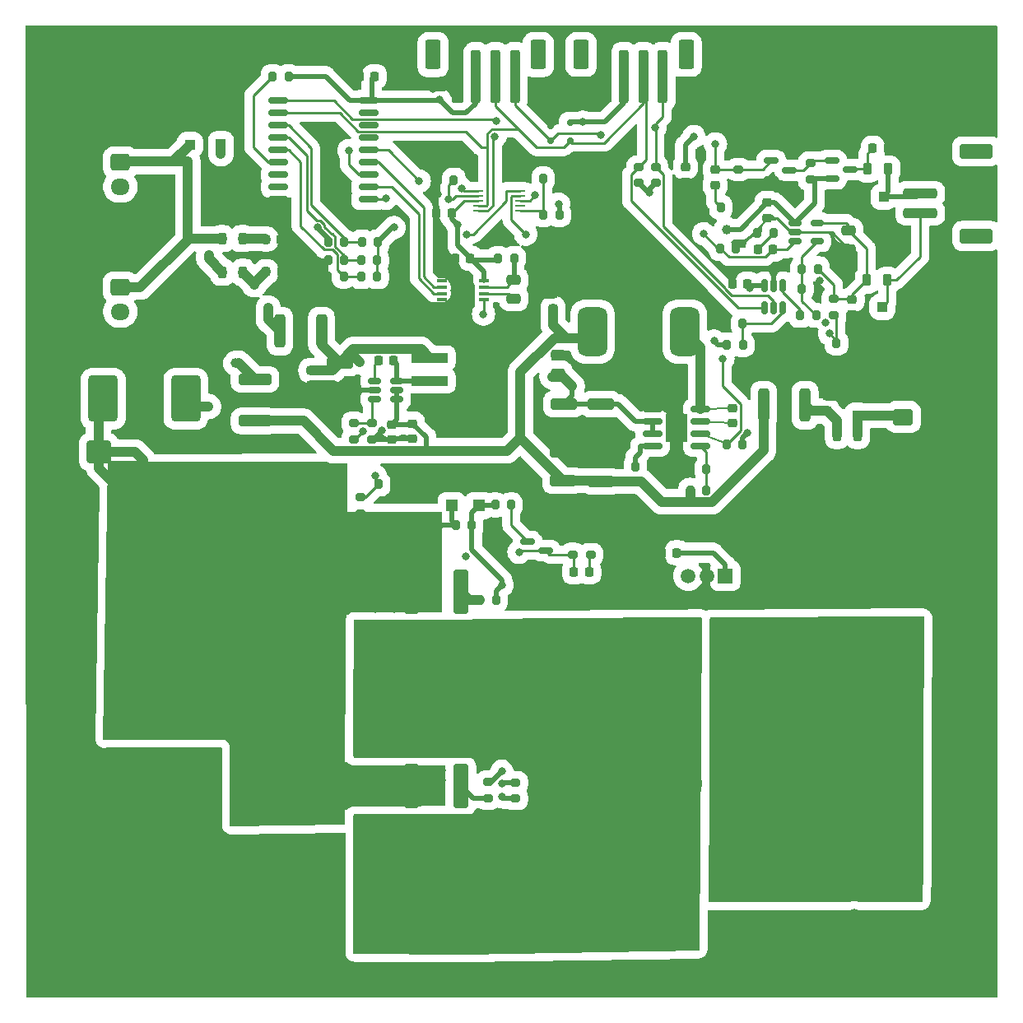
<source format=gbr>
%TF.GenerationSoftware,KiCad,Pcbnew,8.0.5*%
%TF.CreationDate,2024-11-15T14:42:50+00:00*%
%TF.ProjectId,PA_Power_V1,50415f50-6f77-4657-925f-56312e6b6963,rev?*%
%TF.SameCoordinates,Original*%
%TF.FileFunction,Copper,L1,Top*%
%TF.FilePolarity,Positive*%
%FSLAX46Y46*%
G04 Gerber Fmt 4.6, Leading zero omitted, Abs format (unit mm)*
G04 Created by KiCad (PCBNEW 8.0.5) date 2024-11-15 14:42:50*
%MOMM*%
%LPD*%
G01*
G04 APERTURE LIST*
G04 Aperture macros list*
%AMRoundRect*
0 Rectangle with rounded corners*
0 $1 Rounding radius*
0 $2 $3 $4 $5 $6 $7 $8 $9 X,Y pos of 4 corners*
0 Add a 4 corners polygon primitive as box body*
4,1,4,$2,$3,$4,$5,$6,$7,$8,$9,$2,$3,0*
0 Add four circle primitives for the rounded corners*
1,1,$1+$1,$2,$3*
1,1,$1+$1,$4,$5*
1,1,$1+$1,$6,$7*
1,1,$1+$1,$8,$9*
0 Add four rect primitives between the rounded corners*
20,1,$1+$1,$2,$3,$4,$5,0*
20,1,$1+$1,$4,$5,$6,$7,0*
20,1,$1+$1,$6,$7,$8,$9,0*
20,1,$1+$1,$8,$9,$2,$3,0*%
%AMHorizOval*
0 Thick line with rounded ends*
0 $1 width*
0 $2 $3 position (X,Y) of the first rounded end (center of the circle)*
0 $4 $5 position (X,Y) of the second rounded end (center of the circle)*
0 Add line between two ends*
20,1,$1,$2,$3,$4,$5,0*
0 Add two circle primitives to create the rounded ends*
1,1,$1,$2,$3*
1,1,$1,$4,$5*%
G04 Aperture macros list end*
%TA.AperFunction,Conductor*%
%ADD10C,0.200000*%
%TD*%
%TA.AperFunction,SMDPad,CuDef*%
%ADD11RoundRect,0.200000X-0.200000X-0.275000X0.200000X-0.275000X0.200000X0.275000X-0.200000X0.275000X0*%
%TD*%
%TA.AperFunction,SMDPad,CuDef*%
%ADD12RoundRect,0.200000X-0.275000X0.200000X-0.275000X-0.200000X0.275000X-0.200000X0.275000X0.200000X0*%
%TD*%
%TA.AperFunction,SMDPad,CuDef*%
%ADD13RoundRect,0.218750X-0.218750X-0.381250X0.218750X-0.381250X0.218750X0.381250X-0.218750X0.381250X0*%
%TD*%
%TA.AperFunction,SMDPad,CuDef*%
%ADD14RoundRect,0.250000X1.450000X-0.312500X1.450000X0.312500X-1.450000X0.312500X-1.450000X-0.312500X0*%
%TD*%
%TA.AperFunction,SMDPad,CuDef*%
%ADD15RoundRect,0.225000X0.225000X0.250000X-0.225000X0.250000X-0.225000X-0.250000X0.225000X-0.250000X0*%
%TD*%
%TA.AperFunction,SMDPad,CuDef*%
%ADD16RoundRect,0.150000X-0.587500X-0.150000X0.587500X-0.150000X0.587500X0.150000X-0.587500X0.150000X0*%
%TD*%
%TA.AperFunction,SMDPad,CuDef*%
%ADD17RoundRect,0.200000X0.200000X0.275000X-0.200000X0.275000X-0.200000X-0.275000X0.200000X-0.275000X0*%
%TD*%
%TA.AperFunction,SMDPad,CuDef*%
%ADD18RoundRect,0.225000X0.250000X-0.225000X0.250000X0.225000X-0.250000X0.225000X-0.250000X-0.225000X0*%
%TD*%
%TA.AperFunction,SMDPad,CuDef*%
%ADD19RoundRect,0.250000X-0.475000X0.250000X-0.475000X-0.250000X0.475000X-0.250000X0.475000X0.250000X0*%
%TD*%
%TA.AperFunction,SMDPad,CuDef*%
%ADD20RoundRect,0.250000X1.500000X-0.250000X1.500000X0.250000X-1.500000X0.250000X-1.500000X-0.250000X0*%
%TD*%
%TA.AperFunction,SMDPad,CuDef*%
%ADD21RoundRect,0.250001X1.449999X-0.499999X1.449999X0.499999X-1.449999X0.499999X-1.449999X-0.499999X0*%
%TD*%
%TA.AperFunction,SMDPad,CuDef*%
%ADD22RoundRect,0.250000X1.100000X-0.325000X1.100000X0.325000X-1.100000X0.325000X-1.100000X-0.325000X0*%
%TD*%
%TA.AperFunction,ComponentPad*%
%ADD23RoundRect,0.250000X-0.725000X0.600000X-0.725000X-0.600000X0.725000X-0.600000X0.725000X0.600000X0*%
%TD*%
%TA.AperFunction,ComponentPad*%
%ADD24O,1.950000X1.700000*%
%TD*%
%TA.AperFunction,SMDPad,CuDef*%
%ADD25RoundRect,0.150000X-0.512500X-0.150000X0.512500X-0.150000X0.512500X0.150000X-0.512500X0.150000X0*%
%TD*%
%TA.AperFunction,SMDPad,CuDef*%
%ADD26RoundRect,0.375000X-1.125000X-2.000000X1.125000X-2.000000X1.125000X2.000000X-1.125000X2.000000X0*%
%TD*%
%TA.AperFunction,SMDPad,CuDef*%
%ADD27R,3.700000X0.980000*%
%TD*%
%TA.AperFunction,SMDPad,CuDef*%
%ADD28RoundRect,0.150000X-0.825000X-0.150000X0.825000X-0.150000X0.825000X0.150000X-0.825000X0.150000X0*%
%TD*%
%TA.AperFunction,HeatsinkPad*%
%ADD29C,0.500000*%
%TD*%
%TA.AperFunction,HeatsinkPad*%
%ADD30R,2.290000X3.000000*%
%TD*%
%TA.AperFunction,SMDPad,CuDef*%
%ADD31RoundRect,0.225000X-0.225000X-0.250000X0.225000X-0.250000X0.225000X0.250000X-0.225000X0.250000X0*%
%TD*%
%TA.AperFunction,SMDPad,CuDef*%
%ADD32RoundRect,0.200000X0.275000X-0.200000X0.275000X0.200000X-0.275000X0.200000X-0.275000X-0.200000X0*%
%TD*%
%TA.AperFunction,SMDPad,CuDef*%
%ADD33RoundRect,0.218750X0.218750X0.381250X-0.218750X0.381250X-0.218750X-0.381250X0.218750X-0.381250X0*%
%TD*%
%TA.AperFunction,SMDPad,CuDef*%
%ADD34RoundRect,0.250000X-1.100000X0.325000X-1.100000X-0.325000X1.100000X-0.325000X1.100000X0.325000X0*%
%TD*%
%TA.AperFunction,SMDPad,CuDef*%
%ADD35RoundRect,0.400000X-0.400000X1.900000X-0.400000X-1.900000X0.400000X-1.900000X0.400000X1.900000X0*%
%TD*%
%TA.AperFunction,SMDPad,CuDef*%
%ADD36R,17.000000X14.200000*%
%TD*%
%TA.AperFunction,SMDPad,CuDef*%
%ADD37RoundRect,0.250000X-0.900000X1.000000X-0.900000X-1.000000X0.900000X-1.000000X0.900000X1.000000X0*%
%TD*%
%TA.AperFunction,ComponentPad*%
%ADD38RoundRect,0.250000X0.750000X-0.600000X0.750000X0.600000X-0.750000X0.600000X-0.750000X-0.600000X0*%
%TD*%
%TA.AperFunction,ComponentPad*%
%ADD39O,2.000000X1.700000*%
%TD*%
%TA.AperFunction,SMDPad,CuDef*%
%ADD40R,1.100000X0.250000*%
%TD*%
%TA.AperFunction,ComponentPad*%
%ADD41C,1.524000*%
%TD*%
%TA.AperFunction,ComponentPad*%
%ADD42C,2.500000*%
%TD*%
%TA.AperFunction,SMDPad,CuDef*%
%ADD43R,11.800000X25.800000*%
%TD*%
%TA.AperFunction,SMDPad,CuDef*%
%ADD44RoundRect,0.250000X0.475000X-0.250000X0.475000X0.250000X-0.475000X0.250000X-0.475000X-0.250000X0*%
%TD*%
%TA.AperFunction,SMDPad,CuDef*%
%ADD45RoundRect,0.225000X-0.250000X0.225000X-0.250000X-0.225000X0.250000X-0.225000X0.250000X0.225000X0*%
%TD*%
%TA.AperFunction,ComponentPad*%
%ADD46C,5.600000*%
%TD*%
%TA.AperFunction,SMDPad,CuDef*%
%ADD47RoundRect,0.250000X-0.300000X0.300000X-0.300000X-0.300000X0.300000X-0.300000X0.300000X0.300000X0*%
%TD*%
%TA.AperFunction,SMDPad,CuDef*%
%ADD48RoundRect,0.218750X0.256250X-0.218750X0.256250X0.218750X-0.256250X0.218750X-0.256250X-0.218750X0*%
%TD*%
%TA.AperFunction,SMDPad,CuDef*%
%ADD49R,1.200000X1.200000*%
%TD*%
%TA.AperFunction,SMDPad,CuDef*%
%ADD50RoundRect,0.750000X0.750000X1.750000X-0.750000X1.750000X-0.750000X-1.750000X0.750000X-1.750000X0*%
%TD*%
%TA.AperFunction,ComponentPad*%
%ADD51R,1.500000X1.500000*%
%TD*%
%TA.AperFunction,ComponentPad*%
%ADD52C,1.500000*%
%TD*%
%TA.AperFunction,ComponentPad*%
%ADD53HorizOval,0.800000X0.000000X0.000000X0.000000X0.000000X0*%
%TD*%
%TA.AperFunction,ComponentPad*%
%ADD54HorizOval,0.800000X0.000000X0.000000X0.000000X0.000000X0*%
%TD*%
%TA.AperFunction,ComponentPad*%
%ADD55C,0.800000*%
%TD*%
%TA.AperFunction,ComponentPad*%
%ADD56O,9.000000X6.000000*%
%TD*%
%TA.AperFunction,SMDPad,CuDef*%
%ADD57RoundRect,0.150000X-0.150000X0.512500X-0.150000X-0.512500X0.150000X-0.512500X0.150000X0.512500X0*%
%TD*%
%TA.AperFunction,SMDPad,CuDef*%
%ADD58RoundRect,0.250000X0.300000X-0.300000X0.300000X0.300000X-0.300000X0.300000X-0.300000X-0.300000X0*%
%TD*%
%TA.AperFunction,SMDPad,CuDef*%
%ADD59RoundRect,0.250000X1.000000X0.900000X-1.000000X0.900000X-1.000000X-0.900000X1.000000X-0.900000X0*%
%TD*%
%TA.AperFunction,SMDPad,CuDef*%
%ADD60R,1.100000X0.400000*%
%TD*%
%TA.AperFunction,SMDPad,CuDef*%
%ADD61RoundRect,0.150000X-0.875000X-0.150000X0.875000X-0.150000X0.875000X0.150000X-0.875000X0.150000X0*%
%TD*%
%TA.AperFunction,SMDPad,CuDef*%
%ADD62RoundRect,0.250000X0.312500X1.450000X-0.312500X1.450000X-0.312500X-1.450000X0.312500X-1.450000X0*%
%TD*%
%TA.AperFunction,SMDPad,CuDef*%
%ADD63RoundRect,0.250000X-0.250000X-2.500000X0.250000X-2.500000X0.250000X2.500000X-0.250000X2.500000X0*%
%TD*%
%TA.AperFunction,SMDPad,CuDef*%
%ADD64RoundRect,0.250000X-0.550000X-1.250000X0.550000X-1.250000X0.550000X1.250000X-0.550000X1.250000X0*%
%TD*%
%TA.AperFunction,SMDPad,CuDef*%
%ADD65RoundRect,0.218750X0.218750X0.256250X-0.218750X0.256250X-0.218750X-0.256250X0.218750X-0.256250X0*%
%TD*%
%TA.AperFunction,SMDPad,CuDef*%
%ADD66RoundRect,0.150000X0.587500X0.150000X-0.587500X0.150000X-0.587500X-0.150000X0.587500X-0.150000X0*%
%TD*%
%TA.AperFunction,SMDPad,CuDef*%
%ADD67R,11.800000X13.800000*%
%TD*%
%TA.AperFunction,SMDPad,CuDef*%
%ADD68RoundRect,0.218750X-0.218750X-0.256250X0.218750X-0.256250X0.218750X0.256250X-0.218750X0.256250X0*%
%TD*%
%TA.AperFunction,SMDPad,CuDef*%
%ADD69RoundRect,0.175000X-0.175000X-0.325000X0.175000X-0.325000X0.175000X0.325000X-0.175000X0.325000X0*%
%TD*%
%TA.AperFunction,SMDPad,CuDef*%
%ADD70RoundRect,0.150000X-0.200000X-0.150000X0.200000X-0.150000X0.200000X0.150000X-0.200000X0.150000X0*%
%TD*%
%TA.AperFunction,ViaPad*%
%ADD71C,1.000000*%
%TD*%
%TA.AperFunction,ViaPad*%
%ADD72C,0.800000*%
%TD*%
%TA.AperFunction,Conductor*%
%ADD73C,0.500000*%
%TD*%
%TA.AperFunction,Conductor*%
%ADD74C,1.000000*%
%TD*%
%TA.AperFunction,Conductor*%
%ADD75C,0.250000*%
%TD*%
%TA.AperFunction,Conductor*%
%ADD76C,2.000000*%
%TD*%
G04 APERTURE END LIST*
D10*
%TO.N,Net-(U2-SW)*%
X94470000Y-59480000D02*
X97740000Y-59400000D01*
%TO.N,Net-(U2-BOOT)*%
X94450000Y-60750000D02*
X97720000Y-60910000D01*
%TO.N,/12V_Good*%
X94460000Y-62050000D02*
X97110000Y-63060000D01*
%TD*%
D11*
%TO.P,R22,1*%
%TO.N,Net-(U5-ADDR)*%
X78260000Y-39490000D03*
%TO.P,R22,2*%
%TO.N,+3.3V*%
X79910000Y-39490000D03*
%TD*%
D12*
%TO.P,R6,1*%
%TO.N,Net-(D2-A)*%
X72580000Y-97865000D03*
%TO.P,R6,2*%
%TO.N,Net-(Q1-G)*%
X72580000Y-99515000D03*
%TD*%
D13*
%TO.P,L7,1,1*%
%TO.N,Net-(U7-VOUT)*%
X111547500Y-46220000D03*
%TO.P,L7,2,2*%
%TO.N,Net-(D11-A1)*%
X113672500Y-46220000D03*
%TD*%
D14*
%TO.P,F3,1*%
%TO.N,+12V*%
X48620000Y-60697500D03*
%TO.P,F3,2*%
%TO.N,Net-(C16-Pad1)*%
X48620000Y-56422500D03*
%TD*%
D15*
%TO.P,C11,1*%
%TO.N,+3.3V*%
X92015000Y-74250000D03*
%TO.P,C11,2*%
%TO.N,GND*%
X90465000Y-74250000D03*
%TD*%
D16*
%TO.P,Q5,1,G*%
%TO.N,Net-(Q4-D)*%
X107940000Y-33900000D03*
%TO.P,Q5,2,S*%
%TO.N,+12V*%
X107940000Y-35800000D03*
%TO.P,Q5,3,D*%
%TO.N,Net-(Q5-D)*%
X109815000Y-34850000D03*
%TD*%
D15*
%TO.P,C21,1*%
%TO.N,+3.3V*%
X99295000Y-46600000D03*
%TO.P,C21,2*%
%TO.N,GND*%
X97745000Y-46600000D03*
%TD*%
D17*
%TO.P,R27,1*%
%TO.N,Net-(U8-A0)*%
X57730000Y-45800000D03*
%TO.P,R27,2*%
%TO.N,GND*%
X56080000Y-45800000D03*
%TD*%
D18*
%TO.P,C18,1*%
%TO.N,Net-(C18-Pad1)*%
X107470000Y-59660000D03*
%TO.P,C18,2*%
%TO.N,GND*%
X107470000Y-58110000D03*
%TD*%
D19*
%TO.P,C6,1*%
%TO.N,Net-(U3A-RCext)*%
X75230000Y-46200000D03*
%TO.P,C6,2*%
%TO.N,Net-(U3A-Cext)*%
X75230000Y-48100000D03*
%TD*%
D20*
%TO.P,J9,1,Pin_1*%
%TO.N,Net-(D11-A1)*%
X117060000Y-39310000D03*
%TO.P,J9,2,Pin_2*%
%TO.N,Net-(D12-A1)*%
X117060000Y-37310000D03*
%TO.P,J9,3,Pin_3*%
%TO.N,GND*%
X117060000Y-35310000D03*
D21*
%TO.P,J9,MP*%
%TO.N,N/C*%
X122810000Y-41660000D03*
X122810000Y-32960000D03*
%TD*%
D22*
%TO.P,C14,1*%
%TO.N,+12V*%
X84220000Y-66925000D03*
%TO.P,C14,2*%
%TO.N,GND*%
X84220000Y-63975000D03*
%TD*%
D12*
%TO.P,TH1,1*%
%TO.N,+3.3V*%
X75420000Y-97895000D03*
%TO.P,TH1,2*%
%TO.N,Net-(U5-AIN3)*%
X75420000Y-99545000D03*
%TD*%
D17*
%TO.P,R33,1*%
%TO.N,Net-(U7-ADJ)*%
X106352500Y-49850000D03*
%TO.P,R33,2*%
%TO.N,Net-(U6-VOUT)*%
X104702500Y-49850000D03*
%TD*%
D23*
%TO.P,J6,1,Pin_1*%
%TO.N,Net-(D5-A1)*%
X34760000Y-46950000D03*
D24*
%TO.P,J6,2,Pin_2*%
%TO.N,Net-(D4-A1)*%
X34760000Y-49450000D03*
%TO.P,J6,3,Pin_3*%
%TO.N,GND*%
X34760000Y-51950000D03*
%TD*%
D25*
%TO.P,U7,1,VIN*%
%TO.N,+12V*%
X104160000Y-40330000D03*
%TO.P,U7,2,GND*%
%TO.N,GND*%
X104160000Y-41280000D03*
%TO.P,U7,3,EN*%
%TO.N,/Vgg_On*%
X104160000Y-42230000D03*
%TO.P,U7,4,ADJ*%
%TO.N,Net-(U7-ADJ)*%
X106435000Y-42230000D03*
%TO.P,U7,5,VOUT*%
%TO.N,Net-(U7-VOUT)*%
X106435000Y-40330000D03*
%TD*%
D26*
%TO.P,F1,1*%
%TO.N,Net-(D1-A1)*%
X33000000Y-58410000D03*
%TO.P,F1,2*%
%TO.N,Net-(U2-EN)*%
X41500000Y-58410000D03*
%TD*%
D27*
%TO.P,L1,1,1*%
%TO.N,Net-(U1-SW)*%
X66600000Y-56570000D03*
%TO.P,L1,2,2*%
%TO.N,Net-(C10-Pad1)*%
X66600000Y-54200000D03*
%TD*%
D28*
%TO.P,U2,1,GND*%
%TO.N,GND*%
X89495000Y-59485000D03*
%TO.P,U2,2,EN*%
%TO.N,Net-(U2-EN)*%
X89495000Y-60755000D03*
%TO.P,U2,3,VIN*%
X89495000Y-62025000D03*
%TO.P,U2,4,RT/SYNC*%
%TO.N,Net-(U2-RT{slash}SYNC)*%
X89495000Y-63295000D03*
%TO.P,U2,5,FB*%
%TO.N,Net-(U2-FB)*%
X94445000Y-63295000D03*
%TO.P,U2,6,PG*%
%TO.N,/12V_Good*%
X94445000Y-62025000D03*
%TO.P,U2,7,BOOT*%
%TO.N,Net-(U2-BOOT)*%
X94445000Y-60755000D03*
%TO.P,U2,8,SW*%
%TO.N,Net-(U2-SW)*%
X94445000Y-59485000D03*
D29*
%TO.P,U2,9,EP*%
%TO.N,GND*%
X91320000Y-60390000D03*
X91320000Y-61390000D03*
X91320000Y-62390000D03*
D30*
X91970000Y-61390000D03*
D29*
X92620000Y-60390000D03*
X92620000Y-61390000D03*
X92620000Y-62390000D03*
%TD*%
D31*
%TO.P,C24,1*%
%TO.N,Net-(Q5-D)*%
X112165000Y-32660000D03*
%TO.P,C24,2*%
%TO.N,GND*%
X113715000Y-32660000D03*
%TD*%
D32*
%TO.P,R24,1*%
%TO.N,+3.3V*%
X88110000Y-36215000D03*
%TO.P,R24,2*%
%TO.N,Net-(J3-Pin_3)*%
X88110000Y-34565000D03*
%TD*%
D11*
%TO.P,R38,1*%
%TO.N,/Vgg_Voltage*%
X108440000Y-52690000D03*
%TO.P,R38,2*%
%TO.N,GND*%
X110090000Y-52690000D03*
%TD*%
D13*
%TO.P,L6,1,1*%
%TO.N,Net-(Q5-D)*%
X111637500Y-34770000D03*
%TO.P,L6,2,2*%
%TO.N,Net-(D12-A1)*%
X113762500Y-34770000D03*
%TD*%
D11*
%TO.P,R3,1*%
%TO.N,Net-(U2-RT{slash}SYNC)*%
X87735000Y-65360000D03*
%TO.P,R3,2*%
%TO.N,GND*%
X89385000Y-65360000D03*
%TD*%
D33*
%TO.P,L4,1,1*%
%TO.N,Net-(C16-Pad1)*%
X47322500Y-41940000D03*
%TO.P,L4,2,2*%
%TO.N,Net-(D5-A1)*%
X45197500Y-41940000D03*
%TD*%
D34*
%TO.P,C5,1*%
%TO.N,Net-(U2-EN)*%
X80380000Y-58960000D03*
%TO.P,C5,2*%
%TO.N,GND*%
X80380000Y-61910000D03*
%TD*%
D35*
%TO.P,Q2,1,G*%
%TO.N,Net-(Q2-G)*%
X69800000Y-78250000D03*
D36*
%TO.P,Q2,2,D*%
%TO.N,Net-(Q1-D)*%
X67260000Y-88250000D03*
D35*
%TO.P,Q2,3,S*%
%TO.N,Net-(D1-A1)*%
X64720000Y-78250000D03*
%TD*%
D37*
%TO.P,D6,1,A1*%
%TO.N,Net-(D6-A1)*%
X99520000Y-108790000D03*
%TO.P,D6,2,A2*%
%TO.N,GND*%
X99520000Y-113090000D03*
%TD*%
D17*
%TO.P,R7,1*%
%TO.N,Net-(D2-A)*%
X73395000Y-79110000D03*
%TO.P,R7,2*%
%TO.N,Net-(Q2-G)*%
X71745000Y-79110000D03*
%TD*%
D32*
%TO.P,R12,1*%
%TO.N,Net-(D3-A)*%
X81290000Y-74425000D03*
%TO.P,R12,2*%
%TO.N,GND*%
X81290000Y-72775000D03*
%TD*%
D31*
%TO.P,C13,1*%
%TO.N,Net-(C13-Pad1)*%
X49755000Y-45340000D03*
%TO.P,C13,2*%
%TO.N,GND*%
X51305000Y-45340000D03*
%TD*%
D18*
%TO.P,C17,1*%
%TO.N,+12V*%
X79270000Y-49145000D03*
%TO.P,C17,2*%
%TO.N,GND*%
X79270000Y-47595000D03*
%TD*%
D38*
%TO.P,J7,1,Pin_1*%
%TO.N,Net-(D7-A1)*%
X115300000Y-60290000D03*
D39*
%TO.P,J7,2,Pin_2*%
%TO.N,GND*%
X115300000Y-57790000D03*
%TD*%
D17*
%TO.P,R31,1*%
%TO.N,Net-(U8-A1)*%
X57780000Y-44130000D03*
%TO.P,R31,2*%
%TO.N,GND*%
X56130000Y-44130000D03*
%TD*%
D32*
%TO.P,R29,1*%
%TO.N,+12V*%
X105747500Y-35835000D03*
%TO.P,R29,2*%
%TO.N,Net-(Q4-D)*%
X105747500Y-34185000D03*
%TD*%
D40*
%TO.P,U5,1,ADDR*%
%TO.N,Net-(U5-ADDR)*%
X75870000Y-39070000D03*
%TO.P,U5,2,ALERT/RDY*%
%TO.N,unconnected-(U5-ALERT{slash}RDY-Pad2)*%
X75870000Y-38570000D03*
%TO.P,U5,3,GND*%
%TO.N,GND*%
X75870000Y-38070000D03*
%TO.P,U5,4,AIN0*%
%TO.N,/PA_Current*%
X75870000Y-37570000D03*
%TO.P,U5,5,AIN1*%
%TO.N,/PA_Voltage*%
X75870000Y-37070000D03*
%TO.P,U5,6,AIN2*%
%TO.N,/Vgg_Voltage*%
X71570000Y-37070000D03*
%TO.P,U5,7,AIN3*%
%TO.N,Net-(U5-AIN3)*%
X71570000Y-37570000D03*
%TO.P,U5,8,VDD*%
%TO.N,+3.3V*%
X71570000Y-38070000D03*
%TO.P,U5,9,SDA*%
%TO.N,Net-(J3-Pin_3)*%
X71570000Y-38570000D03*
%TO.P,U5,10,SCL*%
%TO.N,Net-(J3-Pin_4)*%
X71570000Y-39070000D03*
%TD*%
D35*
%TO.P,Q1,1,G*%
%TO.N,Net-(Q1-G)*%
X69800000Y-98250000D03*
D36*
%TO.P,Q1,2,D*%
%TO.N,Net-(Q1-D)*%
X67260000Y-108250000D03*
D35*
%TO.P,Q1,3,S*%
%TO.N,Net-(D1-A1)*%
X64720000Y-98250000D03*
%TD*%
D11*
%TO.P,R14,1*%
%TO.N,+12V*%
X93395000Y-67830000D03*
%TO.P,R14,2*%
%TO.N,Net-(U2-FB)*%
X95045000Y-67830000D03*
%TD*%
D32*
%TO.P,R9,1*%
%TO.N,Net-(D3-K)*%
X83180000Y-74445000D03*
%TO.P,R9,2*%
%TO.N,GND*%
X83180000Y-72795000D03*
%TD*%
D41*
%TO.P,J4,1,Pin_1*%
%TO.N,Net-(D6-A1)*%
X107000000Y-96033800D03*
X107000000Y-101533800D03*
X107000000Y-107033800D03*
X107121400Y-84060000D03*
X107121400Y-89560000D03*
X109250000Y-96033800D03*
X109250000Y-101533800D03*
X109250000Y-107033800D03*
X109371400Y-84060000D03*
X109371400Y-89560000D03*
D42*
X109500000Y-98533800D03*
X109500000Y-104533800D03*
X109621400Y-86560000D03*
X109621400Y-92560000D03*
D43*
X111500000Y-95533800D03*
D41*
X111500000Y-96033800D03*
X111500000Y-101533800D03*
X111500000Y-107033800D03*
X111621400Y-84060000D03*
X111621400Y-89560000D03*
X113750000Y-96033800D03*
X113750000Y-101533800D03*
X113750000Y-107033800D03*
X113871400Y-84060000D03*
X113871400Y-89560000D03*
D42*
X114580000Y-98533800D03*
X114580000Y-104533800D03*
X114701400Y-86560000D03*
X114701400Y-92560000D03*
D41*
X116000000Y-96033800D03*
X116000000Y-101533800D03*
X116000000Y-107033800D03*
X116121400Y-84060000D03*
X116121400Y-89560000D03*
%TD*%
D12*
%TO.P,R37,1*%
%TO.N,Net-(U7-VOUT)*%
X108180000Y-48165000D03*
%TO.P,R37,2*%
%TO.N,/Vgg_Voltage*%
X108180000Y-49815000D03*
%TD*%
D33*
%TO.P,L3,1,1*%
%TO.N,Net-(C13-Pad1)*%
X47382500Y-45410000D03*
%TO.P,L3,2,2*%
%TO.N,Net-(D4-A1)*%
X45257500Y-45410000D03*
%TD*%
D31*
%TO.P,C7,1*%
%TO.N,Net-(U1-CB)*%
X61310000Y-54500000D03*
%TO.P,C7,2*%
%TO.N,Net-(U1-SW)*%
X62860000Y-54500000D03*
%TD*%
D23*
%TO.P,J5,1,Pin_1*%
%TO.N,Net-(D5-A1)*%
X34760000Y-34110000D03*
D24*
%TO.P,J5,2,Pin_2*%
%TO.N,Net-(D4-A1)*%
X34760000Y-36610000D03*
%TO.P,J5,3,Pin_3*%
%TO.N,GND*%
X34760000Y-39110000D03*
%TD*%
D34*
%TO.P,C4,1*%
%TO.N,Net-(U2-EN)*%
X84220000Y-58980000D03*
%TO.P,C4,2*%
%TO.N,GND*%
X84220000Y-61930000D03*
%TD*%
D11*
%TO.P,R5,1*%
%TO.N,Net-(D1-A1)*%
X69265000Y-71420000D03*
%TO.P,R5,2*%
%TO.N,Net-(D2-A)*%
X70915000Y-71420000D03*
%TD*%
%TO.P,R25,1*%
%TO.N,Net-(D10-K)*%
X96535000Y-38720000D03*
%TO.P,R25,2*%
%TO.N,GND*%
X98185000Y-38720000D03*
%TD*%
D44*
%TO.P,C3,1*%
%TO.N,Net-(U2-EN)*%
X79770000Y-55800000D03*
%TO.P,C3,2*%
%TO.N,GND*%
X79770000Y-53900000D03*
%TD*%
D45*
%TO.P,C2,1*%
%TO.N,+12V*%
X62690000Y-61060000D03*
%TO.P,C2,2*%
%TO.N,GND*%
X62690000Y-62610000D03*
%TD*%
%TO.P,C20,1*%
%TO.N,+3.3V*%
X92877500Y-34570000D03*
%TO.P,C20,2*%
%TO.N,GND*%
X92877500Y-36120000D03*
%TD*%
D17*
%TO.P,R36,1*%
%TO.N,Net-(U8-A2)*%
X57800000Y-42270000D03*
%TO.P,R36,2*%
%TO.N,GND*%
X56150000Y-42270000D03*
%TD*%
%TO.P,R35,1*%
%TO.N,+3.3V*%
X61260000Y-42260000D03*
%TO.P,R35,2*%
%TO.N,Net-(U8-A2)*%
X59610000Y-42260000D03*
%TD*%
D45*
%TO.P,C25,1*%
%TO.N,Net-(U7-VOUT)*%
X110050000Y-48200000D03*
%TO.P,C25,2*%
%TO.N,GND*%
X110050000Y-49750000D03*
%TD*%
D34*
%TO.P,C9,1*%
%TO.N,Net-(C10-Pad1)*%
X57320000Y-54745000D03*
%TO.P,C9,2*%
%TO.N,GND*%
X57320000Y-57695000D03*
%TD*%
D16*
%TO.P,Q4,1,G*%
%TO.N,/Vgg Cntrl*%
X101717500Y-33930000D03*
%TO.P,Q4,2,S*%
%TO.N,GND*%
X101717500Y-35830000D03*
%TO.P,Q4,3,D*%
%TO.N,Net-(Q4-D)*%
X103592500Y-34880000D03*
%TD*%
D46*
%TO.P,H2,1,1*%
%TO.N,GND*%
X31000000Y-114000000D03*
%TD*%
D12*
%TO.P,R11,1*%
%TO.N,Net-(U1-FB)*%
X60670000Y-60945000D03*
%TO.P,R11,2*%
%TO.N,GND*%
X60670000Y-62595000D03*
%TD*%
D11*
%TO.P,R13,1*%
%TO.N,/12V_Good*%
X97115000Y-63070000D03*
%TO.P,R13,2*%
%TO.N,+3.3V*%
X98765000Y-63070000D03*
%TD*%
%TO.P,R8,1*%
%TO.N,Net-(D2-A)*%
X73310000Y-69330000D03*
%TO.P,R8,2*%
%TO.N,Net-(Q3-D)*%
X74960000Y-69330000D03*
%TD*%
D47*
%TO.P,D11,1,A1*%
%TO.N,Net-(D11-A1)*%
X113160000Y-48960000D03*
%TO.P,D11,2,A2*%
%TO.N,GND*%
X113160000Y-51760000D03*
%TD*%
D17*
%TO.P,R26,1*%
%TO.N,+3.3V*%
X61190000Y-45870000D03*
%TO.P,R26,2*%
%TO.N,Net-(U8-A0)*%
X59540000Y-45870000D03*
%TD*%
D41*
%TO.P,J1,1,Pin_1*%
%TO.N,Net-(D1-A1)*%
X43890000Y-78940000D03*
X43890000Y-73440000D03*
X43890000Y-67940000D03*
X43768600Y-90913800D03*
X43768600Y-85413800D03*
X41640000Y-78940000D03*
X41640000Y-73440000D03*
X41640000Y-67940000D03*
X41518600Y-90913800D03*
X41518600Y-85413800D03*
D42*
X41390000Y-76440000D03*
X41390000Y-70440000D03*
X41268600Y-88413800D03*
X41268600Y-82413800D03*
D43*
X39390000Y-79440000D03*
D41*
X39390000Y-78940000D03*
X39390000Y-73440000D03*
X39390000Y-67940000D03*
X39268600Y-90913800D03*
X39268600Y-85413800D03*
X37140000Y-78940000D03*
X37140000Y-73440000D03*
X37140000Y-67940000D03*
X37018600Y-90913800D03*
X37018600Y-85413800D03*
D42*
X36310000Y-76440000D03*
X36310000Y-70440000D03*
X36188600Y-88413800D03*
X36188600Y-82413800D03*
D41*
X34890000Y-78940000D03*
X34890000Y-73440000D03*
X34890000Y-67940000D03*
X34768600Y-90913800D03*
X34768600Y-85413800D03*
%TD*%
D47*
%TO.P,D12,1,A1*%
%TO.N,Net-(D12-A1)*%
X113270000Y-37640000D03*
%TO.P,D12,2,A2*%
%TO.N,GND*%
X113270000Y-40440000D03*
%TD*%
D11*
%TO.P,R18,1*%
%TO.N,GND*%
X97115000Y-50690000D03*
%TO.P,R18,2*%
%TO.N,Net-(U6-A0)*%
X98765000Y-50690000D03*
%TD*%
D32*
%TO.P,R1,1*%
%TO.N,Net-(D1-A1)*%
X59490000Y-70217500D03*
%TO.P,R1,2*%
%TO.N,/PA_Voltage*%
X59490000Y-68567500D03*
%TD*%
D48*
%TO.P,D10,1,K*%
%TO.N,Net-(D10-K)*%
X95937500Y-36447500D03*
%TO.P,D10,2,A*%
%TO.N,/Vgg Cntrl*%
X95937500Y-34872500D03*
%TD*%
D49*
%TO.P,D2,1,K*%
%TO.N,Net-(D1-A1)*%
X68842500Y-69410000D03*
%TO.P,D2,2,A*%
%TO.N,Net-(D2-A)*%
X71642500Y-69410000D03*
%TD*%
D50*
%TO.P,L2,1,1*%
%TO.N,Net-(U2-SW)*%
X92830000Y-51500000D03*
%TO.P,L2,2,2*%
%TO.N,+12V*%
X83330000Y-51500000D03*
%TD*%
D31*
%TO.P,C16,1*%
%TO.N,Net-(C16-Pad1)*%
X49725000Y-41990000D03*
%TO.P,C16,2*%
%TO.N,GND*%
X51275000Y-41990000D03*
%TD*%
D11*
%TO.P,R17,1*%
%TO.N,+3.3V*%
X97145000Y-52880000D03*
%TO.P,R17,2*%
%TO.N,Net-(U6-A0)*%
X98795000Y-52880000D03*
%TD*%
D17*
%TO.P,R15,1*%
%TO.N,Net-(U2-FB)*%
X95015000Y-65640000D03*
%TO.P,R15,2*%
%TO.N,GND*%
X93365000Y-65640000D03*
%TD*%
D15*
%TO.P,C15,1*%
%TO.N,+3.3V*%
X70765000Y-43950000D03*
%TO.P,C15,2*%
%TO.N,GND*%
X69215000Y-43950000D03*
%TD*%
D13*
%TO.P,L5,1,1*%
%TO.N,Net-(C18-Pad1)*%
X108487500Y-62180000D03*
%TO.P,L5,2,2*%
%TO.N,Net-(D7-A1)*%
X110612500Y-62180000D03*
%TD*%
D17*
%TO.P,R39,1*%
%TO.N,+3.3V*%
X52055000Y-25250000D03*
%TO.P,R39,2*%
%TO.N,Net-(U8-~{RESET})*%
X50405000Y-25250000D03*
%TD*%
%TO.P,R19,1*%
%TO.N,Net-(D8-K)*%
X101940000Y-41360000D03*
%TO.P,R19,2*%
%TO.N,GND*%
X100290000Y-41360000D03*
%TD*%
D51*
%TO.P,U4,1,VCC*%
%TO.N,+3.3V*%
X97000000Y-76620000D03*
D52*
%TO.P,U4,2,GND*%
%TO.N,GND*%
X95090000Y-76620000D03*
%TO.P,U4,3,VIOUT*%
%TO.N,/PA_Current*%
X93180000Y-76620000D03*
D53*
%TO.P,U4,4,IP+*%
%TO.N,Net-(Q1-D)*%
X94040000Y-98650000D03*
D54*
X94040000Y-97390000D03*
D55*
X93290000Y-99680000D03*
X93290000Y-96360000D03*
X92090000Y-100070000D03*
X92090000Y-95970000D03*
X90760000Y-100070000D03*
X90760000Y-95970000D03*
D56*
X90090000Y-98020000D03*
D55*
X89420000Y-100070000D03*
X89420000Y-95970000D03*
X88090000Y-100070000D03*
X88090000Y-95970000D03*
X86890000Y-99680000D03*
X86890000Y-96360000D03*
X86140000Y-98650000D03*
X86140000Y-97390000D03*
%TO.P,U4,5,IP-*%
%TO.N,Net-(D6-A1)*%
X104040000Y-98650000D03*
X104040000Y-97390000D03*
X103290000Y-99680000D03*
X103290000Y-96360000D03*
X102090000Y-100070000D03*
X102090000Y-95970000D03*
X100760000Y-100070000D03*
X100760000Y-95970000D03*
D56*
X100090000Y-98020000D03*
D55*
X99420000Y-100070000D03*
X99420000Y-95970000D03*
X98090000Y-100070000D03*
X98090000Y-95970000D03*
X96890000Y-99680000D03*
X96890000Y-96360000D03*
D54*
X96140000Y-98650000D03*
D53*
X96140000Y-97390000D03*
%TD*%
D32*
%TO.P,R21,1*%
%TO.N,+3.3V*%
X89820000Y-36215000D03*
%TO.P,R21,2*%
%TO.N,Net-(J3-Pin_4)*%
X89820000Y-34565000D03*
%TD*%
D57*
%TO.P,U6,1,VOUT*%
%TO.N,Net-(U6-VOUT)*%
X102937500Y-46780000D03*
%TO.P,U6,2,VSS*%
%TO.N,GND*%
X101987500Y-46780000D03*
%TO.P,U6,3,VDD*%
%TO.N,+3.3V*%
X101037500Y-46780000D03*
%TO.P,U6,4,SDA*%
%TO.N,Net-(J3-Pin_3)*%
X101037500Y-49055000D03*
%TO.P,U6,5,SCL*%
%TO.N,Net-(J3-Pin_4)*%
X101987500Y-49055000D03*
%TO.P,U6,6,A0*%
%TO.N,Net-(U6-A0)*%
X102937500Y-49055000D03*
%TD*%
D58*
%TO.P,D7,1,A1*%
%TO.N,Net-(D7-A1)*%
X110570000Y-60150000D03*
%TO.P,D7,2,A2*%
%TO.N,GND*%
X110570000Y-57350000D03*
%TD*%
D25*
%TO.P,U1,1,CB*%
%TO.N,Net-(U1-CB)*%
X60912500Y-56580000D03*
%TO.P,U1,2,GND*%
%TO.N,GND*%
X60912500Y-57530000D03*
%TO.P,U1,3,FB*%
%TO.N,Net-(U1-FB)*%
X60912500Y-58480000D03*
%TO.P,U1,4,~{SHDN}*%
%TO.N,+12V*%
X63187500Y-58480000D03*
%TO.P,U1,5,VIN*%
X63187500Y-57530000D03*
%TO.P,U1,6,SW*%
%TO.N,Net-(U1-SW)*%
X63187500Y-56580000D03*
%TD*%
D12*
%TO.P,R34,1*%
%TO.N,/Vgg Cntrl*%
X98347500Y-34825000D03*
%TO.P,R34,2*%
%TO.N,GND*%
X98347500Y-36475000D03*
%TD*%
D17*
%TO.P,R30,1*%
%TO.N,+3.3V*%
X61190000Y-44160000D03*
%TO.P,R30,2*%
%TO.N,Net-(U8-A1)*%
X59540000Y-44160000D03*
%TD*%
D58*
%TO.P,D4,1,A1*%
%TO.N,Net-(D4-A1)*%
X45110000Y-32177500D03*
%TO.P,D4,2,A2*%
%TO.N,GND*%
X45110000Y-29377500D03*
%TD*%
D59*
%TO.P,D1,1,A1*%
%TO.N,Net-(D1-A1)*%
X32557500Y-63880000D03*
%TO.P,D1,2,A2*%
%TO.N,GND*%
X28257500Y-63880000D03*
%TD*%
D32*
%TO.P,R10,1*%
%TO.N,Net-(C10-Pad1)*%
X58780000Y-62575000D03*
%TO.P,R10,2*%
%TO.N,Net-(U1-FB)*%
X58780000Y-60925000D03*
%TD*%
D19*
%TO.P,C23,1*%
%TO.N,Net-(U7-VOUT)*%
X109697500Y-41140000D03*
%TO.P,C23,2*%
%TO.N,GND*%
X109697500Y-43040000D03*
%TD*%
D60*
%TO.P,U3,1,~{A}*%
%TO.N,GND*%
X67840000Y-46275000D03*
%TO.P,U3,2,B*%
%TO.N,/HV_DOG*%
X67840000Y-46925000D03*
%TO.P,U3,3,~{CLR}*%
%TO.N,/HV_On*%
X67840000Y-47575000D03*
%TO.P,U3,4,GND*%
%TO.N,GND*%
X67840000Y-48225000D03*
%TO.P,U3,5,Q*%
%TO.N,Net-(D3-A)*%
X72140000Y-48225000D03*
%TO.P,U3,6,Cext*%
%TO.N,Net-(U3A-Cext)*%
X72140000Y-47575000D03*
%TO.P,U3,7,RCext*%
%TO.N,Net-(U3A-RCext)*%
X72140000Y-46925000D03*
%TO.P,U3,8,VCC*%
%TO.N,+3.3V*%
X72140000Y-46275000D03*
%TD*%
D45*
%TO.P,C10,1*%
%TO.N,Net-(C10-Pad1)*%
X54370000Y-55505000D03*
%TO.P,C10,2*%
%TO.N,GND*%
X54370000Y-57055000D03*
%TD*%
D17*
%TO.P,R16,1*%
%TO.N,Net-(U5-AIN3)*%
X69065000Y-35900000D03*
%TO.P,R16,2*%
%TO.N,GND*%
X67415000Y-35900000D03*
%TD*%
D61*
%TO.P,U8,1,SCL*%
%TO.N,Net-(J3-Pin_4)*%
X51030000Y-27750000D03*
%TO.P,U8,2,SDA*%
%TO.N,Net-(J3-Pin_3)*%
X51030000Y-29020000D03*
%TO.P,U8,3,A2*%
%TO.N,Net-(U8-A2)*%
X51030000Y-30290000D03*
%TO.P,U8,4,A1*%
%TO.N,Net-(U8-A1)*%
X51030000Y-31560000D03*
%TO.P,U8,5,A0*%
%TO.N,Net-(U8-A0)*%
X51030000Y-32830000D03*
%TO.P,U8,6,~{RESET}*%
%TO.N,Net-(U8-~{RESET})*%
X51030000Y-34100000D03*
%TO.P,U8,7,NC*%
%TO.N,unconnected-(U8-NC-Pad7)*%
X51030000Y-35370000D03*
%TO.P,U8,8,INT*%
%TO.N,unconnected-(U8-INT-Pad8)*%
X51030000Y-36640000D03*
%TO.P,U8,9,VSS*%
%TO.N,GND*%
X51030000Y-37910000D03*
%TO.P,U8,10,GP0*%
%TO.N,/Vgg_On*%
X60330000Y-37910000D03*
%TO.P,U8,11,GP1*%
%TO.N,/HV_On*%
X60330000Y-36640000D03*
%TO.P,U8,12,GP2*%
%TO.N,/Vgg Cntrl*%
X60330000Y-35370000D03*
%TO.P,U8,13,GP3*%
%TO.N,/HV_DOG*%
X60330000Y-34100000D03*
%TO.P,U8,14,GP4*%
%TO.N,/12V_Good*%
X60330000Y-32830000D03*
%TO.P,U8,15,GP5*%
%TO.N,unconnected-(U8-GP5-Pad15)*%
X60330000Y-31560000D03*
%TO.P,U8,16,GP6*%
%TO.N,unconnected-(U8-GP6-Pad16)*%
X60330000Y-30290000D03*
%TO.P,U8,17,GP7*%
%TO.N,unconnected-(U8-GP7-Pad17)*%
X60330000Y-29020000D03*
%TO.P,U8,18,VDD*%
%TO.N,+3.3V*%
X60330000Y-27750000D03*
%TD*%
D11*
%TO.P,R2,1*%
%TO.N,/PA_Voltage*%
X61345000Y-67200000D03*
%TO.P,R2,2*%
%TO.N,GND*%
X62995000Y-67200000D03*
%TD*%
D62*
%TO.P,F2,1*%
%TO.N,Net-(C10-Pad1)*%
X55447500Y-51450000D03*
%TO.P,F2,2*%
%TO.N,Net-(C13-Pad1)*%
X51172500Y-51450000D03*
%TD*%
D46*
%TO.P,H3,1,1*%
%TO.N,GND*%
X119000000Y-26000000D03*
%TD*%
D45*
%TO.P,C22,1*%
%TO.N,+12V*%
X101317500Y-38245000D03*
%TO.P,C22,2*%
%TO.N,GND*%
X101317500Y-39795000D03*
%TD*%
D15*
%TO.P,C26,1*%
%TO.N,+3.3V*%
X60925000Y-25260000D03*
%TO.P,C26,2*%
%TO.N,GND*%
X59375000Y-25260000D03*
%TD*%
D63*
%TO.P,J3,1,Pin_1*%
%TO.N,GND*%
X69340000Y-25270000D03*
%TO.P,J3,2,Pin_2*%
%TO.N,+3.3V*%
X71340000Y-25270000D03*
%TO.P,J3,3,Pin_3*%
%TO.N,Net-(J3-Pin_3)*%
X73340000Y-25270000D03*
%TO.P,J3,4,Pin_4*%
%TO.N,Net-(J3-Pin_4)*%
X75340000Y-25270000D03*
D64*
%TO.P,J3,MP*%
%TO.N,N/C*%
X66940000Y-23020000D03*
X77740000Y-23020000D03*
%TD*%
D11*
%TO.P,R28,1*%
%TO.N,Net-(U7-ADJ)*%
X104872500Y-47080000D03*
%TO.P,R28,2*%
%TO.N,GND*%
X106522500Y-47080000D03*
%TD*%
D15*
%TO.P,C19,1*%
%TO.N,+3.3V*%
X68835000Y-39340000D03*
%TO.P,C19,2*%
%TO.N,GND*%
X67285000Y-39340000D03*
%TD*%
D11*
%TO.P,R20,1*%
%TO.N,/Vgg_On*%
X96462500Y-42930000D03*
%TO.P,R20,2*%
%TO.N,GND*%
X98112500Y-42930000D03*
%TD*%
D65*
%TO.P,D3,1,K*%
%TO.N,Net-(D3-K)*%
X82997500Y-76240000D03*
%TO.P,D3,2,A*%
%TO.N,Net-(D3-A)*%
X81422500Y-76240000D03*
%TD*%
D66*
%TO.P,Q3,1,G*%
%TO.N,Net-(D3-A)*%
X78505000Y-74040000D03*
%TO.P,Q3,2,S*%
%TO.N,GND*%
X78505000Y-72140000D03*
%TO.P,Q3,3,D*%
%TO.N,Net-(Q3-D)*%
X76630000Y-73090000D03*
%TD*%
D62*
%TO.P,F4,1*%
%TO.N,Net-(C18-Pad1)*%
X105217500Y-59070000D03*
%TO.P,F4,2*%
%TO.N,+12V*%
X100942500Y-59070000D03*
%TD*%
D63*
%TO.P,J8,1,Pin_1*%
%TO.N,GND*%
X84570000Y-25250000D03*
%TO.P,J8,2,Pin_2*%
%TO.N,+3.3V*%
X86570000Y-25250000D03*
%TO.P,J8,3,Pin_3*%
%TO.N,Net-(J3-Pin_3)*%
X88570000Y-25250000D03*
%TO.P,J8,4,Pin_4*%
%TO.N,Net-(J3-Pin_4)*%
X90570000Y-25250000D03*
D64*
%TO.P,J8,MP*%
%TO.N,N/C*%
X82170000Y-23000000D03*
X92970000Y-23000000D03*
%TD*%
D18*
%TO.P,C8,1*%
%TO.N,Net-(U2-BOOT)*%
X97750000Y-60930000D03*
%TO.P,C8,2*%
%TO.N,Net-(U2-SW)*%
X97750000Y-59380000D03*
%TD*%
D11*
%TO.P,R32,1*%
%TO.N,Net-(U7-ADJ)*%
X104882500Y-45040000D03*
%TO.P,R32,2*%
%TO.N,Net-(U7-VOUT)*%
X106532500Y-45040000D03*
%TD*%
D58*
%TO.P,D5,1,A1*%
%TO.N,Net-(D5-A1)*%
X41930000Y-32270000D03*
%TO.P,D5,2,A2*%
%TO.N,GND*%
X41930000Y-29470000D03*
%TD*%
D11*
%TO.P,R4,1*%
%TO.N,+3.3V*%
X73605000Y-43960000D03*
%TO.P,R4,2*%
%TO.N,Net-(U3A-RCext)*%
X75255000Y-43960000D03*
%TD*%
D46*
%TO.P,H5,1,1*%
%TO.N,GND*%
X119000000Y-70000000D03*
%TD*%
%TO.P,H4,1,1*%
%TO.N,GND*%
X31000000Y-26000000D03*
%TD*%
D11*
%TO.P,R23,1*%
%TO.N,Net-(U5-ADDR)*%
X78265000Y-35780000D03*
%TO.P,R23,2*%
%TO.N,GND*%
X79915000Y-35780000D03*
%TD*%
D41*
%TO.P,J2,1,Pin_1*%
%TO.N,GND*%
X43830000Y-106670000D03*
X43830000Y-101170000D03*
X43830000Y-95670000D03*
X41580000Y-106670000D03*
X41580000Y-101170000D03*
X41580000Y-95670000D03*
D42*
X41330000Y-104170000D03*
X41330000Y-98170000D03*
D41*
X39330000Y-106670000D03*
X39330000Y-101170000D03*
D67*
X39330000Y-101170000D03*
D41*
X39330000Y-95670000D03*
X37080000Y-106670000D03*
X37080000Y-101170000D03*
X37080000Y-95670000D03*
D42*
X36250000Y-104170000D03*
X36250000Y-98170000D03*
D41*
X34830000Y-106670000D03*
X34830000Y-101170000D03*
X34830000Y-95670000D03*
%TD*%
D45*
%TO.P,C1,1*%
%TO.N,+12V*%
X64830000Y-60975000D03*
%TO.P,C1,2*%
%TO.N,GND*%
X64830000Y-62525000D03*
%TD*%
D68*
%TO.P,D8,1,K*%
%TO.N,Net-(D8-K)*%
X100340000Y-43030000D03*
%TO.P,D8,2,A*%
%TO.N,/Vgg_On*%
X101915000Y-43030000D03*
%TD*%
D22*
%TO.P,C12,1*%
%TO.N,+12V*%
X80300000Y-66830000D03*
%TO.P,C12,2*%
%TO.N,GND*%
X80300000Y-63880000D03*
%TD*%
D46*
%TO.P,H1,1,1*%
%TO.N,GND*%
X119000000Y-114000000D03*
%TD*%
D69*
%TO.P,D9,1,A*%
%TO.N,GND*%
X79020000Y-30200000D03*
D70*
%TO.P,D9,2,K*%
%TO.N,Net-(J3-Pin_4)*%
X79020000Y-31900000D03*
%TO.P,D9,3,K*%
%TO.N,Net-(J3-Pin_3)*%
X81020000Y-31900000D03*
%TO.P,D9,4,K*%
%TO.N,+3.3V*%
X81020000Y-30000000D03*
%TD*%
D71*
%TO.N,Net-(U2-EN)*%
X43840000Y-59200000D03*
X81245000Y-57090000D03*
D72*
%TO.N,+3.3V*%
X89190000Y-37190000D03*
X62920000Y-40790000D03*
X99257500Y-61930000D03*
X93767716Y-31419995D03*
X95836956Y-52475000D03*
X82330000Y-29950000D03*
X67570000Y-27630000D03*
X79828009Y-38381993D03*
X74030000Y-98010000D03*
X69450620Y-40501829D03*
X99475000Y-46992500D03*
%TO.N,GND*%
X97790000Y-45620000D03*
D71*
X72560000Y-118050000D03*
X92155000Y-63740000D03*
X103670000Y-111520000D03*
X46940000Y-116630000D03*
X92155000Y-59040000D03*
X118820000Y-84480000D03*
D72*
X114450000Y-43360000D03*
X107290000Y-50550000D03*
D71*
X110270000Y-111380000D03*
X123750000Y-100110000D03*
X100170000Y-79020000D03*
X95040000Y-79610000D03*
X26480000Y-76850000D03*
X118820000Y-100150000D03*
X122920000Y-79020000D03*
X91670000Y-79600000D03*
D72*
X115560000Y-47500000D03*
D71*
X118820000Y-89160000D03*
X51530000Y-108680000D03*
X115840000Y-79020000D03*
D72*
X80047931Y-34775000D03*
D71*
X89280000Y-55920000D03*
D72*
X112450000Y-57350000D03*
D71*
X123750000Y-94930000D03*
X56110000Y-104380000D03*
X46940000Y-112900000D03*
D72*
X111812500Y-53107546D03*
D71*
X56110000Y-116380000D03*
X118820000Y-94970000D03*
X41920000Y-117010000D03*
X56110000Y-108350000D03*
X104850000Y-79020000D03*
X99370000Y-30560000D03*
X80230000Y-79600000D03*
D72*
X99810000Y-36320000D03*
D71*
X51530000Y-104380000D03*
D72*
X106687142Y-46290658D03*
D71*
X104810000Y-74090000D03*
D72*
X89180000Y-74290000D03*
D71*
X123750000Y-89120000D03*
X115800000Y-74090000D03*
X78020000Y-61910000D03*
X123750000Y-107190000D03*
X122880000Y-74090000D03*
D72*
X66930000Y-26500000D03*
D71*
X31410000Y-87300000D03*
X110660000Y-79020000D03*
D72*
X79990000Y-72360000D03*
D71*
X83470000Y-79580000D03*
X123750000Y-84440000D03*
X26480000Y-99600000D03*
X86605000Y-62190000D03*
D72*
X115160000Y-33440000D03*
D71*
X31410000Y-99560000D03*
D72*
X64560000Y-67230000D03*
X73750000Y-41160000D03*
D71*
X76750000Y-79590000D03*
X59380000Y-118080000D03*
X31410000Y-81490000D03*
X31410000Y-92480000D03*
D72*
X61680000Y-61700000D03*
D71*
X31410000Y-76810000D03*
X36990000Y-112230000D03*
X56110000Y-112650000D03*
D72*
X55890000Y-34360000D03*
X55050000Y-40770000D03*
D71*
X51530000Y-116570000D03*
X86020000Y-79590000D03*
X26480000Y-87340000D03*
X100130000Y-74090000D03*
D72*
X101987500Y-45492500D03*
X83000000Y-26710000D03*
D71*
X118820000Y-107230000D03*
X78352233Y-47438859D03*
X26480000Y-81530000D03*
D72*
X109190000Y-45430000D03*
D71*
X46940000Y-104440000D03*
X110620000Y-74090000D03*
X94270000Y-118030000D03*
X36820000Y-51900000D03*
X41920000Y-112190000D03*
D72*
X36850000Y-39040000D03*
D71*
X46940000Y-108740000D03*
X51530000Y-112840000D03*
X26480000Y-105630000D03*
X88540000Y-79560000D03*
D72*
X77448008Y-37490000D03*
D71*
X36990000Y-117050000D03*
D72*
X84320000Y-72840000D03*
D71*
X96110000Y-112420000D03*
X26480000Y-92520000D03*
X31410000Y-105590000D03*
D72*
X43520000Y-28270000D03*
X67390000Y-37370000D03*
D71*
%TO.N,Net-(Q1-D)*%
X84890000Y-114280000D03*
X92050000Y-84700000D03*
X76620000Y-82370000D03*
X76560000Y-88200000D03*
D72*
X67030000Y-84640000D03*
X67000000Y-108310000D03*
X61270000Y-108310000D03*
D71*
X84940000Y-88200000D03*
X85080000Y-103080000D03*
D72*
X72200000Y-108240000D03*
X71060000Y-84570000D03*
D71*
X91880000Y-111120000D03*
X77280000Y-100440000D03*
D72*
X62670000Y-92860000D03*
X66980000Y-93030000D03*
D71*
X77050000Y-108140000D03*
X77280000Y-103360000D03*
X89000000Y-94010000D03*
D72*
X66980000Y-88920000D03*
X62590000Y-89040000D03*
D71*
X85980000Y-82370000D03*
X80690000Y-114610000D03*
X91940000Y-90590000D03*
X81060000Y-103220000D03*
X84990000Y-94010000D03*
X80640000Y-94010000D03*
X88960000Y-88200000D03*
D72*
X72140000Y-103810000D03*
X61720000Y-113060000D03*
D71*
X76650000Y-94010000D03*
D72*
X70960000Y-89000000D03*
D71*
X88530000Y-114280000D03*
X83460000Y-82370000D03*
X88580000Y-108280000D03*
D72*
X72140000Y-112960000D03*
D71*
X76670000Y-114890000D03*
X88530000Y-82370000D03*
X80240000Y-82370000D03*
X88770000Y-102940000D03*
X84990000Y-108420000D03*
X77090000Y-96560000D03*
D72*
X67130000Y-103710000D03*
D71*
X91990000Y-105240000D03*
D72*
X62570000Y-84780000D03*
D71*
X81110000Y-108180000D03*
D72*
X66970000Y-112840000D03*
X70880000Y-92670000D03*
X61510000Y-103600000D03*
D71*
X80370000Y-88200000D03*
D72*
%TO.N,/PA_Current*%
X76455000Y-41485000D03*
%TO.N,/PA_Voltage*%
X70350620Y-41490000D03*
X60990000Y-66370000D03*
%TO.N,/Vgg_Voltage*%
X107710000Y-51700000D03*
X69850528Y-36795000D03*
D71*
%TO.N,+12V*%
X97110000Y-40990000D03*
X80655000Y-52188161D03*
D72*
%TO.N,/Vgg_On*%
X94760000Y-41440000D03*
X62070000Y-37780000D03*
D71*
%TO.N,Net-(D1-A1)*%
X56110000Y-91340000D03*
X56130000Y-83830000D03*
X51610000Y-77310000D03*
X46910000Y-96390000D03*
X51550000Y-83690000D03*
X66510000Y-71160000D03*
X63600000Y-71140000D03*
X51610000Y-70840000D03*
X47010000Y-99870000D03*
D72*
X62790000Y-99760000D03*
X62820000Y-98680000D03*
D71*
X62980000Y-77180000D03*
X46960000Y-83750000D03*
X56110000Y-86810000D03*
X46810000Y-80090000D03*
D72*
X67790000Y-98770000D03*
X67780000Y-99820000D03*
D71*
X51620000Y-66590000D03*
X51600000Y-99810000D03*
X51610000Y-80100000D03*
X51500000Y-96330000D03*
X51610000Y-74410000D03*
D72*
X66640000Y-99820000D03*
D71*
X66730000Y-77030000D03*
D72*
X66730000Y-96660000D03*
D71*
X56290000Y-77200000D03*
X46810000Y-77300000D03*
X60920000Y-71110000D03*
X46940000Y-86960000D03*
X63560000Y-74410000D03*
X51530000Y-86900000D03*
D72*
X59700000Y-99740000D03*
D71*
X66710000Y-79790000D03*
X46820000Y-66580000D03*
X46810000Y-70830000D03*
X60980000Y-79930000D03*
X56290000Y-70730000D03*
D72*
X67870000Y-96660000D03*
D71*
X46940000Y-91500000D03*
X56290000Y-74410000D03*
X56290000Y-79990000D03*
X56110000Y-99850000D03*
X46810000Y-74410000D03*
X51530000Y-91440000D03*
X62960000Y-79940000D03*
X56110000Y-96400000D03*
X56300000Y-66480000D03*
X66540000Y-74500000D03*
D72*
X62820000Y-97660000D03*
X67840000Y-97690000D03*
X59800000Y-96650000D03*
X66650000Y-98770000D03*
X66700000Y-97690000D03*
X62900000Y-96580000D03*
X59710000Y-98260000D03*
D71*
X60980000Y-77140000D03*
X60980000Y-74410000D03*
%TO.N,Net-(D6-A1)*%
X111290000Y-109420000D03*
X97060000Y-91570000D03*
X104120000Y-85890000D03*
X99330000Y-89380000D03*
X104120000Y-89480000D03*
X103670000Y-105570000D03*
X97060000Y-87720000D03*
X104120000Y-82010000D03*
X99330000Y-85790000D03*
X96840000Y-103700000D03*
X96730000Y-108570000D03*
X104120000Y-93320000D03*
X103670000Y-102200000D03*
X97060000Y-83950000D03*
X99330000Y-81910000D03*
X99530000Y-105600000D03*
X99330000Y-93220000D03*
X99530000Y-102230000D03*
D72*
%TO.N,Net-(C10-Pad1)*%
X59410000Y-54640000D03*
X59730000Y-61740000D03*
D71*
%TO.N,Net-(C13-Pad1)*%
X48540000Y-46680000D03*
X49980000Y-49060000D03*
D72*
%TO.N,Net-(D3-A)*%
X72120000Y-49710000D03*
X75780000Y-74190000D03*
D71*
%TO.N,Net-(D4-A1)*%
X43860965Y-43609035D03*
X45110000Y-33220000D03*
D72*
%TO.N,Net-(J3-Pin_4)*%
X84210000Y-31310000D03*
X73290000Y-31419995D03*
X73451523Y-29869995D03*
X89740000Y-30519995D03*
D71*
%TO.N,Net-(C16-Pad1)*%
X48560000Y-41940000D03*
X46620000Y-54770000D03*
D72*
%TO.N,Net-(D2-A)*%
X74020000Y-77590749D03*
X74010000Y-96740002D03*
%TO.N,/Vgg Cntrl*%
X95985005Y-32194995D03*
X58270000Y-32880000D03*
%TO.N,Net-(U5-AIN3)*%
X70280000Y-74610000D03*
X68490000Y-37880000D03*
X74000000Y-99340000D03*
%TO.N,/12V_Good*%
X96740000Y-54316992D03*
X65510000Y-36015000D03*
%TD*%
D73*
%TO.N,Net-(U2-EN)*%
X80380000Y-58960000D02*
X81245000Y-58095000D01*
X89495000Y-60755000D02*
X87775000Y-60755000D01*
X87775000Y-60755000D02*
X86000000Y-58980000D01*
D74*
X79170000Y-56140000D02*
X80295000Y-56140000D01*
D73*
X80400000Y-58980000D02*
X80380000Y-58960000D01*
X86000000Y-58980000D02*
X84220000Y-58980000D01*
D74*
X41200000Y-59200000D02*
X41170000Y-59170000D01*
X43840000Y-59200000D02*
X41200000Y-59200000D01*
D73*
X89495000Y-62025000D02*
X89495000Y-60755000D01*
X81245000Y-58095000D02*
X81245000Y-57090000D01*
X84220000Y-58980000D02*
X80400000Y-58980000D01*
D74*
X80295000Y-56140000D02*
X81245000Y-57090000D01*
D73*
%TO.N,+3.3V*%
X95750000Y-74250000D02*
X92015000Y-74250000D01*
X68835000Y-39886209D02*
X69450620Y-40501829D01*
X98765000Y-62422500D02*
X99257500Y-61930000D01*
X81070000Y-29950000D02*
X81020000Y-30000000D01*
X84620000Y-29950000D02*
X86570000Y-28000000D01*
X68970000Y-29030000D02*
X70330000Y-29030000D01*
X55880000Y-25250000D02*
X58390000Y-27760000D01*
D75*
X71570000Y-38070000D02*
X70105000Y-38070000D01*
D73*
X79910000Y-38463984D02*
X79828009Y-38381993D01*
X70950000Y-44120000D02*
X73445000Y-44120000D01*
X89190000Y-36845000D02*
X89820000Y-36215000D01*
X60615000Y-25420000D02*
X60615000Y-27465000D01*
X67570000Y-27630000D02*
X68970000Y-29030000D01*
X86570000Y-28000000D02*
X86570000Y-25250000D01*
D75*
X61190000Y-44160000D02*
X61190000Y-45870000D01*
D73*
X60615000Y-27465000D02*
X60330000Y-27750000D01*
X52055000Y-25250000D02*
X55880000Y-25250000D01*
X97145000Y-52880000D02*
X96241956Y-52880000D01*
X99475000Y-46780000D02*
X99475000Y-46992500D01*
X73445000Y-44120000D02*
X73605000Y-43960000D01*
D75*
X62920000Y-40790000D02*
X62920001Y-40790001D01*
D73*
X89190000Y-37190000D02*
X89190000Y-36845000D01*
X82330000Y-29950000D02*
X81070000Y-29950000D01*
X70950000Y-44120000D02*
X69450620Y-42620620D01*
D75*
X61260000Y-44090000D02*
X61190000Y-44160000D01*
D73*
X89085000Y-37190000D02*
X88110000Y-36215000D01*
X82330000Y-29950000D02*
X84620000Y-29950000D01*
X101037500Y-46780000D02*
X99475000Y-46780000D01*
X70330000Y-29030000D02*
X71340000Y-28020000D01*
X62729999Y-40790001D02*
X62920001Y-40790001D01*
X58400000Y-27750000D02*
X60330000Y-27750000D01*
D75*
X61260000Y-42260000D02*
X61260000Y-44090000D01*
X70105000Y-38070000D02*
X68835000Y-39340000D01*
D73*
X92877500Y-32310211D02*
X93767716Y-31419995D01*
D75*
X61260000Y-42260000D02*
X61260000Y-42040000D01*
D73*
X60330000Y-27750000D02*
X67450000Y-27750000D01*
X72140000Y-45310000D02*
X70950000Y-44120000D01*
X58390000Y-27760000D02*
X58400000Y-27750000D01*
X67450000Y-27750000D02*
X67570000Y-27630000D01*
X96241956Y-52880000D02*
X95836956Y-52475000D01*
X79910000Y-39490000D02*
X79910000Y-38463984D01*
X97000000Y-75500000D02*
X95750000Y-74250000D01*
X99475000Y-46780000D02*
X99295000Y-46600000D01*
X74145000Y-97895000D02*
X74030000Y-98010000D01*
X89190000Y-37190000D02*
X89085000Y-37190000D01*
X68835000Y-39340000D02*
X68835000Y-39886209D01*
X92877500Y-34570000D02*
X92877500Y-32310211D01*
X97000000Y-76620000D02*
X97000000Y-75500000D01*
X69450620Y-42620620D02*
X69450620Y-40501829D01*
X71340000Y-28020000D02*
X71340000Y-25270000D01*
X75420000Y-97895000D02*
X74145000Y-97895000D01*
X72140000Y-46275000D02*
X72140000Y-45310000D01*
X98765000Y-63070000D02*
X98765000Y-62422500D01*
X61260000Y-42260000D02*
X62729999Y-40790001D01*
D74*
%TO.N,GND*%
X109810000Y-58110000D02*
X110570000Y-57350000D01*
D75*
X45017500Y-29470000D02*
X45110000Y-29377500D01*
X84570000Y-27475908D02*
X84570000Y-25250000D01*
D73*
X114410000Y-32660000D02*
X115160000Y-33410000D01*
D74*
X80380000Y-61910000D02*
X78020000Y-61910000D01*
X110570000Y-57350000D02*
X112450000Y-57350000D01*
X86345000Y-61930000D02*
X86605000Y-62190000D01*
D75*
X102286592Y-39795000D02*
X103771592Y-41280000D01*
D73*
X67285000Y-37475000D02*
X67390000Y-37370000D01*
X64830000Y-62525000D02*
X62775000Y-62525000D01*
X101987500Y-46780000D02*
X101987500Y-45492500D01*
D75*
X79915000Y-34907931D02*
X80047931Y-34775000D01*
D73*
X62775000Y-62525000D02*
X62690000Y-62610000D01*
D75*
X107937500Y-41280000D02*
X109697500Y-43040000D01*
X101317500Y-39795000D02*
X102286592Y-39795000D01*
D73*
X62690000Y-62610000D02*
X60685000Y-62610000D01*
X56150000Y-41970000D02*
X55050000Y-40870000D01*
X97745000Y-46600000D02*
X97745000Y-45665000D01*
X115160000Y-33410000D02*
X115160000Y-33440000D01*
D75*
X79915000Y-35780000D02*
X79915000Y-34907931D01*
D73*
X67415000Y-37345000D02*
X67390000Y-37370000D01*
D74*
X112450000Y-57350000D02*
X114860000Y-57350000D01*
X78508374Y-47595000D02*
X78352233Y-47438859D01*
D73*
X115190000Y-33440000D02*
X117060000Y-35310000D01*
X60685000Y-62610000D02*
X60670000Y-62595000D01*
D75*
X93365000Y-65640000D02*
X89665000Y-65640000D01*
D73*
X115160000Y-33440000D02*
X115190000Y-33440000D01*
X111812500Y-53107500D02*
X111812500Y-53107546D01*
X97745000Y-45665000D02*
X97790000Y-45620000D01*
X60785000Y-62595000D02*
X61680000Y-61700000D01*
X60912500Y-57530000D02*
X57485000Y-57530000D01*
X113160000Y-51760000D02*
X111812500Y-53107500D01*
X67285000Y-39340000D02*
X67285000Y-37475000D01*
X113715000Y-32660000D02*
X114410000Y-32660000D01*
X110090000Y-52690000D02*
X111394954Y-52690000D01*
D74*
X54370000Y-57055000D02*
X56680000Y-57055000D01*
D73*
X106522500Y-47080000D02*
X106522500Y-46455300D01*
X106522500Y-46455300D02*
X106687142Y-46290658D01*
D74*
X56680000Y-57055000D02*
X57320000Y-57695000D01*
D73*
X60670000Y-62595000D02*
X60785000Y-62595000D01*
X55050000Y-40870000D02*
X55050000Y-40770000D01*
X83110000Y-26710000D02*
X84570000Y-25250000D01*
D75*
X103771592Y-41280000D02*
X104160000Y-41280000D01*
D73*
X83000000Y-26710000D02*
X83110000Y-26710000D01*
X57485000Y-57530000D02*
X57320000Y-57695000D01*
D75*
X51875000Y-40470000D02*
X51895000Y-40490000D01*
D74*
X114860000Y-57350000D02*
X115300000Y-57790000D01*
D73*
X66930000Y-26500000D02*
X68110000Y-26500000D01*
D75*
X104160000Y-41280000D02*
X107937500Y-41280000D01*
D74*
X107470000Y-58110000D02*
X109810000Y-58110000D01*
X84220000Y-61930000D02*
X86345000Y-61930000D01*
X79270000Y-47595000D02*
X78508374Y-47595000D01*
D73*
X56150000Y-42270000D02*
X56150000Y-41970000D01*
D75*
X76868008Y-38070000D02*
X77448008Y-37490000D01*
X89665000Y-65640000D02*
X89385000Y-65360000D01*
D73*
X67415000Y-35900000D02*
X67415000Y-37345000D01*
X68110000Y-26500000D02*
X69340000Y-25270000D01*
D75*
X75870000Y-38070000D02*
X76868008Y-38070000D01*
D73*
X111394954Y-52690000D02*
X111812500Y-53107546D01*
D75*
%TO.N,/PA_Current*%
X75045000Y-37570000D02*
X74995000Y-37620000D01*
X75870000Y-37570000D02*
X75045000Y-37570000D01*
X74995000Y-40025000D02*
X76455000Y-41485000D01*
X74995000Y-37620000D02*
X74995000Y-40025000D01*
%TO.N,/PA_Voltage*%
X60990000Y-66370000D02*
X60990000Y-66845000D01*
X59977500Y-68567500D02*
X61345000Y-67200000D01*
X59500000Y-68557500D02*
X59490000Y-68567500D01*
X75870000Y-37070000D02*
X74490000Y-37070000D01*
X59490000Y-68567500D02*
X59977500Y-68567500D01*
X74490000Y-37070000D02*
X74490000Y-38040000D01*
X74490000Y-38040000D02*
X71040000Y-41490000D01*
X71040000Y-41490000D02*
X70350620Y-41490000D01*
X60990000Y-66845000D02*
X61345000Y-67200000D01*
%TO.N,/Vgg_Voltage*%
X108440000Y-50075000D02*
X108180000Y-49815000D01*
X108440000Y-52690000D02*
X108440000Y-50075000D01*
X108440000Y-52690000D02*
X108440000Y-52430000D01*
X71570000Y-37070000D02*
X70125528Y-37070000D01*
X108440000Y-52430000D02*
X107710000Y-51700000D01*
X70125528Y-37070000D02*
X69850528Y-36795000D01*
%TO.N,Net-(U6-VOUT)*%
X102937500Y-46780000D02*
X102937500Y-47442499D01*
X104702500Y-49207499D02*
X104702500Y-49850000D01*
X102937500Y-47442499D02*
X104702500Y-49207499D01*
D74*
%TO.N,+12V*%
X75900000Y-62430000D02*
X75900000Y-61350000D01*
X82641839Y-52188161D02*
X83330000Y-51500000D01*
X53597500Y-60697500D02*
X56660000Y-63760000D01*
X48620000Y-60697500D02*
X53597500Y-60697500D01*
D73*
X106177500Y-38312500D02*
X106177500Y-35835000D01*
D74*
X80655000Y-52188161D02*
X79406409Y-52188161D01*
D73*
X102075000Y-38245000D02*
X104160000Y-40330000D01*
D74*
X100942500Y-63685834D02*
X100942500Y-59070000D01*
X84220000Y-66925000D02*
X88355000Y-66925000D01*
X88355000Y-66925000D02*
X90435000Y-69005000D01*
X80655000Y-52188161D02*
X82641839Y-52188161D01*
X84125000Y-66830000D02*
X84220000Y-66925000D01*
D73*
X62690000Y-61060000D02*
X64745000Y-61060000D01*
D74*
X74570000Y-63760000D02*
X75900000Y-62430000D01*
X90435000Y-69005000D02*
X93410000Y-69005000D01*
D73*
X63187500Y-58480000D02*
X63187500Y-59810000D01*
X63187500Y-59810000D02*
X63187500Y-60562500D01*
D74*
X79270000Y-49145000D02*
X79270000Y-50803161D01*
D73*
X98572500Y-40990000D02*
X97110000Y-40990000D01*
X101317500Y-38245000D02*
X98572500Y-40990000D01*
D74*
X75900000Y-55694570D02*
X79406409Y-52188161D01*
X93395000Y-68990000D02*
X93410000Y-69005000D01*
D73*
X64830000Y-60975000D02*
X66230000Y-62375000D01*
D74*
X75900000Y-61350000D02*
X75900000Y-55694570D01*
X56660000Y-63760000D02*
X66230000Y-63760000D01*
D73*
X104160000Y-40330000D02*
X106177500Y-38312500D01*
X101317500Y-38245000D02*
X102075000Y-38245000D01*
D74*
X80300000Y-66830000D02*
X84125000Y-66830000D01*
D73*
X63187500Y-60562500D02*
X62690000Y-61060000D01*
X105782500Y-35800000D02*
X105747500Y-35835000D01*
D74*
X93410000Y-69005000D02*
X95623334Y-69005000D01*
D73*
X63187500Y-57530000D02*
X63187500Y-58480000D01*
D74*
X80300000Y-66830000D02*
X75900000Y-62430000D01*
D73*
X64745000Y-61060000D02*
X64830000Y-60975000D01*
D74*
X95623334Y-69005000D02*
X100942500Y-63685834D01*
X66230000Y-63760000D02*
X74570000Y-63760000D01*
D73*
X107940000Y-35800000D02*
X105782500Y-35800000D01*
D74*
X93395000Y-67830000D02*
X93395000Y-68990000D01*
D73*
X66230000Y-62375000D02*
X66230000Y-63760000D01*
D74*
X79270000Y-50803161D02*
X80655000Y-52188161D01*
D75*
%TO.N,/Vgg_On*%
X96462500Y-42930000D02*
X96250000Y-42930000D01*
X97362500Y-43830000D02*
X96462500Y-42930000D01*
X60330000Y-37910000D02*
X61940000Y-37910000D01*
X103360000Y-43030000D02*
X104160000Y-42230000D01*
X101115000Y-43830000D02*
X97362500Y-43830000D01*
X101915000Y-43030000D02*
X101115000Y-43830000D01*
X61940000Y-37910000D02*
X62070000Y-37780000D01*
X101915000Y-43030000D02*
X103360000Y-43030000D01*
X96250000Y-42930000D02*
X94760000Y-41440000D01*
D73*
%TO.N,Net-(D1-A1)*%
X69265000Y-71420000D02*
X67860000Y-71420000D01*
D76*
X38186200Y-91253800D02*
X44008600Y-91253800D01*
D74*
X37100000Y-65230000D02*
X39390000Y-67520000D01*
X37100000Y-64690000D02*
X37100000Y-65230000D01*
X32557500Y-63880000D02*
X36290000Y-63880000D01*
D73*
X67860000Y-71420000D02*
X64720000Y-74560000D01*
X68842500Y-69410000D02*
X68842500Y-70997500D01*
D74*
X36290000Y-63880000D02*
X37100000Y-64690000D01*
X39390000Y-67520000D02*
X39390000Y-79440000D01*
X32520000Y-58890000D02*
X33000000Y-58410000D01*
X32557500Y-65607500D02*
X34890000Y-67940000D01*
D73*
X64720000Y-74560000D02*
X64720000Y-78250000D01*
D74*
X32557500Y-63880000D02*
X32557500Y-65607500D01*
D73*
X68842500Y-70997500D02*
X69265000Y-71420000D01*
D74*
X32520000Y-63842500D02*
X32520000Y-58890000D01*
X32557500Y-63880000D02*
X32520000Y-63842500D01*
%TO.N,Net-(D5-A1)*%
X36810000Y-46950000D02*
X41900000Y-41860000D01*
X40200000Y-34000000D02*
X41930000Y-32270000D01*
X41707500Y-34000000D02*
X41707500Y-41667500D01*
X41707500Y-34000000D02*
X40200000Y-34000000D01*
X41900000Y-41860000D02*
X41980000Y-41940000D01*
X41980000Y-41940000D02*
X45197500Y-41940000D01*
X34500000Y-34000000D02*
X40200000Y-34000000D01*
X34760000Y-46950000D02*
X36810000Y-46950000D01*
X41707500Y-41667500D02*
X41900000Y-41860000D01*
%TO.N,Net-(D7-A1)*%
X115160000Y-60150000D02*
X115300000Y-60290000D01*
X110570000Y-60150000D02*
X110570000Y-62137500D01*
X110570000Y-62137500D02*
X110612500Y-62180000D01*
X110570000Y-60150000D02*
X115160000Y-60150000D01*
%TO.N,Net-(C10-Pad1)*%
X55447500Y-52872500D02*
X57320000Y-54745000D01*
X65725000Y-53325000D02*
X66600000Y-54200000D01*
D75*
X58780000Y-62575000D02*
X58905000Y-62575000D01*
D74*
X57320000Y-54745000D02*
X58740000Y-53325000D01*
X58740000Y-53325000D02*
X58740000Y-53970000D01*
X58740000Y-53325000D02*
X65725000Y-53325000D01*
X58740000Y-53970000D02*
X59410000Y-54640000D01*
X54370000Y-55505000D02*
X56560000Y-55505000D01*
D75*
X58905000Y-62575000D02*
X59730000Y-61750000D01*
X59730000Y-61750000D02*
X59730000Y-61740000D01*
D74*
X56560000Y-55505000D02*
X57320000Y-54745000D01*
X55447500Y-51450000D02*
X55447500Y-52872500D01*
D75*
%TO.N,Net-(U3A-Cext)*%
X74705000Y-47575000D02*
X75230000Y-48100000D01*
X72140000Y-47575000D02*
X74705000Y-47575000D01*
D73*
%TO.N,Net-(U1-SW)*%
X63187500Y-56580000D02*
X63187500Y-54827500D01*
X66590000Y-56580000D02*
X66600000Y-56570000D01*
X63187500Y-56580000D02*
X66590000Y-56580000D01*
X63187500Y-54827500D02*
X62860000Y-54500000D01*
D75*
%TO.N,Net-(U1-FB)*%
X60650000Y-60925000D02*
X60670000Y-60945000D01*
X58780000Y-60925000D02*
X60650000Y-60925000D01*
X60670000Y-58722500D02*
X60912500Y-58480000D01*
X60670000Y-60945000D02*
X60670000Y-58722500D01*
%TO.N,Net-(U1-CB)*%
X60912500Y-54897500D02*
X61310000Y-54500000D01*
X60912500Y-56580000D02*
X60912500Y-54897500D01*
%TO.N,Net-(U2-FB)*%
X95015000Y-67800000D02*
X95045000Y-67830000D01*
X94445000Y-63295000D02*
X95015000Y-63865000D01*
X95015000Y-65640000D02*
X95015000Y-67800000D01*
X95015000Y-63865000D02*
X95015000Y-65640000D01*
D73*
%TO.N,Net-(U3A-RCext)*%
X75255000Y-46175000D02*
X75230000Y-46200000D01*
X75255000Y-43960000D02*
X75255000Y-46175000D01*
D75*
X74505000Y-46925000D02*
X75230000Y-46200000D01*
X72140000Y-46925000D02*
X74505000Y-46925000D01*
D74*
%TO.N,Net-(U2-SW)*%
X94445000Y-59485000D02*
X94445000Y-53115000D01*
X94445000Y-53115000D02*
X92830000Y-51500000D01*
%TO.N,Net-(C13-Pad1)*%
X51172500Y-51450000D02*
X49980000Y-50257500D01*
X48540000Y-46680000D02*
X48540000Y-46567500D01*
X48540000Y-46555000D02*
X49755000Y-45340000D01*
X48540000Y-46680000D02*
X48540000Y-46555000D01*
X48540000Y-46567500D02*
X47382500Y-45410000D01*
X49980000Y-50257500D02*
X49980000Y-49060000D01*
%TO.N,Net-(C18-Pad1)*%
X108487500Y-60677500D02*
X107470000Y-59660000D01*
X108487500Y-62180000D02*
X108487500Y-60677500D01*
X107470000Y-59660000D02*
X105807500Y-59660000D01*
X105807500Y-59660000D02*
X105217500Y-59070000D01*
D75*
%TO.N,Net-(D3-A)*%
X72140000Y-49490000D02*
X72130000Y-49490000D01*
X72130000Y-49490000D02*
X72120000Y-49500000D01*
X81422500Y-74557500D02*
X81290000Y-74425000D01*
X75930000Y-74040000D02*
X78505000Y-74040000D01*
X81422500Y-76240000D02*
X81422500Y-74557500D01*
X72140000Y-48225000D02*
X72140000Y-49490000D01*
X72120000Y-49500000D02*
X72120000Y-49710000D01*
X78890000Y-74425000D02*
X78505000Y-74040000D01*
X81290000Y-74425000D02*
X78890000Y-74425000D01*
X75780000Y-74190000D02*
X75930000Y-74040000D01*
D74*
%TO.N,Net-(D4-A1)*%
X45110000Y-32177500D02*
X45110000Y-33220000D01*
X43860965Y-43609035D02*
X43860965Y-44013465D01*
X43860965Y-44013465D02*
X45257500Y-45410000D01*
D75*
%TO.N,Net-(D8-K)*%
X100340000Y-42960000D02*
X101940000Y-41360000D01*
X100340000Y-43030000D02*
X100340000Y-42960000D01*
%TO.N,Net-(U7-VOUT)*%
X106435000Y-40330000D02*
X109412500Y-40330000D01*
X111547500Y-42990000D02*
X111547500Y-46220000D01*
X109697500Y-41140000D02*
X111547500Y-42990000D01*
X108180000Y-48165000D02*
X108180000Y-46687500D01*
X108180000Y-48165000D02*
X110015000Y-48165000D01*
X110050000Y-47717500D02*
X111547500Y-46220000D01*
X111547500Y-46220000D02*
X111557500Y-46230000D01*
X110050000Y-48200000D02*
X110050000Y-47717500D01*
X110015000Y-48165000D02*
X110050000Y-48200000D01*
X108180000Y-46687500D02*
X106532500Y-45040000D01*
X109412500Y-40330000D02*
X109697500Y-40615000D01*
%TO.N,Net-(J3-Pin_4)*%
X79020000Y-31900000D02*
X75340000Y-28220000D01*
X73246528Y-29665000D02*
X73451523Y-29869995D01*
X56716396Y-27750000D02*
X58631396Y-29665000D01*
X79780000Y-31140000D02*
X84040000Y-31140000D01*
X90570000Y-29380000D02*
X90570000Y-25250000D01*
X90620000Y-40712893D02*
X90620000Y-35365000D01*
X101987500Y-48392501D02*
X101362499Y-47767500D01*
X97653448Y-47767500D02*
X96970000Y-47084052D01*
X79020000Y-31900000D02*
X79780000Y-31140000D01*
X89820000Y-34565000D02*
X89820000Y-30130000D01*
X51030000Y-27750000D02*
X56716396Y-27750000D01*
X72531396Y-39070000D02*
X73060000Y-38541396D01*
X84040000Y-31140000D02*
X84210000Y-31310000D01*
X101987500Y-49055000D02*
X101987500Y-48392501D01*
X75340000Y-28220000D02*
X75340000Y-25270000D01*
X90620000Y-35365000D02*
X89820000Y-34565000D01*
X101362499Y-47767500D02*
X97653448Y-47767500D01*
X89820000Y-30130000D02*
X90570000Y-29380000D01*
X96970000Y-47062893D02*
X90620000Y-40712893D01*
X96970000Y-47084052D02*
X96970000Y-47062893D01*
X73060000Y-31649995D02*
X73290000Y-31419995D01*
X58631396Y-29665000D02*
X73246528Y-29665000D01*
X73060000Y-38541396D02*
X73060000Y-31649995D01*
X71570000Y-39070000D02*
X72531396Y-39070000D01*
%TO.N,Net-(D11-A1)*%
X113672500Y-46220000D02*
X113672500Y-48447500D01*
X117060000Y-43770000D02*
X114610000Y-46220000D01*
X117060000Y-43770000D02*
X117060000Y-39310000D01*
X113672500Y-48447500D02*
X113160000Y-48960000D01*
X114610000Y-46220000D02*
X113672500Y-46220000D01*
D73*
%TO.N,Net-(D12-A1)*%
X116730000Y-37640000D02*
X117060000Y-37310000D01*
X113270000Y-37640000D02*
X116730000Y-37640000D01*
X113762500Y-34770000D02*
X113762500Y-37147500D01*
X113762500Y-37147500D02*
X113270000Y-37640000D01*
%TO.N,Net-(U2-RT{slash}SYNC)*%
X87735000Y-64445000D02*
X87735000Y-65360000D01*
X89495000Y-63295000D02*
X88255000Y-63295000D01*
X88255000Y-63295000D02*
X88255000Y-63925000D01*
X88255000Y-63925000D02*
X87735000Y-64445000D01*
D75*
%TO.N,Net-(J3-Pin_3)*%
X71570000Y-38570000D02*
X72395000Y-38570000D01*
X88570000Y-28000000D02*
X88570000Y-25250000D01*
X70285000Y-30915000D02*
X71895000Y-32525000D01*
X81020000Y-31900000D02*
X81205000Y-32085000D01*
X72395000Y-38570000D02*
X72500000Y-38465000D01*
X88110000Y-34565000D02*
X88870000Y-33805000D01*
X71895000Y-32525000D02*
X72500000Y-32525000D01*
X81205000Y-32085000D02*
X84485000Y-32085000D01*
X95951206Y-46680495D02*
X95951206Y-46701654D01*
X80395000Y-32525000D02*
X77565000Y-32525000D01*
X98304552Y-49055000D02*
X101037500Y-49055000D01*
X72968984Y-30644995D02*
X75684995Y-30644995D01*
X77565000Y-32525000D02*
X73340000Y-28300000D01*
X72500000Y-32525000D02*
X72500000Y-31113979D01*
X88870000Y-33805000D02*
X88870000Y-25550000D01*
X75684995Y-30644995D02*
X77565000Y-32525000D01*
X57350000Y-29020000D02*
X59245000Y-30915000D01*
X95951206Y-46701654D02*
X98304552Y-49055000D01*
X84485000Y-32085000D02*
X88570000Y-28000000D01*
X51030000Y-29020000D02*
X57350000Y-29020000D01*
X81020000Y-31900000D02*
X80395000Y-32525000D01*
X88110000Y-34565000D02*
X87310000Y-35365000D01*
X87310000Y-35365000D02*
X87310000Y-38039289D01*
X72500000Y-31113979D02*
X72968984Y-30644995D01*
X73340000Y-28300000D02*
X73340000Y-25270000D01*
X72500000Y-38465000D02*
X72500000Y-32525000D01*
X87310000Y-38039289D02*
X95951206Y-46680495D01*
X88870000Y-25550000D02*
X88570000Y-25250000D01*
X59245000Y-30915000D02*
X70285000Y-30915000D01*
D74*
%TO.N,Net-(C16-Pad1)*%
X49675000Y-41940000D02*
X49725000Y-41990000D01*
X48560000Y-41940000D02*
X49675000Y-41940000D01*
X47322500Y-41940000D02*
X48560000Y-41940000D01*
X46967500Y-54770000D02*
X48620000Y-56422500D01*
D73*
%TO.N,Net-(Q1-G)*%
X71065000Y-99515000D02*
X69800000Y-98250000D01*
X72580000Y-99515000D02*
X71065000Y-99515000D01*
D75*
%TO.N,Net-(Q4-D)*%
X105052500Y-34880000D02*
X105747500Y-34185000D01*
X107940000Y-33900000D02*
X106032500Y-33900000D01*
X105052500Y-34880000D02*
X103592500Y-34880000D01*
X106032500Y-33900000D02*
X105747500Y-34185000D01*
%TO.N,Net-(Q3-D)*%
X74960000Y-69330000D02*
X74960000Y-71420000D01*
X74960000Y-71420000D02*
X76630000Y-73090000D01*
%TO.N,/HV_On*%
X62710000Y-36640000D02*
X65460000Y-39390000D01*
X65460000Y-39390000D02*
X65460000Y-45995000D01*
X67040000Y-47575000D02*
X67840000Y-47575000D01*
X60330000Y-36640000D02*
X62710000Y-36640000D01*
X65460000Y-45995000D02*
X67040000Y-47575000D01*
%TO.N,Net-(D3-K)*%
X82997500Y-74627500D02*
X83180000Y-74445000D01*
X82997500Y-76240000D02*
X82997500Y-74627500D01*
%TO.N,Net-(Q5-D)*%
X109895000Y-34770000D02*
X109815000Y-34850000D01*
X111637500Y-33187500D02*
X112165000Y-32660000D01*
D73*
X109865000Y-34800000D02*
X109815000Y-34850000D01*
D75*
X111637500Y-34770000D02*
X111637500Y-33187500D01*
X111637500Y-34770000D02*
X109895000Y-34770000D01*
D73*
%TO.N,Net-(D2-A)*%
X70915000Y-73972207D02*
X74020000Y-77077207D01*
X70915000Y-71420000D02*
X70915000Y-73972207D01*
X73230000Y-69410000D02*
X73310000Y-69330000D01*
X71642500Y-69410000D02*
X73230000Y-69410000D01*
X73395000Y-78215749D02*
X74020000Y-77590749D01*
X74020000Y-77077207D02*
X74020000Y-77590749D01*
X72885002Y-97865000D02*
X74010000Y-96740002D01*
X72580000Y-97865000D02*
X72885002Y-97865000D01*
X73395000Y-79110000D02*
X73395000Y-78215749D01*
X70915000Y-71420000D02*
X70915000Y-70137500D01*
X70915000Y-70137500D02*
X71642500Y-69410000D01*
D75*
%TO.N,/Vgg Cntrl*%
X95985000Y-34825000D02*
X95985000Y-32195000D01*
D73*
X95985000Y-32195000D02*
X95985005Y-32194995D01*
D75*
X59305001Y-35370000D02*
X60330000Y-35370000D01*
D73*
X59722316Y-35370000D02*
X60330000Y-35370000D01*
X95985000Y-34825000D02*
X95937500Y-34872500D01*
D75*
X98347500Y-34825000D02*
X95985000Y-34825000D01*
X98347500Y-34825000D02*
X100822500Y-34825000D01*
X58270000Y-32880000D02*
X58270000Y-34334999D01*
X58270000Y-34334999D02*
X59305001Y-35370000D01*
X100822500Y-34825000D02*
X101717500Y-33930000D01*
%TO.N,Net-(U5-AIN3)*%
X68493075Y-37883075D02*
X68490000Y-37880000D01*
X68490000Y-36475000D02*
X69065000Y-35900000D01*
D73*
X74205000Y-99545000D02*
X74000000Y-99340000D01*
D75*
X68490000Y-37880000D02*
X68490000Y-36475000D01*
X71570000Y-37570000D02*
X69286150Y-37570000D01*
X68973075Y-37883075D02*
X68493075Y-37883075D01*
X69286150Y-37570000D02*
X68973075Y-37883075D01*
D73*
X75420000Y-99545000D02*
X74205000Y-99545000D01*
D75*
%TO.N,/12V_Good*%
X98550000Y-58920948D02*
X96740000Y-57110948D01*
X60330000Y-32830000D02*
X62325000Y-32830000D01*
X96740000Y-57110948D02*
X96740000Y-54316992D01*
X98550000Y-61635000D02*
X98550000Y-58920948D01*
X97115000Y-63070000D02*
X98550000Y-61635000D01*
X62325000Y-32830000D02*
X65510000Y-36015000D01*
%TO.N,Net-(U6-A0)*%
X98765000Y-50690000D02*
X98765000Y-52850000D01*
X98765000Y-50690000D02*
X101690908Y-50690000D01*
X98765000Y-52850000D02*
X98795000Y-52880000D01*
X102937500Y-49443408D02*
X102937500Y-49055000D01*
X101690908Y-50690000D02*
X102937500Y-49443408D01*
%TO.N,Net-(U5-ADDR)*%
X78265000Y-35780000D02*
X78265000Y-37580000D01*
X78265000Y-37580000D02*
X78265000Y-39485000D01*
X75870000Y-39070000D02*
X77840000Y-39070000D01*
X77840000Y-39070000D02*
X78260000Y-39490000D01*
X78265000Y-39485000D02*
X78260000Y-39490000D01*
%TO.N,Net-(U8-A0)*%
X57730000Y-45800000D02*
X59470000Y-45800000D01*
X55726996Y-43070000D02*
X56553004Y-43070000D01*
X57055000Y-43571996D02*
X57055000Y-45125000D01*
X53290000Y-34065001D02*
X53290000Y-40633004D01*
X53290000Y-40633004D02*
X55726996Y-43070000D01*
X56553004Y-43070000D02*
X57055000Y-43571996D01*
X57055000Y-45125000D02*
X57730000Y-45800000D01*
X59470000Y-45800000D02*
X59540000Y-45870000D01*
X51030000Y-32830000D02*
X52054999Y-32830000D01*
X52054999Y-32830000D02*
X53290000Y-34065001D01*
%TO.N,Net-(U7-ADJ)*%
X104882500Y-45040000D02*
X104882500Y-43782500D01*
X104872500Y-48370000D02*
X106352500Y-49850000D01*
X104882500Y-43782500D02*
X106435000Y-42230000D01*
X104872500Y-47080000D02*
X104872500Y-48370000D01*
X104882500Y-45040000D02*
X104882500Y-47070000D01*
X104882500Y-47070000D02*
X104872500Y-47080000D01*
%TO.N,Net-(U8-A1)*%
X53930000Y-39036396D02*
X54938604Y-40045000D01*
X59510000Y-44130000D02*
X59540000Y-44160000D01*
X51030000Y-31560000D02*
X52054999Y-31560000D01*
X56875000Y-41771996D02*
X56875000Y-42750000D01*
X55775000Y-40781828D02*
X56463172Y-41470000D01*
X56573004Y-41470000D02*
X56875000Y-41771996D01*
X53930000Y-33435001D02*
X53930000Y-39036396D01*
X56463172Y-41470000D02*
X56573004Y-41470000D01*
X55775000Y-40469695D02*
X55775000Y-40781828D01*
X55350305Y-40045000D02*
X55775000Y-40469695D01*
X56875000Y-42750000D02*
X57780000Y-43655000D01*
X57780000Y-44130000D02*
X59510000Y-44130000D01*
X57780000Y-43655000D02*
X57780000Y-44130000D01*
X54938604Y-40045000D02*
X55350305Y-40045000D01*
X52054999Y-31560000D02*
X53930000Y-33435001D01*
%TO.N,Net-(U8-A2)*%
X52054999Y-30290000D02*
X54380000Y-32615001D01*
X54380000Y-32615001D02*
X54380000Y-38438299D01*
X59600000Y-42270000D02*
X59610000Y-42260000D01*
X57800000Y-41858299D02*
X57800000Y-42270000D01*
X57800000Y-42270000D02*
X59600000Y-42270000D01*
X54380000Y-38438299D02*
X57800000Y-41858299D01*
D73*
X59350000Y-42260000D02*
X59610000Y-42260000D01*
D75*
X51030000Y-30290000D02*
X52054999Y-30290000D01*
%TO.N,Net-(U8-~{RESET})*%
X51030000Y-34100000D02*
X50005001Y-34100000D01*
X48415000Y-32509999D02*
X48415000Y-27240000D01*
X50005001Y-34100000D02*
X48415000Y-32509999D01*
X48415000Y-27240000D02*
X50405000Y-25250000D01*
D74*
%TO.N,Net-(Q2-G)*%
X70660000Y-79110000D02*
X69800000Y-78250000D01*
X71745000Y-79110000D02*
X70660000Y-79110000D01*
D75*
%TO.N,Net-(D10-K)*%
X95937500Y-38122500D02*
X96535000Y-38720000D01*
X95937500Y-36447500D02*
X95937500Y-38122500D01*
%TO.N,/HV_DOG*%
X60330000Y-34100000D02*
X61354999Y-34100000D01*
X65980000Y-38725001D02*
X65980000Y-45865000D01*
X65980000Y-45865000D02*
X67040000Y-46925000D01*
X61354999Y-34100000D02*
X65980000Y-38725001D01*
X67040000Y-46925000D02*
X67840000Y-46925000D01*
%TD*%
%TA.AperFunction,Conductor*%
%TO.N,Net-(D1-A1)*%
G36*
X67736404Y-70049830D02*
G01*
X67803415Y-70069607D01*
X67849098Y-70122473D01*
X67860233Y-70173596D01*
X67879216Y-80225266D01*
X67859658Y-80292342D01*
X67806940Y-80338197D01*
X67755216Y-80349500D01*
X58715039Y-80349500D01*
X58580750Y-80364630D01*
X58580745Y-80364631D01*
X58410476Y-80424211D01*
X58257734Y-80520186D01*
X58257733Y-80520186D01*
X58176096Y-80601823D01*
X58114773Y-80635308D01*
X58088538Y-80638141D01*
X58004964Y-80638222D01*
X58004963Y-80638223D01*
X58095696Y-70036605D01*
X67736404Y-70049830D01*
G37*
%TD.AperFunction*%
%TD*%
%TA.AperFunction,Conductor*%
%TO.N,Net-(D1-A1)*%
G36*
X39530000Y-64930000D02*
G01*
X55940279Y-64868274D01*
X55997033Y-64881786D01*
X56069585Y-64918753D01*
X56160780Y-64965220D01*
X56160786Y-64965222D01*
X56211147Y-64981584D01*
X56258121Y-64996847D01*
X56258122Y-64996848D01*
X56282458Y-65004755D01*
X56355465Y-65028477D01*
X56557648Y-65060500D01*
X56557649Y-65060500D01*
X58013219Y-65060500D01*
X58080258Y-65080185D01*
X58126013Y-65132989D01*
X58137214Y-65185561D01*
X58095695Y-70036604D01*
X58095696Y-70036604D01*
X58004962Y-80638221D01*
X58004962Y-80638222D01*
X58004962Y-80638223D01*
X58002981Y-80869702D01*
X57996028Y-80909594D01*
X57974631Y-80970745D01*
X57974631Y-80970746D01*
X57959500Y-81105039D01*
X57959500Y-85949800D01*
X57959495Y-85950861D01*
X57875183Y-95802051D01*
X57875184Y-95802050D01*
X57833074Y-100722350D01*
X57833073Y-100722351D01*
X57821037Y-102128820D01*
X57800780Y-102195689D01*
X57747586Y-102240990D01*
X57698830Y-102251746D01*
X46156288Y-102418158D01*
X46088971Y-102399442D01*
X46042460Y-102347303D01*
X46030500Y-102294171D01*
X46030500Y-94225043D01*
X46030499Y-94225039D01*
X46015369Y-94090750D01*
X46015368Y-94090745D01*
X45955788Y-93920476D01*
X45859815Y-93767737D01*
X45732262Y-93640184D01*
X45579523Y-93544211D01*
X45409254Y-93484631D01*
X45409249Y-93484630D01*
X45274960Y-93469500D01*
X45274954Y-93469500D01*
X33385046Y-93469500D01*
X33385039Y-93469500D01*
X33250750Y-93484630D01*
X33250742Y-93484632D01*
X33156388Y-93517648D01*
X33086609Y-93521209D01*
X33025982Y-93486480D01*
X32993755Y-93424486D01*
X32991449Y-93398708D01*
X33428097Y-64963910D01*
X33448808Y-64897182D01*
X33502308Y-64852243D01*
X33553910Y-64841828D01*
X39530000Y-64930000D01*
G37*
%TD.AperFunction*%
%TD*%
%TA.AperFunction,Conductor*%
%TO.N,Net-(Q1-D)*%
G36*
X68703511Y-101128140D02*
G01*
X68707089Y-101130501D01*
X68728026Y-101144843D01*
X68813329Y-101203277D01*
X69016857Y-101293143D01*
X69016861Y-101293144D01*
X69016864Y-101293145D01*
X69233422Y-101344079D01*
X69233427Y-101344079D01*
X69233433Y-101344081D01*
X69284808Y-101347647D01*
X69325904Y-101350500D01*
X69325908Y-101350500D01*
X70251252Y-101350500D01*
X70210000Y-115569979D01*
X70210000Y-115569986D01*
X70208728Y-115569994D01*
X58853460Y-115520537D01*
X58786507Y-115500560D01*
X58740982Y-115447558D01*
X58730000Y-115396538D01*
X58730000Y-101283360D01*
X58749685Y-101216321D01*
X58802489Y-101170566D01*
X58853356Y-101159362D01*
X63594413Y-101134860D01*
X63661550Y-101154197D01*
X63665127Y-101156558D01*
X63685577Y-101170566D01*
X63733329Y-101203277D01*
X63936857Y-101293143D01*
X63936862Y-101293144D01*
X63936864Y-101293145D01*
X64153422Y-101344079D01*
X64153427Y-101344079D01*
X64153433Y-101344081D01*
X64204808Y-101347647D01*
X64245904Y-101350500D01*
X64245908Y-101350500D01*
X65194096Y-101350500D01*
X65231082Y-101347932D01*
X65286567Y-101344081D01*
X65286573Y-101344079D01*
X65286577Y-101344079D01*
X65503135Y-101293145D01*
X65503135Y-101293144D01*
X65503143Y-101293143D01*
X65706671Y-101203277D01*
X65791976Y-101144841D01*
X65858402Y-101123196D01*
X65861310Y-101123145D01*
X68636375Y-101108804D01*
X68703511Y-101128140D01*
G37*
%TD.AperFunction*%
%TD*%
%TA.AperFunction,Conductor*%
%TO.N,Net-(Q1-D)*%
G36*
X68701392Y-81126684D02*
G01*
X68704883Y-81128990D01*
X68715746Y-81136431D01*
X68813329Y-81203277D01*
X69016857Y-81293143D01*
X69016862Y-81293144D01*
X69016864Y-81293145D01*
X69233422Y-81344079D01*
X69233427Y-81344079D01*
X69233433Y-81344081D01*
X69284808Y-81347647D01*
X69325904Y-81350500D01*
X69325908Y-81350500D01*
X70274096Y-81350500D01*
X70283374Y-81349855D01*
X70309280Y-81348056D01*
X70269241Y-95149500D01*
X69325908Y-95149500D01*
X69325904Y-95149500D01*
X69233434Y-95155918D01*
X69157589Y-95173756D01*
X69129948Y-95177047D01*
X65484903Y-95199006D01*
X65455766Y-95195714D01*
X65286577Y-95155920D01*
X65286561Y-95155918D01*
X65194096Y-95149500D01*
X65194092Y-95149500D01*
X64245908Y-95149500D01*
X64245904Y-95149500D01*
X64153438Y-95155918D01*
X64153419Y-95155921D01*
X63944056Y-95205162D01*
X63916414Y-95208454D01*
X58811340Y-95239208D01*
X58744183Y-95219927D01*
X58698111Y-95167400D01*
X58686599Y-95114156D01*
X58719836Y-91230703D01*
X58818730Y-81277766D01*
X58839080Y-81210927D01*
X58892336Y-81165699D01*
X58942724Y-81155000D01*
X60510690Y-81155000D01*
X60542779Y-81159224D01*
X60753308Y-81215635D01*
X60915230Y-81229801D01*
X60979998Y-81235468D01*
X60980000Y-81235468D01*
X60980002Y-81235468D01*
X61036673Y-81230509D01*
X61206692Y-81215635D01*
X61417220Y-81159224D01*
X61449310Y-81155000D01*
X62460840Y-81155000D01*
X62508200Y-81165499D01*
X62508423Y-81164889D01*
X62513058Y-81166576D01*
X62513243Y-81166617D01*
X62513504Y-81166739D01*
X62733308Y-81225635D01*
X62895230Y-81239801D01*
X62959998Y-81245468D01*
X62960000Y-81245468D01*
X62960002Y-81245468D01*
X63016673Y-81240509D01*
X63186692Y-81225635D01*
X63406496Y-81166739D01*
X63406756Y-81166617D01*
X63406941Y-81166576D01*
X63411577Y-81164889D01*
X63411799Y-81165499D01*
X63459160Y-81155000D01*
X63624454Y-81155000D01*
X63691493Y-81174685D01*
X63694530Y-81176700D01*
X63733327Y-81203276D01*
X63733328Y-81203277D01*
X63902031Y-81277766D01*
X63936857Y-81293143D01*
X63936861Y-81293144D01*
X63936864Y-81293145D01*
X64153422Y-81344079D01*
X64153427Y-81344079D01*
X64153433Y-81344081D01*
X64204808Y-81347647D01*
X64245904Y-81350500D01*
X64245908Y-81350500D01*
X65194096Y-81350500D01*
X65231082Y-81347932D01*
X65286567Y-81344081D01*
X65286573Y-81344079D01*
X65286577Y-81344079D01*
X65503135Y-81293145D01*
X65503135Y-81293144D01*
X65503143Y-81293143D01*
X65706671Y-81203277D01*
X65717322Y-81195980D01*
X65745470Y-81176700D01*
X65811902Y-81155054D01*
X65815546Y-81155000D01*
X67755215Y-81155000D01*
X67755216Y-81155000D01*
X67927180Y-81136430D01*
X67978904Y-81125127D01*
X67978914Y-81125124D01*
X67978921Y-81125123D01*
X68023693Y-81114114D01*
X68023851Y-81114758D01*
X68054986Y-81109812D01*
X68634270Y-81107292D01*
X68701392Y-81126684D01*
G37*
%TD.AperFunction*%
%TD*%
%TA.AperFunction,Conductor*%
%TO.N,GND*%
G36*
X77819749Y-55716519D02*
G01*
X77875682Y-55758391D01*
X77900099Y-55823855D01*
X77898888Y-55852099D01*
X77869500Y-56037648D01*
X77869500Y-56242351D01*
X77901522Y-56444534D01*
X77964781Y-56639223D01*
X78021861Y-56751247D01*
X78056502Y-56819234D01*
X78057715Y-56821613D01*
X78178028Y-56987213D01*
X78322786Y-57131971D01*
X78470451Y-57239254D01*
X78488390Y-57252287D01*
X78604607Y-57311503D01*
X78670776Y-57345218D01*
X78670778Y-57345218D01*
X78670781Y-57345220D01*
X78718624Y-57360765D01*
X78865459Y-57408475D01*
X78865460Y-57408475D01*
X78865466Y-57408477D01*
X78883512Y-57411335D01*
X78946645Y-57441263D01*
X78983577Y-57500575D01*
X78982579Y-57570437D01*
X78943970Y-57628670D01*
X78900110Y-57652468D01*
X78876045Y-57659768D01*
X78799053Y-57700922D01*
X78693550Y-57757315D01*
X78693548Y-57757316D01*
X78693547Y-57757317D01*
X78533589Y-57888589D01*
X78416025Y-58031844D01*
X78402315Y-58048550D01*
X78386807Y-58077563D01*
X78304769Y-58231043D01*
X78244699Y-58429067D01*
X78234202Y-58535652D01*
X78229500Y-58583392D01*
X78229500Y-59336608D01*
X78231840Y-59360367D01*
X78244699Y-59490932D01*
X78252679Y-59517237D01*
X78304768Y-59688954D01*
X78402315Y-59871450D01*
X78410943Y-59881963D01*
X78533589Y-60031410D01*
X78622607Y-60104464D01*
X78693550Y-60162685D01*
X78876046Y-60260232D01*
X79074066Y-60320300D01*
X79074065Y-60320300D01*
X79095834Y-60322444D01*
X79228392Y-60335500D01*
X79228395Y-60335500D01*
X81531605Y-60335500D01*
X81531608Y-60335500D01*
X81685934Y-60320300D01*
X81883954Y-60260232D01*
X82066450Y-60162685D01*
X82188417Y-60062590D01*
X82193223Y-60058646D01*
X82257533Y-60031334D01*
X82271887Y-60030500D01*
X82303743Y-60030500D01*
X82370782Y-60050185D01*
X82382408Y-60058647D01*
X82520034Y-60171593D01*
X82533550Y-60182685D01*
X82716046Y-60280232D01*
X82914066Y-60340300D01*
X82914065Y-60340300D01*
X82952647Y-60344100D01*
X83068392Y-60355500D01*
X83068395Y-60355500D01*
X85371605Y-60355500D01*
X85371608Y-60355500D01*
X85525934Y-60340300D01*
X85722384Y-60280707D01*
X85792247Y-60280085D01*
X85846057Y-60311688D01*
X86955897Y-61421528D01*
X86955926Y-61421559D01*
X87105341Y-61570974D01*
X87105349Y-61570980D01*
X87267518Y-61679338D01*
X87267519Y-61679338D01*
X87270030Y-61681015D01*
X87277402Y-61685941D01*
X87468580Y-61765130D01*
X87548832Y-61781093D01*
X87619691Y-61795188D01*
X87681602Y-61827573D01*
X87716176Y-61888288D01*
X87719500Y-61916805D01*
X87719500Y-62230138D01*
X87725325Y-62295662D01*
X87726353Y-62307220D01*
X87712682Y-62375739D01*
X87671730Y-62421303D01*
X87585342Y-62479024D01*
X87439024Y-62625342D01*
X87324058Y-62797403D01*
X87244870Y-62988579D01*
X87244868Y-62988587D01*
X87204500Y-63191530D01*
X87204500Y-63438506D01*
X87184815Y-63505545D01*
X87168181Y-63526187D01*
X87128615Y-63565753D01*
X87065348Y-63629020D01*
X87065345Y-63629023D01*
X86992184Y-63702184D01*
X86919023Y-63775344D01*
X86804058Y-63947403D01*
X86724870Y-64138579D01*
X86724868Y-64138587D01*
X86684500Y-64341530D01*
X86684500Y-64521837D01*
X86670409Y-64579248D01*
X86601089Y-64711954D01*
X86556332Y-64868376D01*
X86549843Y-64891057D01*
X86545114Y-64907583D01*
X86545113Y-64907586D01*
X86539989Y-64965220D01*
X86534500Y-65026963D01*
X86534500Y-65306971D01*
X86534501Y-65500500D01*
X86514817Y-65567539D01*
X86462013Y-65613294D01*
X86410501Y-65624500D01*
X85741465Y-65624500D01*
X85705470Y-65619161D01*
X85686129Y-65613294D01*
X85525934Y-65564700D01*
X85525932Y-65564699D01*
X85525934Y-65564699D01*
X85406805Y-65552966D01*
X85371608Y-65549500D01*
X85371605Y-65549500D01*
X84363383Y-65549500D01*
X84343985Y-65547973D01*
X84341709Y-65547612D01*
X84227352Y-65529500D01*
X84227351Y-65529500D01*
X81821465Y-65529500D01*
X81785470Y-65524161D01*
X81707469Y-65500500D01*
X81605934Y-65469700D01*
X81605932Y-65469699D01*
X81605934Y-65469699D01*
X81486805Y-65457966D01*
X81451608Y-65454500D01*
X81451605Y-65454500D01*
X80815046Y-65454500D01*
X80748007Y-65434815D01*
X80727365Y-65418181D01*
X77236819Y-61927634D01*
X77203334Y-61866311D01*
X77200500Y-61839953D01*
X77200500Y-56284616D01*
X77220185Y-56217577D01*
X77236814Y-56196939D01*
X77688735Y-55745019D01*
X77750057Y-55711535D01*
X77819749Y-55716519D01*
G37*
%TD.AperFunction*%
%TA.AperFunction,Conductor*%
G36*
X61649172Y-61955290D02*
G01*
X61690164Y-61987829D01*
X61711352Y-62013647D01*
X61790875Y-62078909D01*
X61867506Y-62141798D01*
X61867509Y-62141799D01*
X61867511Y-62141801D01*
X62025301Y-62226142D01*
X62075145Y-62275104D01*
X62090606Y-62343242D01*
X62066774Y-62408921D01*
X62011217Y-62451290D01*
X61966848Y-62459500D01*
X60913095Y-62459500D01*
X60846056Y-62439815D01*
X60800301Y-62387011D01*
X60790357Y-62317853D01*
X60802094Y-62280229D01*
X60829026Y-62226142D01*
X60834959Y-62214226D01*
X60882461Y-62162991D01*
X60945959Y-62145499D01*
X61003028Y-62145499D01*
X61003036Y-62145499D01*
X61122418Y-62134886D01*
X61318049Y-62078909D01*
X61498407Y-61984698D01*
X61515949Y-61970394D01*
X61580342Y-61943283D01*
X61649172Y-61955290D01*
G37*
%TD.AperFunction*%
%TA.AperFunction,Conductor*%
G36*
X64135367Y-62125141D02*
G01*
X64185659Y-62152023D01*
X64378967Y-62210662D01*
X64393537Y-62212097D01*
X64458324Y-62238258D01*
X64498683Y-62295292D01*
X64501800Y-62365092D01*
X64466686Y-62425497D01*
X64404488Y-62457328D01*
X64381383Y-62459500D01*
X63413152Y-62459500D01*
X63346113Y-62439815D01*
X63300358Y-62387011D01*
X63290414Y-62317853D01*
X63319439Y-62254297D01*
X63354699Y-62226142D01*
X63505570Y-62145499D01*
X63512494Y-62141798D01*
X63516334Y-62138647D01*
X63580644Y-62111334D01*
X63594999Y-62110500D01*
X64076915Y-62110500D01*
X64135367Y-62125141D01*
G37*
%TD.AperFunction*%
%TA.AperFunction,Conductor*%
G36*
X106149153Y-46304997D02*
G01*
X106149210Y-46304364D01*
X106155082Y-46304886D01*
X106274463Y-46315500D01*
X106447781Y-46315499D01*
X106514821Y-46335183D01*
X106535463Y-46351818D01*
X107218181Y-47034536D01*
X107251666Y-47095859D01*
X107254500Y-47122217D01*
X107254500Y-47145582D01*
X107234815Y-47212621D01*
X107208865Y-47241681D01*
X107193891Y-47253891D01*
X107082018Y-47391093D01*
X107065302Y-47411593D01*
X107043765Y-47452824D01*
X106971089Y-47591954D01*
X106929066Y-47738821D01*
X106915227Y-47787189D01*
X106915114Y-47787583D01*
X106915113Y-47787586D01*
X106909139Y-47854781D01*
X106906016Y-47889918D01*
X106904500Y-47906966D01*
X106904500Y-48423028D01*
X106904501Y-48423036D01*
X106907852Y-48460730D01*
X106894181Y-48529249D01*
X106845635Y-48579499D01*
X106777629Y-48595527D01*
X106750231Y-48590926D01*
X106740310Y-48588087D01*
X106729918Y-48585114D01*
X106729916Y-48585113D01*
X106729913Y-48585113D01*
X106657131Y-48578642D01*
X106610537Y-48574500D01*
X106610533Y-48574500D01*
X106437217Y-48574500D01*
X106370178Y-48554815D01*
X106349536Y-48538181D01*
X105904981Y-48093626D01*
X105871496Y-48032303D01*
X105876480Y-47962611D01*
X105896560Y-47927584D01*
X105912198Y-47908407D01*
X106006409Y-47728049D01*
X106062386Y-47532418D01*
X106073000Y-47413037D01*
X106072999Y-46746964D01*
X106062386Y-46627582D01*
X106014778Y-46461199D01*
X106015261Y-46391334D01*
X106053441Y-46332818D01*
X106117196Y-46304233D01*
X106149153Y-46304997D01*
G37*
%TD.AperFunction*%
%TA.AperFunction,Conductor*%
G36*
X108115039Y-41275185D02*
G01*
X108160794Y-41327989D01*
X108172000Y-41379500D01*
X108172000Y-41441604D01*
X108187199Y-41595932D01*
X108207100Y-41661536D01*
X108247268Y-41793954D01*
X108344815Y-41976450D01*
X108379469Y-42018677D01*
X108476089Y-42136410D01*
X108530875Y-42181371D01*
X108636050Y-42267685D01*
X108818546Y-42365232D01*
X109016566Y-42425300D01*
X109016565Y-42425300D01*
X109055147Y-42429100D01*
X109170892Y-42440500D01*
X109637783Y-42440500D01*
X109704822Y-42460185D01*
X109725464Y-42476819D01*
X110585681Y-43337036D01*
X110619166Y-43398359D01*
X110622000Y-43424717D01*
X110622000Y-45048905D01*
X110602315Y-45115944D01*
X110593853Y-45127570D01*
X110477175Y-45269743D01*
X110477170Y-45269750D01*
X110382531Y-45446807D01*
X110382529Y-45446812D01*
X110382529Y-45446813D01*
X110371963Y-45481645D01*
X110324246Y-45638944D01*
X110313694Y-45746087D01*
X110310600Y-45777511D01*
X110309500Y-45788677D01*
X110309500Y-46097783D01*
X110289815Y-46164822D01*
X110273181Y-46185464D01*
X109470698Y-46987946D01*
X109419017Y-47018924D01*
X109405657Y-47022977D01*
X109287953Y-47085891D01*
X109219550Y-47100133D01*
X109154306Y-47075133D01*
X109112936Y-47018828D01*
X109105500Y-46976533D01*
X109105500Y-46596350D01*
X109105499Y-46596340D01*
X109104106Y-46589334D01*
X109104106Y-46589333D01*
X109080949Y-46472920D01*
X109069934Y-46417542D01*
X109017582Y-46291154D01*
X109000167Y-46249111D01*
X109000166Y-46249110D01*
X109000163Y-46249104D01*
X108898884Y-46097529D01*
X108836420Y-46035065D01*
X108769972Y-45968617D01*
X107769318Y-44967963D01*
X107735833Y-44906640D01*
X107732999Y-44880282D01*
X107732999Y-44706971D01*
X107732999Y-44706964D01*
X107722386Y-44587582D01*
X107666409Y-44391951D01*
X107572198Y-44211593D01*
X107466962Y-44082531D01*
X107443609Y-44053890D01*
X107322942Y-43955500D01*
X107285907Y-43925302D01*
X107105549Y-43831091D01*
X107105548Y-43831090D01*
X107105545Y-43831089D01*
X106988329Y-43797550D01*
X106909918Y-43775114D01*
X106909915Y-43775113D01*
X106909913Y-43775113D01*
X106837131Y-43768642D01*
X106790537Y-43764500D01*
X106790533Y-43764500D01*
X106508715Y-43764500D01*
X106441676Y-43744815D01*
X106395921Y-43692011D01*
X106385977Y-43622853D01*
X106415002Y-43559297D01*
X106421020Y-43552833D01*
X106607035Y-43366819D01*
X106668358Y-43333334D01*
X106694716Y-43330500D01*
X107002630Y-43330500D01*
X107002638Y-43330500D01*
X107116052Y-43320417D01*
X107301906Y-43267237D01*
X107473251Y-43177734D01*
X107623071Y-43055571D01*
X107745234Y-42905751D01*
X107834737Y-42734406D01*
X107887917Y-42548552D01*
X107898000Y-42435138D01*
X107898000Y-42024862D01*
X107887917Y-41911448D01*
X107834737Y-41725594D01*
X107745234Y-41554249D01*
X107666638Y-41457860D01*
X107639530Y-41393465D01*
X107651539Y-41324635D01*
X107698854Y-41273225D01*
X107762741Y-41255500D01*
X108048000Y-41255500D01*
X108115039Y-41275185D01*
G37*
%TD.AperFunction*%
%TA.AperFunction,Conductor*%
G36*
X94721303Y-32273246D02*
G01*
X94775243Y-32317656D01*
X94796121Y-32375861D01*
X94799889Y-32416530D01*
X94799890Y-32416532D01*
X94860774Y-32630518D01*
X94860780Y-32630533D01*
X94959943Y-32829678D01*
X94959948Y-32829686D01*
X94967422Y-32839583D01*
X95034454Y-32928347D01*
X95059146Y-32993707D01*
X95059500Y-33003073D01*
X95059500Y-33786812D01*
X95039815Y-33853851D01*
X95014165Y-33882665D01*
X94957043Y-33929543D01*
X94829675Y-34084743D01*
X94829670Y-34084750D01*
X94735031Y-34261807D01*
X94676746Y-34453944D01*
X94662000Y-34603677D01*
X94662000Y-35141322D01*
X94676746Y-35291055D01*
X94676747Y-35291058D01*
X94726927Y-35456480D01*
X94735031Y-35483193D01*
X94798293Y-35601547D01*
X94812535Y-35669950D01*
X94798293Y-35718453D01*
X94735031Y-35836806D01*
X94676746Y-36028944D01*
X94666469Y-36133294D01*
X94662000Y-36178674D01*
X94662000Y-36716326D01*
X94665165Y-36748459D01*
X94676746Y-36866055D01*
X94676747Y-36866058D01*
X94720210Y-37009337D01*
X94735031Y-37058192D01*
X94829670Y-37235249D01*
X94829673Y-37235253D01*
X94829674Y-37235255D01*
X94935931Y-37364729D01*
X94957045Y-37390457D01*
X94966663Y-37398351D01*
X95005999Y-37456096D01*
X95012000Y-37494205D01*
X95012000Y-38031346D01*
X95012000Y-38213654D01*
X95012000Y-38213656D01*
X95011999Y-38213656D01*
X95047565Y-38392452D01*
X95047568Y-38392462D01*
X95117331Y-38560887D01*
X95117333Y-38560891D01*
X95218613Y-38712467D01*
X95218614Y-38712469D01*
X95218616Y-38712471D01*
X95218617Y-38712472D01*
X95298182Y-38792037D01*
X95331666Y-38853358D01*
X95334500Y-38879716D01*
X95334500Y-39053027D01*
X95334501Y-39053035D01*
X95345113Y-39172415D01*
X95401089Y-39368045D01*
X95401090Y-39368048D01*
X95401091Y-39368049D01*
X95495302Y-39548407D01*
X95495304Y-39548409D01*
X95623890Y-39706109D01*
X95701456Y-39769355D01*
X95781593Y-39834698D01*
X95961951Y-39928909D01*
X95961953Y-39928909D01*
X95961954Y-39928910D01*
X95988839Y-39936602D01*
X96047789Y-39953470D01*
X96106827Y-39990837D01*
X96136291Y-40054191D01*
X96126826Y-40123416D01*
X96112607Y-40146110D01*
X96113058Y-40146426D01*
X95979432Y-40337265D01*
X95979431Y-40337267D01*
X95883261Y-40543502D01*
X95883259Y-40543509D01*
X95871479Y-40587474D01*
X95835114Y-40647134D01*
X95772267Y-40677663D01*
X95702891Y-40669368D01*
X95654992Y-40631862D01*
X95654842Y-40631999D01*
X95654031Y-40631110D01*
X95652750Y-40630106D01*
X95650981Y-40627764D01*
X95647792Y-40624857D01*
X95486562Y-40477876D01*
X95486560Y-40477874D01*
X95297404Y-40360754D01*
X95297398Y-40360752D01*
X95281198Y-40354476D01*
X95089940Y-40280382D01*
X94871243Y-40239500D01*
X94648757Y-40239500D01*
X94430060Y-40280382D01*
X94314638Y-40325097D01*
X94222601Y-40360752D01*
X94222595Y-40360754D01*
X94033439Y-40477874D01*
X94033437Y-40477876D01*
X93869020Y-40627761D01*
X93734943Y-40805308D01*
X93734938Y-40805316D01*
X93635775Y-41004461D01*
X93635769Y-41004476D01*
X93574885Y-41218462D01*
X93574884Y-41218464D01*
X93554357Y-41439999D01*
X93554357Y-41440000D01*
X93574884Y-41661535D01*
X93574885Y-41661537D01*
X93635769Y-41875523D01*
X93635775Y-41875538D01*
X93734938Y-42074683D01*
X93734943Y-42074691D01*
X93869020Y-42252238D01*
X94033437Y-42402123D01*
X94033439Y-42402125D01*
X94222595Y-42519245D01*
X94222596Y-42519245D01*
X94222599Y-42519247D01*
X94430060Y-42599618D01*
X94614567Y-42634108D01*
X94676845Y-42665775D01*
X94679460Y-42668315D01*
X95228968Y-43217823D01*
X95262453Y-43279146D01*
X95264800Y-43294523D01*
X95272613Y-43382415D01*
X95328589Y-43578045D01*
X95328590Y-43578048D01*
X95328591Y-43578049D01*
X95422802Y-43758407D01*
X95427771Y-43764501D01*
X95551390Y-43916109D01*
X95645303Y-43992684D01*
X95709093Y-44044698D01*
X95889451Y-44138909D01*
X96085082Y-44194886D01*
X96204463Y-44205500D01*
X96377781Y-44205499D01*
X96444821Y-44225183D01*
X96465463Y-44241818D01*
X96643617Y-44419972D01*
X96716678Y-44493033D01*
X96772529Y-44548884D01*
X96772532Y-44548886D01*
X96924108Y-44650166D01*
X96924112Y-44650168D01*
X97092537Y-44719931D01*
X97092542Y-44719933D01*
X97092546Y-44719933D01*
X97092547Y-44719934D01*
X97271343Y-44755500D01*
X97271346Y-44755500D01*
X101206156Y-44755500D01*
X101326445Y-44731572D01*
X101384958Y-44719933D01*
X101553389Y-44650167D01*
X101553391Y-44650166D01*
X101643189Y-44590165D01*
X101704972Y-44548883D01*
X101912036Y-44341819D01*
X101973359Y-44308334D01*
X101999717Y-44305500D01*
X102183823Y-44305500D01*
X102183826Y-44305500D01*
X102333558Y-44290753D01*
X102525687Y-44232471D01*
X102702755Y-44137826D01*
X102857956Y-44010456D01*
X102861179Y-44006528D01*
X102865851Y-44000837D01*
X102923596Y-43961501D01*
X102961705Y-43955500D01*
X103451156Y-43955500D01*
X103571445Y-43931572D01*
X103629958Y-43919933D01*
X103785547Y-43855485D01*
X103855017Y-43848017D01*
X103917496Y-43879292D01*
X103953148Y-43939381D01*
X103957000Y-43970047D01*
X103957000Y-44027393D01*
X103937315Y-44094432D01*
X103929102Y-44105754D01*
X103845413Y-44208391D01*
X103842802Y-44211593D01*
X103801452Y-44290753D01*
X103748589Y-44391954D01*
X103713701Y-44513885D01*
X103702447Y-44553219D01*
X103692614Y-44587583D01*
X103692613Y-44587586D01*
X103686409Y-44657374D01*
X103683006Y-44695654D01*
X103682000Y-44706966D01*
X103682000Y-45301007D01*
X103662315Y-45368046D01*
X103609511Y-45413801D01*
X103540353Y-45423745D01*
X103500589Y-45410916D01*
X103441905Y-45380262D01*
X103287345Y-45336037D01*
X103256052Y-45327083D01*
X103256051Y-45327082D01*
X103256048Y-45327082D01*
X103167162Y-45319180D01*
X103142638Y-45317000D01*
X102732362Y-45317000D01*
X102720099Y-45318090D01*
X102618951Y-45327082D01*
X102433094Y-45380262D01*
X102261750Y-45469765D01*
X102111928Y-45591929D01*
X102083601Y-45626669D01*
X102025980Y-45666185D01*
X101956141Y-45668276D01*
X101896259Y-45632278D01*
X101891399Y-45626669D01*
X101863071Y-45591929D01*
X101828067Y-45563387D01*
X101713251Y-45469766D01*
X101669298Y-45446807D01*
X101541905Y-45380262D01*
X101387345Y-45336037D01*
X101356052Y-45327083D01*
X101356051Y-45327082D01*
X101356048Y-45327082D01*
X101267162Y-45319180D01*
X101242638Y-45317000D01*
X100832362Y-45317000D01*
X100820099Y-45318090D01*
X100718951Y-45327082D01*
X100533096Y-45380262D01*
X100533094Y-45380262D01*
X100533094Y-45380263D01*
X100460942Y-45417952D01*
X100361747Y-45469767D01*
X100290975Y-45527474D01*
X100226579Y-45554582D01*
X100157749Y-45542572D01*
X100133950Y-45527224D01*
X100092495Y-45493202D01*
X100092488Y-45493198D01*
X99914345Y-45397978D01*
X99721031Y-45339337D01*
X99610900Y-45328490D01*
X99570380Y-45324500D01*
X99019620Y-45324500D01*
X98982433Y-45328162D01*
X98868968Y-45339337D01*
X98675654Y-45397978D01*
X98497511Y-45493198D01*
X98497504Y-45493203D01*
X98341352Y-45621352D01*
X98213203Y-45777504D01*
X98213198Y-45777511D01*
X98117978Y-45955654D01*
X98059337Y-46148968D01*
X98049475Y-46249104D01*
X98047915Y-46264952D01*
X98044500Y-46299623D01*
X98044500Y-46550335D01*
X98024815Y-46617374D01*
X97972011Y-46663129D01*
X97902853Y-46673073D01*
X97839297Y-46644048D01*
X97832819Y-46638016D01*
X97740126Y-46545323D01*
X97724705Y-46526533D01*
X97688883Y-46472921D01*
X97559972Y-46344010D01*
X91581819Y-40365857D01*
X91548334Y-40304534D01*
X91545500Y-40278176D01*
X91545500Y-35439229D01*
X91565185Y-35372190D01*
X91617989Y-35326435D01*
X91687147Y-35316491D01*
X91750703Y-35345516D01*
X91766315Y-35363212D01*
X91766837Y-35362785D01*
X91898852Y-35523647D01*
X91993775Y-35601547D01*
X92055006Y-35651798D01*
X92055009Y-35651799D01*
X92055011Y-35651801D01*
X92233154Y-35747021D01*
X92233156Y-35747021D01*
X92233159Y-35747023D01*
X92426467Y-35805662D01*
X92577120Y-35820500D01*
X92577123Y-35820500D01*
X93177877Y-35820500D01*
X93177880Y-35820500D01*
X93328533Y-35805662D01*
X93521841Y-35747023D01*
X93534455Y-35740281D01*
X93599392Y-35705571D01*
X93699994Y-35651798D01*
X93856147Y-35523647D01*
X93984298Y-35367494D01*
X94079523Y-35189341D01*
X94138162Y-34996033D01*
X94153000Y-34845380D01*
X94153000Y-34294620D01*
X94138162Y-34143967D01*
X94079523Y-33950659D01*
X94079521Y-33950656D01*
X94079521Y-33950654D01*
X93984301Y-33772511D01*
X93984300Y-33772509D01*
X93984298Y-33772506D01*
X93956145Y-33738201D01*
X93928833Y-33673891D01*
X93928000Y-33659538D01*
X93928000Y-32796704D01*
X93947685Y-32729665D01*
X93964314Y-32709027D01*
X94072751Y-32600589D01*
X94115632Y-32572648D01*
X94305117Y-32499242D01*
X94494278Y-32382119D01*
X94589113Y-32295664D01*
X94651915Y-32265049D01*
X94721303Y-32273246D01*
G37*
%TD.AperFunction*%
%TA.AperFunction,Conductor*%
G36*
X112642512Y-35918301D02*
G01*
X112694072Y-35965453D01*
X112712000Y-36029676D01*
X112712000Y-36228528D01*
X112692315Y-36295567D01*
X112639511Y-36341322D01*
X112623997Y-36347188D01*
X112566045Y-36364768D01*
X112461263Y-36420775D01*
X112383550Y-36462315D01*
X112383548Y-36462316D01*
X112383547Y-36462317D01*
X112223589Y-36593589D01*
X112097088Y-36747734D01*
X112092315Y-36753550D01*
X112053643Y-36825898D01*
X111994769Y-36936043D01*
X111934699Y-37134067D01*
X111924271Y-37239954D01*
X111919500Y-37288392D01*
X111919500Y-37991608D01*
X111923414Y-38031346D01*
X111934699Y-38145932D01*
X111934857Y-38146453D01*
X111994768Y-38343954D01*
X112092315Y-38526450D01*
X112120577Y-38560887D01*
X112223589Y-38686410D01*
X112262871Y-38718647D01*
X112383550Y-38817685D01*
X112566046Y-38915232D01*
X112764066Y-38975300D01*
X112764065Y-38975300D01*
X112802647Y-38979100D01*
X112918392Y-38990500D01*
X112918395Y-38990500D01*
X113621605Y-38990500D01*
X113621608Y-38990500D01*
X113775934Y-38975300D01*
X113973954Y-38915232D01*
X114156450Y-38817685D01*
X114257104Y-38735081D01*
X114277129Y-38718647D01*
X114341439Y-38691334D01*
X114355794Y-38690500D01*
X114407122Y-38690500D01*
X114474161Y-38710185D01*
X114519916Y-38762989D01*
X114529860Y-38832147D01*
X114525784Y-38850490D01*
X114524700Y-38854062D01*
X114524699Y-38854065D01*
X114515523Y-38947237D01*
X114509500Y-39008392D01*
X114509500Y-39611608D01*
X114512334Y-39640380D01*
X114524699Y-39765932D01*
X114542022Y-39823037D01*
X114584768Y-39963954D01*
X114682315Y-40146450D01*
X114682317Y-40146452D01*
X114813589Y-40306410D01*
X114886027Y-40365857D01*
X114973550Y-40437685D01*
X115156046Y-40535232D01*
X115354066Y-40595300D01*
X115354065Y-40595300D01*
X115392647Y-40599100D01*
X115508392Y-40610500D01*
X116010500Y-40610500D01*
X116077539Y-40630185D01*
X116123294Y-40682989D01*
X116134500Y-40734500D01*
X116134500Y-43335282D01*
X116114815Y-43402321D01*
X116098181Y-43422963D01*
X114573322Y-44947821D01*
X114511999Y-44981306D01*
X114442307Y-44976322D01*
X114427188Y-44969498D01*
X114283193Y-44892531D01*
X114283187Y-44892529D01*
X114091058Y-44834247D01*
X114091055Y-44834246D01*
X113985564Y-44823856D01*
X113941326Y-44819500D01*
X113403674Y-44819500D01*
X113363402Y-44823466D01*
X113253944Y-44834246D01*
X113122111Y-44874237D01*
X113061813Y-44892529D01*
X113061812Y-44892529D01*
X113061807Y-44892531D01*
X112884750Y-44987170D01*
X112884743Y-44987175D01*
X112729542Y-45114544D01*
X112705852Y-45143411D01*
X112648106Y-45182745D01*
X112578261Y-45184614D01*
X112518494Y-45148426D01*
X112514148Y-45143411D01*
X112501148Y-45127571D01*
X112473834Y-45063262D01*
X112473000Y-45048905D01*
X112473000Y-42898843D01*
X112437434Y-42720047D01*
X112437433Y-42720046D01*
X112437433Y-42720042D01*
X112406766Y-42646004D01*
X112367668Y-42551612D01*
X112367666Y-42551608D01*
X112266386Y-42400032D01*
X112266384Y-42400029D01*
X112229303Y-42362948D01*
X112137472Y-42271117D01*
X111259319Y-41392964D01*
X111225834Y-41331641D01*
X111223000Y-41305283D01*
X111223000Y-40838395D01*
X111218233Y-40789999D01*
X111207800Y-40684066D01*
X111147732Y-40486046D01*
X111050185Y-40303550D01*
X110997621Y-40239500D01*
X110918910Y-40143589D01*
X110758952Y-40012317D01*
X110758953Y-40012317D01*
X110758950Y-40012315D01*
X110576454Y-39914768D01*
X110378434Y-39854700D01*
X110378432Y-39854699D01*
X110378434Y-39854699D01*
X110275744Y-39844585D01*
X110210957Y-39818424D01*
X110200218Y-39808863D01*
X110002475Y-39611119D01*
X110002467Y-39611113D01*
X109850891Y-39509833D01*
X109850887Y-39509831D01*
X109682462Y-39440068D01*
X109682452Y-39440065D01*
X109503656Y-39404500D01*
X109503654Y-39404500D01*
X107544174Y-39404500D01*
X107477135Y-39384815D01*
X107475943Y-39384040D01*
X107473257Y-39382270D01*
X107473253Y-39382268D01*
X107473251Y-39382266D01*
X107301906Y-39292763D01*
X107116052Y-39239583D01*
X107116051Y-39239582D01*
X107116048Y-39239582D01*
X107054604Y-39234120D01*
X107031463Y-39232062D01*
X106966431Y-39206519D01*
X106925531Y-39149871D01*
X106921751Y-39080104D01*
X106954764Y-39020868D01*
X106993474Y-38982158D01*
X106993477Y-38982155D01*
X107108442Y-38810098D01*
X107187630Y-38618920D01*
X107208363Y-38514689D01*
X107228001Y-38415967D01*
X107228001Y-38203925D01*
X107228000Y-38203899D01*
X107228000Y-37024500D01*
X107247685Y-36957461D01*
X107300489Y-36911706D01*
X107352000Y-36900500D01*
X108582630Y-36900500D01*
X108582638Y-36900500D01*
X108696052Y-36890417D01*
X108881906Y-36837237D01*
X109053251Y-36747734D01*
X109203071Y-36625571D01*
X109325234Y-36475751D01*
X109414737Y-36304406D01*
X109467917Y-36118552D01*
X109472809Y-36063519D01*
X109498352Y-35998487D01*
X109555000Y-35957588D01*
X109596322Y-35950500D01*
X110457630Y-35950500D01*
X110457638Y-35950500D01*
X110571052Y-35940417D01*
X110658795Y-35915310D01*
X110728663Y-35915792D01*
X110771573Y-35938672D01*
X110849743Y-36002825D01*
X110849750Y-36002829D01*
X111026807Y-36097468D01*
X111026813Y-36097471D01*
X111218942Y-36155753D01*
X111368674Y-36170500D01*
X111368677Y-36170500D01*
X111906323Y-36170500D01*
X111906326Y-36170500D01*
X112056058Y-36155753D01*
X112248187Y-36097471D01*
X112425255Y-36002826D01*
X112509336Y-35933822D01*
X112573645Y-35906510D01*
X112642512Y-35918301D01*
G37*
%TD.AperFunction*%
%TA.AperFunction,Conductor*%
G36*
X73988834Y-39952535D02*
G01*
X74044767Y-39994407D01*
X74069184Y-40059871D01*
X74069500Y-40068717D01*
X74069500Y-40116154D01*
X74069500Y-40116156D01*
X74069499Y-40116156D01*
X74105065Y-40294952D01*
X74105068Y-40294962D01*
X74174831Y-40463387D01*
X74174833Y-40463391D01*
X74276113Y-40614967D01*
X74276119Y-40614975D01*
X75228238Y-41567093D01*
X75261723Y-41628416D01*
X75264028Y-41643332D01*
X75269885Y-41706535D01*
X75269885Y-41706537D01*
X75330769Y-41920523D01*
X75330775Y-41920538D01*
X75429938Y-42119683D01*
X75429943Y-42119691D01*
X75564020Y-42297238D01*
X75728437Y-42447123D01*
X75728439Y-42447125D01*
X75795647Y-42488738D01*
X75842283Y-42540765D01*
X75853387Y-42609747D01*
X75825434Y-42673781D01*
X75767299Y-42712538D01*
X75697439Y-42713712D01*
X75696259Y-42713381D01*
X75671195Y-42706209D01*
X75632418Y-42695114D01*
X75632416Y-42695113D01*
X75632413Y-42695113D01*
X75566102Y-42689217D01*
X75513037Y-42684500D01*
X75513032Y-42684500D01*
X74996971Y-42684500D01*
X74996965Y-42684500D01*
X74996964Y-42684501D01*
X74985727Y-42685500D01*
X74877584Y-42695113D01*
X74681954Y-42751089D01*
X74625650Y-42780500D01*
X74501593Y-42845302D01*
X74501591Y-42845302D01*
X74501586Y-42845306D01*
X74498227Y-42847520D01*
X74496105Y-42848169D01*
X74496020Y-42848214D01*
X74496011Y-42848198D01*
X74431416Y-42867969D01*
X74364156Y-42849051D01*
X74361773Y-42847520D01*
X74358413Y-42845306D01*
X74358409Y-42845304D01*
X74358407Y-42845302D01*
X74178049Y-42751091D01*
X74178048Y-42751090D01*
X74178045Y-42751089D01*
X74043312Y-42712538D01*
X73982418Y-42695114D01*
X73982415Y-42695113D01*
X73982413Y-42695113D01*
X73916102Y-42689217D01*
X73863037Y-42684500D01*
X73863032Y-42684500D01*
X73346971Y-42684500D01*
X73346965Y-42684500D01*
X73346964Y-42684501D01*
X73335727Y-42685500D01*
X73227584Y-42695113D01*
X73031954Y-42751089D01*
X72975650Y-42780500D01*
X72851593Y-42845302D01*
X72851591Y-42845303D01*
X72851590Y-42845304D01*
X72693888Y-42973892D01*
X72653146Y-43023860D01*
X72595526Y-43063378D01*
X72557044Y-43069500D01*
X71857842Y-43069500D01*
X71790803Y-43049815D01*
X71761990Y-43024166D01*
X71718647Y-42971353D01*
X71718645Y-42971351D01*
X71718644Y-42971350D01*
X71568601Y-42848214D01*
X71562494Y-42843202D01*
X71562492Y-42843201D01*
X71562488Y-42843198D01*
X71384345Y-42747978D01*
X71191031Y-42689337D01*
X71126956Y-42683027D01*
X71062169Y-42656866D01*
X71021810Y-42599832D01*
X71018693Y-42530032D01*
X71053807Y-42469627D01*
X71073829Y-42454199D01*
X71077182Y-42452124D01*
X71088001Y-42442260D01*
X71147350Y-42412278D01*
X71309958Y-42379933D01*
X71478389Y-42310167D01*
X71478391Y-42310166D01*
X71625895Y-42211607D01*
X71629972Y-42208883D01*
X73857819Y-39981036D01*
X73919142Y-39947551D01*
X73988834Y-39952535D01*
G37*
%TD.AperFunction*%
%TA.AperFunction,Conductor*%
G36*
X101830246Y-39494363D02*
G01*
X101861435Y-39517066D01*
X102217188Y-39872819D01*
X102250673Y-39934142D01*
X102245689Y-40003834D01*
X102203817Y-40059767D01*
X102138353Y-40084184D01*
X102129507Y-40084500D01*
X101681971Y-40084500D01*
X101681965Y-40084500D01*
X101681964Y-40084501D01*
X101670316Y-40085536D01*
X101562584Y-40095113D01*
X101366954Y-40151089D01*
X101302476Y-40184770D01*
X101186593Y-40245302D01*
X101186591Y-40245303D01*
X101186590Y-40245304D01*
X101028890Y-40373890D01*
X100900304Y-40531590D01*
X100900302Y-40531593D01*
X100858025Y-40612529D01*
X100806089Y-40711954D01*
X100777755Y-40810981D01*
X100750964Y-40904614D01*
X100750114Y-40907583D01*
X100750113Y-40907586D01*
X100739500Y-41026966D01*
X100739500Y-41200282D01*
X100719815Y-41267321D01*
X100703181Y-41287963D01*
X100272964Y-41718181D01*
X100211641Y-41751666D01*
X100185283Y-41754500D01*
X100071174Y-41754500D01*
X100030902Y-41758466D01*
X99921444Y-41769246D01*
X99800370Y-41805974D01*
X99729313Y-41827529D01*
X99729312Y-41827529D01*
X99729307Y-41827531D01*
X99552250Y-41922170D01*
X99552243Y-41922175D01*
X99397043Y-42049543D01*
X99269675Y-42204743D01*
X99269670Y-42204750D01*
X99175031Y-42381807D01*
X99175029Y-42381812D01*
X99175029Y-42381813D01*
X99164810Y-42415500D01*
X99116746Y-42573944D01*
X99102000Y-42723677D01*
X99102000Y-42780500D01*
X99082315Y-42847539D01*
X99029511Y-42893294D01*
X98978000Y-42904500D01*
X97797217Y-42904500D01*
X97730178Y-42884815D01*
X97709536Y-42868181D01*
X97699318Y-42857963D01*
X97665833Y-42796640D01*
X97662999Y-42770282D01*
X97662999Y-42596971D01*
X97662999Y-42596964D01*
X97652386Y-42477582D01*
X97604364Y-42309752D01*
X97604847Y-42239887D01*
X97643027Y-42181371D01*
X97671168Y-42163265D01*
X97762734Y-42120568D01*
X97845057Y-42062924D01*
X97911263Y-42040598D01*
X97916180Y-42040500D01*
X98675966Y-42040500D01*
X98675967Y-42040499D01*
X98878920Y-42000130D01*
X99070098Y-41920941D01*
X99084305Y-41911448D01*
X99242155Y-41805977D01*
X99388477Y-41659655D01*
X99388478Y-41659653D01*
X99395544Y-41652587D01*
X99395546Y-41652583D01*
X101516312Y-39531819D01*
X101577635Y-39498334D01*
X101603993Y-39495500D01*
X101617876Y-39495500D01*
X101617880Y-39495500D01*
X101761602Y-39481344D01*
X101830246Y-39494363D01*
G37*
%TD.AperFunction*%
%TA.AperFunction,Conductor*%
G36*
X101982861Y-35076007D02*
G01*
X102038795Y-35117878D01*
X102063041Y-35181208D01*
X102064582Y-35198549D01*
X102117762Y-35384405D01*
X102155411Y-35456480D01*
X102207266Y-35555751D01*
X102244608Y-35601547D01*
X102329428Y-35705571D01*
X102385497Y-35751289D01*
X102479249Y-35827734D01*
X102650594Y-35917237D01*
X102836448Y-35970417D01*
X102949862Y-35980500D01*
X102949870Y-35980500D01*
X104235130Y-35980500D01*
X104235138Y-35980500D01*
X104337020Y-35971442D01*
X104405539Y-35985113D01*
X104455790Y-36033658D01*
X104470813Y-36090329D01*
X104471879Y-36090282D01*
X104472001Y-36093035D01*
X104482613Y-36212415D01*
X104538589Y-36408045D01*
X104538590Y-36408048D01*
X104538591Y-36408049D01*
X104632802Y-36588407D01*
X104638568Y-36595478D01*
X104761390Y-36746109D01*
X104855303Y-36822684D01*
X104919093Y-36874698D01*
X105060413Y-36948517D01*
X105110719Y-36997003D01*
X105127000Y-37058425D01*
X105127000Y-37826005D01*
X105107315Y-37893044D01*
X105090681Y-37913686D01*
X104247680Y-38756687D01*
X104186357Y-38790172D01*
X104116665Y-38785188D01*
X104072318Y-38756687D01*
X102895317Y-37579686D01*
X102895297Y-37579664D01*
X102744657Y-37429024D01*
X102658626Y-37371541D01*
X102572598Y-37314059D01*
X102545286Y-37302746D01*
X102381420Y-37234870D01*
X102381412Y-37234868D01*
X102208487Y-37200471D01*
X102154012Y-37174706D01*
X102139996Y-37163203D01*
X102139988Y-37163198D01*
X101961845Y-37067978D01*
X101768531Y-37009337D01*
X101658400Y-36998490D01*
X101617880Y-36994500D01*
X101017120Y-36994500D01*
X100979933Y-36998162D01*
X100866468Y-37009337D01*
X100673154Y-37067978D01*
X100495011Y-37163198D01*
X100495004Y-37163203D01*
X100338852Y-37291352D01*
X100210703Y-37447504D01*
X100210698Y-37447511D01*
X100115478Y-37625654D01*
X100056837Y-37818968D01*
X100042000Y-37969623D01*
X100042000Y-37983507D01*
X100022315Y-38050546D01*
X100005681Y-38071188D01*
X98173688Y-39903181D01*
X98112365Y-39936666D01*
X98086007Y-39939500D01*
X97916180Y-39939500D01*
X97849141Y-39919815D01*
X97845057Y-39917075D01*
X97841762Y-39914768D01*
X97762734Y-39859432D01*
X97721570Y-39840237D01*
X97587098Y-39777531D01*
X97534659Y-39731358D01*
X97515507Y-39664165D01*
X97535723Y-39597284D01*
X97543391Y-39586801D01*
X97574698Y-39548407D01*
X97668909Y-39368049D01*
X97724886Y-39172418D01*
X97735500Y-39053037D01*
X97735499Y-38386964D01*
X97724886Y-38267582D01*
X97668909Y-38071951D01*
X97574698Y-37891593D01*
X97509491Y-37811623D01*
X97446109Y-37733890D01*
X97309302Y-37622340D01*
X97288407Y-37605302D01*
X97108049Y-37511091D01*
X97055443Y-37496038D01*
X96996407Y-37458672D01*
X96966943Y-37395318D01*
X96976408Y-37326092D01*
X96993703Y-37298158D01*
X97012708Y-37275000D01*
X97045326Y-37235255D01*
X97139971Y-37058187D01*
X97198253Y-36866058D01*
X97213000Y-36716326D01*
X97213000Y-36178674D01*
X97198253Y-36028942D01*
X97162321Y-35910493D01*
X97161699Y-35840629D01*
X97198947Y-35781516D01*
X97262241Y-35751925D01*
X97280983Y-35750500D01*
X97334893Y-35750500D01*
X97401932Y-35770185D01*
X97413254Y-35778398D01*
X97519093Y-35864698D01*
X97699451Y-35958909D01*
X97699453Y-35958909D01*
X97699454Y-35958910D01*
X97703166Y-35959972D01*
X97895082Y-36014886D01*
X98014463Y-36025500D01*
X98680536Y-36025499D01*
X98799918Y-36014886D01*
X98995549Y-35958909D01*
X99175907Y-35864698D01*
X99281746Y-35778398D01*
X99346143Y-35751289D01*
X99360107Y-35750500D01*
X100913656Y-35750500D01*
X101064848Y-35720425D01*
X101092458Y-35714933D01*
X101225079Y-35660000D01*
X101260887Y-35645168D01*
X101260891Y-35645166D01*
X101377918Y-35566971D01*
X101412472Y-35543883D01*
X101851847Y-35104508D01*
X101913170Y-35071023D01*
X101982861Y-35076007D01*
G37*
%TD.AperFunction*%
%TA.AperFunction,Conductor*%
G36*
X124943039Y-20019685D02*
G01*
X124988794Y-20072489D01*
X125000000Y-20124000D01*
X125000000Y-31457507D01*
X124980315Y-31524546D01*
X124927511Y-31570301D01*
X124858353Y-31580245D01*
X124817547Y-31566865D01*
X124663958Y-31484770D01*
X124539565Y-31447036D01*
X124465933Y-31424700D01*
X124465931Y-31424699D01*
X124465933Y-31424699D01*
X124355220Y-31413795D01*
X124311607Y-31409500D01*
X124311603Y-31409500D01*
X121308397Y-31409500D01*
X121154068Y-31424699D01*
X120956041Y-31484770D01*
X120773551Y-31582313D01*
X120773549Y-31582315D01*
X120613589Y-31713589D01*
X120482315Y-31873549D01*
X120482313Y-31873551D01*
X120384770Y-32056041D01*
X120324699Y-32254068D01*
X120309500Y-32408396D01*
X120309500Y-33511602D01*
X120324699Y-33665931D01*
X120384770Y-33863958D01*
X120482313Y-34046448D01*
X120482315Y-34046450D01*
X120613589Y-34206410D01*
X120721075Y-34294620D01*
X120766972Y-34332287D01*
X120773549Y-34337684D01*
X120773551Y-34337686D01*
X120956041Y-34435229D01*
X120956043Y-34435229D01*
X120956046Y-34435231D01*
X121154067Y-34495300D01*
X121154066Y-34495300D01*
X121164970Y-34496373D01*
X121308393Y-34510500D01*
X124311606Y-34510499D01*
X124465933Y-34495300D01*
X124663954Y-34435231D01*
X124682684Y-34425220D01*
X124817547Y-34353134D01*
X124885949Y-34338892D01*
X124951193Y-34363892D01*
X124992564Y-34420197D01*
X125000000Y-34462492D01*
X125000000Y-40157507D01*
X124980315Y-40224546D01*
X124927511Y-40270301D01*
X124858353Y-40280245D01*
X124817547Y-40266865D01*
X124663958Y-40184770D01*
X124536512Y-40146110D01*
X124465933Y-40124700D01*
X124465931Y-40124699D01*
X124465933Y-40124699D01*
X124355220Y-40113795D01*
X124311607Y-40109500D01*
X124311603Y-40109500D01*
X121308397Y-40109500D01*
X121154068Y-40124699D01*
X120956041Y-40184770D01*
X120773551Y-40282313D01*
X120773549Y-40282315D01*
X120613589Y-40413589D01*
X120482315Y-40573549D01*
X120482313Y-40573551D01*
X120384770Y-40756041D01*
X120324699Y-40954068D01*
X120309500Y-41108396D01*
X120309500Y-42211602D01*
X120324699Y-42365931D01*
X120384770Y-42563958D01*
X120482313Y-42746448D01*
X120482315Y-42746450D01*
X120613589Y-42906410D01*
X120773549Y-43037684D01*
X120773551Y-43037686D01*
X120956041Y-43135229D01*
X120956043Y-43135229D01*
X120956046Y-43135231D01*
X121154067Y-43195300D01*
X121154066Y-43195300D01*
X121164970Y-43196373D01*
X121308393Y-43210500D01*
X124311606Y-43210499D01*
X124465933Y-43195300D01*
X124663954Y-43135231D01*
X124817547Y-43053134D01*
X124885949Y-43038892D01*
X124951193Y-43063892D01*
X124992564Y-43120197D01*
X125000000Y-43162492D01*
X125000000Y-119876000D01*
X124980315Y-119943039D01*
X124927511Y-119988794D01*
X124876000Y-120000000D01*
X50055000Y-120000000D01*
X25183888Y-119990049D01*
X25116857Y-119970338D01*
X25071123Y-119917515D01*
X25059938Y-119866111D01*
X25058192Y-116375420D01*
X25031466Y-62928395D01*
X30507000Y-62928395D01*
X30507000Y-64831604D01*
X30522199Y-64985932D01*
X30524026Y-64991954D01*
X30577883Y-65169500D01*
X30582269Y-65183956D01*
X30585002Y-65189069D01*
X30679815Y-65366450D01*
X30679817Y-65366452D01*
X30811089Y-65526410D01*
X30861206Y-65567539D01*
X30971050Y-65657685D01*
X31153546Y-65755232D01*
X31195444Y-65767942D01*
X31253882Y-65806239D01*
X31281921Y-65867201D01*
X31289022Y-65912031D01*
X31296522Y-65935114D01*
X31352281Y-66106723D01*
X31356342Y-66114692D01*
X31373550Y-66148464D01*
X31445213Y-66289111D01*
X31565534Y-66454719D01*
X31565536Y-66454721D01*
X32546859Y-67436044D01*
X32580344Y-67497367D01*
X32583163Y-67525629D01*
X32186044Y-93386316D01*
X32186044Y-93386366D01*
X32189150Y-93470440D01*
X32189152Y-93470472D01*
X32191458Y-93496253D01*
X32191459Y-93496258D01*
X32214299Y-93627660D01*
X32214301Y-93627665D01*
X32253772Y-93730285D01*
X32279055Y-93796015D01*
X32279057Y-93796021D01*
X32311275Y-93857997D01*
X32311283Y-93858012D01*
X32361989Y-93942488D01*
X32361990Y-93942489D01*
X32361992Y-93942492D01*
X32480111Y-94078811D01*
X32625604Y-94185427D01*
X32686231Y-94220156D01*
X32774558Y-94263809D01*
X32947625Y-94314628D01*
X33127662Y-94325662D01*
X33197441Y-94322101D01*
X33246576Y-94318083D01*
X33246580Y-94318082D01*
X33246581Y-94318082D01*
X33421716Y-94278109D01*
X33449309Y-94275000D01*
X45101000Y-94275000D01*
X45168039Y-94294685D01*
X45213794Y-94347489D01*
X45225000Y-94399000D01*
X45225000Y-102294170D01*
X45244662Y-102471056D01*
X45244663Y-102471066D01*
X45256624Y-102524203D01*
X45268240Y-102569596D01*
X45268243Y-102569606D01*
X45293715Y-102631256D01*
X45337121Y-102736312D01*
X45441371Y-102883514D01*
X45487876Y-102935646D01*
X45487880Y-102935650D01*
X45557850Y-103005033D01*
X45705923Y-103108035D01*
X45873204Y-103175506D01*
X45873205Y-103175506D01*
X45873207Y-103175507D01*
X45885012Y-103178789D01*
X45940521Y-103194222D01*
X45988387Y-103205965D01*
X46167900Y-103223574D01*
X57710442Y-103057162D01*
X57786178Y-103048354D01*
X57855040Y-103060162D01*
X57906588Y-103107327D01*
X57924500Y-103171524D01*
X57924500Y-115396538D01*
X57937999Y-115523405D01*
X57942536Y-115566038D01*
X57953516Y-115617052D01*
X57962734Y-115655307D01*
X58028471Y-115823268D01*
X58028474Y-115823274D01*
X58092928Y-115918001D01*
X58129941Y-115972400D01*
X58129943Y-115972403D01*
X58129945Y-115972405D01*
X58129948Y-115972410D01*
X58175452Y-116025387D01*
X58175478Y-116025416D01*
X58244096Y-116096061D01*
X58244102Y-116096066D01*
X58244104Y-116096068D01*
X58390217Y-116201833D01*
X58556200Y-116272434D01*
X58623153Y-116292411D01*
X58670801Y-116305053D01*
X58849952Y-116326029D01*
X70190362Y-116375421D01*
X70191263Y-116375601D01*
X70213257Y-116375480D01*
X70213673Y-116375478D01*
X70213794Y-116375478D01*
X70214055Y-116375475D01*
X70214327Y-116375474D01*
X70214435Y-116375473D01*
X70214436Y-116375474D01*
X70215707Y-116375467D01*
X70224277Y-116375374D01*
X94251788Y-115987352D01*
X94251796Y-115987351D01*
X94251797Y-115987351D01*
X94413832Y-115968205D01*
X94413832Y-115968204D01*
X94413840Y-115968204D01*
X94462625Y-115957342D01*
X94493700Y-115949773D01*
X94661804Y-115884381D01*
X94811142Y-115783222D01*
X94864238Y-115737807D01*
X94935060Y-115669300D01*
X95041124Y-115523405D01*
X95112064Y-115357566D01*
X95132178Y-115290654D01*
X95144916Y-115243040D01*
X95166260Y-115063933D01*
X95191503Y-111127014D01*
X95211617Y-111060105D01*
X95264713Y-111014690D01*
X95329386Y-111004592D01*
X95422888Y-111015129D01*
X95424087Y-111015129D01*
X109674598Y-111015370D01*
X109848938Y-110996280D01*
X109901344Y-110984663D01*
X110067436Y-110928284D01*
X110090230Y-110917654D01*
X110110524Y-110910267D01*
X110173241Y-110893462D01*
X110194516Y-110889711D01*
X110259198Y-110884053D01*
X110280800Y-110884053D01*
X110345477Y-110889711D01*
X110366761Y-110893464D01*
X110429470Y-110910267D01*
X110449776Y-110917658D01*
X110472605Y-110928303D01*
X110638671Y-110984676D01*
X110691073Y-110996294D01*
X110865412Y-111015390D01*
X117165305Y-111015497D01*
X117333987Y-110997640D01*
X117384771Y-110986765D01*
X117422205Y-110977808D01*
X117590311Y-110912423D01*
X117739653Y-110811270D01*
X117792751Y-110765857D01*
X117863573Y-110697356D01*
X117969644Y-110551466D01*
X118040591Y-110385630D01*
X118060708Y-110318719D01*
X118073448Y-110271108D01*
X118094801Y-110092002D01*
X118102793Y-108854846D01*
X118121798Y-108789673D01*
X118125789Y-108783322D01*
X118185368Y-108613055D01*
X118200500Y-108478754D01*
X118200500Y-93731086D01*
X118200503Y-93730285D01*
X118202725Y-93386316D01*
X118283195Y-80930311D01*
X118264893Y-80754296D01*
X118253409Y-80701372D01*
X118242410Y-80656844D01*
X118175032Y-80489526D01*
X118072112Y-80341396D01*
X118026071Y-80288841D01*
X117956732Y-80218837D01*
X117907488Y-80183921D01*
X117809593Y-80114509D01*
X117809587Y-80114506D01*
X117642924Y-80045536D01*
X117575763Y-80026210D01*
X117528022Y-80014042D01*
X117528015Y-80014041D01*
X117348664Y-79994819D01*
X95507088Y-80113471D01*
X95507086Y-80113471D01*
X95389886Y-80126464D01*
X95339317Y-80132070D01*
X95339313Y-80132070D01*
X95339311Y-80132071D01*
X95288817Y-80143118D01*
X95252242Y-80152021D01*
X95084361Y-80217973D01*
X95078679Y-80220978D01*
X95010213Y-80234915D01*
X94949403Y-80212803D01*
X94907796Y-80183554D01*
X94907793Y-80183552D01*
X94907791Y-80183551D01*
X94907788Y-80183549D01*
X94907779Y-80183545D01*
X94740858Y-80115258D01*
X94740850Y-80115255D01*
X94740846Y-80115254D01*
X94673625Y-80096206D01*
X94658736Y-80092475D01*
X94625813Y-80084224D01*
X94446388Y-80065728D01*
X91768325Y-80091108D01*
X91737083Y-80092011D01*
X91727483Y-80092475D01*
X91696203Y-80094598D01*
X91680139Y-80096003D01*
X91661527Y-80096228D01*
X91625788Y-80093972D01*
X91613917Y-80093511D01*
X91574978Y-80092940D01*
X74438551Y-80255337D01*
X74371328Y-80236289D01*
X74325075Y-80183921D01*
X74314476Y-80114860D01*
X74341274Y-80052982D01*
X74434698Y-79938407D01*
X74528909Y-79758049D01*
X74584886Y-79562418D01*
X74595500Y-79443037D01*
X74595499Y-78776964D01*
X74591268Y-78729372D01*
X74604937Y-78660858D01*
X74649503Y-78612968D01*
X74746562Y-78552873D01*
X74910981Y-78402985D01*
X75045058Y-78225438D01*
X75144229Y-78026277D01*
X75205115Y-77812285D01*
X75225643Y-77590749D01*
X75205115Y-77369213D01*
X75144229Y-77155221D01*
X75117040Y-77100619D01*
X75083500Y-77033261D01*
X75070500Y-76977989D01*
X75070500Y-76973741D01*
X75070499Y-76973737D01*
X75030131Y-76770794D01*
X75030130Y-76770787D01*
X74950941Y-76579609D01*
X74835977Y-76407552D01*
X74835975Y-76407549D01*
X74686559Y-76258133D01*
X74686528Y-76258104D01*
X72001819Y-73573395D01*
X71968334Y-73512072D01*
X71965500Y-73485714D01*
X71965500Y-72258163D01*
X71979591Y-72200752D01*
X72010141Y-72142266D01*
X72048909Y-72068049D01*
X72104886Y-71872418D01*
X72115500Y-71753037D01*
X72115499Y-71086964D01*
X72104886Y-70967582D01*
X72104885Y-70967580D01*
X72103810Y-70961792D01*
X72105229Y-70961528D01*
X72105664Y-70898742D01*
X72143845Y-70840227D01*
X72207600Y-70811643D01*
X72224396Y-70810500D01*
X72287457Y-70810500D01*
X72287458Y-70810499D01*
X72354604Y-70802934D01*
X72421749Y-70795369D01*
X72421752Y-70795368D01*
X72421755Y-70795368D01*
X72592022Y-70735789D01*
X72744762Y-70639816D01*
X72769866Y-70614711D01*
X72831188Y-70581226D01*
X72891657Y-70583175D01*
X72932582Y-70594886D01*
X73051963Y-70605500D01*
X73568036Y-70605499D01*
X73687418Y-70594886D01*
X73876391Y-70540814D01*
X73946256Y-70541297D01*
X74004772Y-70579477D01*
X74033357Y-70643231D01*
X74034500Y-70660030D01*
X74034500Y-71328846D01*
X74034500Y-71511154D01*
X74034500Y-71511156D01*
X74034499Y-71511156D01*
X74070065Y-71689952D01*
X74070068Y-71689962D01*
X74139831Y-71858387D01*
X74139833Y-71858391D01*
X74241113Y-72009967D01*
X74241119Y-72009975D01*
X75055681Y-72824535D01*
X75089166Y-72885858D01*
X75092000Y-72912216D01*
X75092000Y-73137970D01*
X75072315Y-73205009D01*
X75051539Y-73229607D01*
X74889018Y-73377764D01*
X74754943Y-73555308D01*
X74754938Y-73555316D01*
X74655775Y-73754461D01*
X74655769Y-73754476D01*
X74594885Y-73968462D01*
X74594884Y-73968464D01*
X74574357Y-74189999D01*
X74574357Y-74190000D01*
X74594884Y-74411535D01*
X74594885Y-74411537D01*
X74655769Y-74625523D01*
X74655775Y-74625538D01*
X74754938Y-74824683D01*
X74754943Y-74824691D01*
X74889020Y-75002238D01*
X75053437Y-75152123D01*
X75053439Y-75152125D01*
X75242595Y-75269245D01*
X75242596Y-75269245D01*
X75242599Y-75269247D01*
X75450060Y-75349618D01*
X75668757Y-75390500D01*
X75668759Y-75390500D01*
X75891241Y-75390500D01*
X75891243Y-75390500D01*
X76109940Y-75349618D01*
X76317401Y-75269247D01*
X76506562Y-75152124D01*
X76653635Y-75018049D01*
X76675218Y-74998374D01*
X76676945Y-75000269D01*
X76727317Y-74969675D01*
X76759222Y-74965500D01*
X77320826Y-74965500D01*
X77387865Y-74985185D01*
X77389057Y-74985960D01*
X77391742Y-74987729D01*
X77391744Y-74987730D01*
X77391749Y-74987734D01*
X77563094Y-75077237D01*
X77748948Y-75130417D01*
X77862362Y-75140500D01*
X78257350Y-75140500D01*
X78324389Y-75160185D01*
X78326240Y-75161398D01*
X78451609Y-75245166D01*
X78451612Y-75245168D01*
X78585197Y-75300500D01*
X78620042Y-75314933D01*
X78620046Y-75314933D01*
X78620047Y-75314934D01*
X78798843Y-75350500D01*
X78798846Y-75350500D01*
X80179632Y-75350500D01*
X80246671Y-75370185D01*
X80292426Y-75422989D01*
X80302370Y-75492147D01*
X80288990Y-75532954D01*
X80257530Y-75591809D01*
X80199246Y-75783944D01*
X80188466Y-75893402D01*
X80186447Y-75913911D01*
X80184500Y-75933677D01*
X80184500Y-76546322D01*
X80199246Y-76696055D01*
X80199247Y-76696058D01*
X80249980Y-76863302D01*
X80257531Y-76888192D01*
X80352170Y-77065249D01*
X80352175Y-77065256D01*
X80479543Y-77220456D01*
X80585753Y-77307619D01*
X80634745Y-77347826D01*
X80634748Y-77347827D01*
X80634750Y-77347829D01*
X80811807Y-77442468D01*
X80811813Y-77442471D01*
X81003942Y-77500753D01*
X81153674Y-77515500D01*
X81153677Y-77515500D01*
X81691323Y-77515500D01*
X81691326Y-77515500D01*
X81841058Y-77500753D01*
X82033187Y-77442471D01*
X82151547Y-77379205D01*
X82219949Y-77364964D01*
X82268452Y-77379205D01*
X82386813Y-77442471D01*
X82578942Y-77500753D01*
X82728674Y-77515500D01*
X82728677Y-77515500D01*
X83266323Y-77515500D01*
X83266326Y-77515500D01*
X83416058Y-77500753D01*
X83608187Y-77442471D01*
X83785255Y-77347826D01*
X83940456Y-77220456D01*
X84067826Y-77065255D01*
X84162471Y-76888187D01*
X84220753Y-76696058D01*
X84235500Y-76546326D01*
X84235500Y-75933674D01*
X84220753Y-75783942D01*
X84162471Y-75591813D01*
X84123957Y-75519759D01*
X84109715Y-75451356D01*
X84134715Y-75386112D01*
X84154951Y-75365206D01*
X84166109Y-75356109D01*
X84294698Y-75198407D01*
X84388909Y-75018049D01*
X84444886Y-74822418D01*
X84455500Y-74703037D01*
X84455499Y-74186964D01*
X84444886Y-74067582D01*
X84411134Y-73949623D01*
X90764500Y-73949623D01*
X90764500Y-74550376D01*
X90779337Y-74701031D01*
X90837978Y-74894345D01*
X90933198Y-75072488D01*
X90933201Y-75072492D01*
X90933202Y-75072494D01*
X90952688Y-75096238D01*
X91061352Y-75228647D01*
X91110824Y-75269247D01*
X91217506Y-75356798D01*
X91217509Y-75356799D01*
X91217511Y-75356801D01*
X91395654Y-75452021D01*
X91395656Y-75452021D01*
X91395659Y-75452023D01*
X91588967Y-75510662D01*
X91739620Y-75525500D01*
X91810824Y-75525500D01*
X91877863Y-75545185D01*
X91923618Y-75597989D01*
X91933562Y-75667147D01*
X91916551Y-75714290D01*
X91794222Y-75913910D01*
X91700830Y-76139380D01*
X91643853Y-76376702D01*
X91624706Y-76620000D01*
X91643853Y-76863297D01*
X91643853Y-76863300D01*
X91643854Y-76863302D01*
X91692339Y-77065255D01*
X91700830Y-77100619D01*
X91794222Y-77326089D01*
X91921737Y-77534173D01*
X91921738Y-77534176D01*
X91931917Y-77546094D01*
X92080241Y-77719759D01*
X92193939Y-77816866D01*
X92265823Y-77878261D01*
X92265826Y-77878262D01*
X92473910Y-78005777D01*
X92699381Y-78099169D01*
X92699378Y-78099169D01*
X92699384Y-78099170D01*
X92699388Y-78099172D01*
X92936698Y-78156146D01*
X93180000Y-78175294D01*
X93423302Y-78156146D01*
X93660612Y-78099172D01*
X93886089Y-78005777D01*
X94094179Y-77878259D01*
X94279759Y-77719759D01*
X94438259Y-77534179D01*
X94565777Y-77326089D01*
X94659172Y-77100612D01*
X94716146Y-76863302D01*
X94735294Y-76620000D01*
X94716146Y-76376698D01*
X94659172Y-76139388D01*
X94587708Y-75966857D01*
X94565777Y-75913910D01*
X94438262Y-75705826D01*
X94438261Y-75705823D01*
X94279759Y-75520241D01*
X94278055Y-75518785D01*
X94277587Y-75518069D01*
X94276314Y-75516796D01*
X94276581Y-75516528D01*
X94239866Y-75460278D01*
X94239370Y-75390410D01*
X94276726Y-75331366D01*
X94340074Y-75301890D01*
X94358592Y-75300500D01*
X95263507Y-75300500D01*
X95330546Y-75320185D01*
X95351188Y-75336819D01*
X95471873Y-75457504D01*
X95505358Y-75518827D01*
X95501234Y-75586139D01*
X95464632Y-75690742D01*
X95464630Y-75690750D01*
X95449500Y-75825039D01*
X95449500Y-77414960D01*
X95464630Y-77549249D01*
X95464631Y-77549254D01*
X95524211Y-77719523D01*
X95585376Y-77816866D01*
X95620184Y-77872262D01*
X95747738Y-77999816D01*
X95900478Y-78095789D01*
X96070745Y-78155368D01*
X96070750Y-78155369D01*
X96161246Y-78165565D01*
X96205040Y-78170499D01*
X96205043Y-78170500D01*
X96205046Y-78170500D01*
X97794957Y-78170500D01*
X97794958Y-78170499D01*
X97862104Y-78162934D01*
X97929249Y-78155369D01*
X97929252Y-78155368D01*
X97929255Y-78155368D01*
X98099522Y-78095789D01*
X98252262Y-77999816D01*
X98379816Y-77872262D01*
X98475789Y-77719522D01*
X98535368Y-77549255D01*
X98535725Y-77546091D01*
X98542934Y-77482104D01*
X98550500Y-77414954D01*
X98550500Y-75825046D01*
X98538021Y-75714290D01*
X98535369Y-75690750D01*
X98535368Y-75690745D01*
X98484434Y-75545185D01*
X98475789Y-75520478D01*
X98474726Y-75518787D01*
X98432357Y-75451356D01*
X98379816Y-75367738D01*
X98252262Y-75240184D01*
X98233901Y-75228647D01*
X98099524Y-75144212D01*
X98099521Y-75144210D01*
X98023433Y-75117586D01*
X97966657Y-75076865D01*
X97949828Y-75048000D01*
X97930941Y-75002402D01*
X97815977Y-74830345D01*
X97669655Y-74684023D01*
X97669654Y-74684022D01*
X96573046Y-73587415D01*
X96573044Y-73587412D01*
X96573044Y-73587413D01*
X96565977Y-73580346D01*
X96565977Y-73580345D01*
X96419655Y-73434023D01*
X96247598Y-73319059D01*
X96056420Y-73239870D01*
X96056412Y-73239868D01*
X95853469Y-73199500D01*
X95853465Y-73199500D01*
X92925461Y-73199500D01*
X92858422Y-73179815D01*
X92846802Y-73171358D01*
X92812494Y-73143202D01*
X92812490Y-73143200D01*
X92812488Y-73143198D01*
X92634345Y-73047978D01*
X92441031Y-72989337D01*
X92330900Y-72978490D01*
X92290380Y-72974500D01*
X91739620Y-72974500D01*
X91702433Y-72978162D01*
X91588968Y-72989337D01*
X91395654Y-73047978D01*
X91217511Y-73143198D01*
X91217504Y-73143203D01*
X91061352Y-73271352D01*
X90933203Y-73427504D01*
X90933198Y-73427511D01*
X90837978Y-73605654D01*
X90779337Y-73798968D01*
X90764500Y-73949623D01*
X84411134Y-73949623D01*
X84388909Y-73871951D01*
X84294698Y-73691593D01*
X84209753Y-73587416D01*
X84166109Y-73533890D01*
X84050933Y-73439977D01*
X84008407Y-73405302D01*
X83828049Y-73311091D01*
X83828048Y-73311090D01*
X83828045Y-73311089D01*
X83710829Y-73277550D01*
X83632418Y-73255114D01*
X83632415Y-73255113D01*
X83632413Y-73255113D01*
X83566102Y-73249217D01*
X83513037Y-73244500D01*
X83513032Y-73244500D01*
X82846971Y-73244500D01*
X82846965Y-73244500D01*
X82846964Y-73244501D01*
X82835316Y-73245536D01*
X82727584Y-73255113D01*
X82531954Y-73311089D01*
X82351587Y-73405305D01*
X82325624Y-73426476D01*
X82261228Y-73453585D01*
X82192398Y-73441575D01*
X82168903Y-73426476D01*
X82142939Y-73405305D01*
X82118407Y-73385302D01*
X81938049Y-73291091D01*
X81938048Y-73291090D01*
X81938045Y-73291089D01*
X81812311Y-73255113D01*
X81742418Y-73235114D01*
X81742415Y-73235113D01*
X81742413Y-73235113D01*
X81676102Y-73229217D01*
X81623037Y-73224500D01*
X81623032Y-73224500D01*
X80956971Y-73224500D01*
X80956965Y-73224500D01*
X80956964Y-73224501D01*
X80945316Y-73225536D01*
X80837584Y-73235113D01*
X80641954Y-73291089D01*
X80588411Y-73319058D01*
X80461593Y-73385302D01*
X80461591Y-73385303D01*
X80461590Y-73385304D01*
X80355754Y-73471602D01*
X80291357Y-73498711D01*
X80277393Y-73499500D01*
X80036009Y-73499500D01*
X79968970Y-73479815D01*
X79926101Y-73432912D01*
X79890235Y-73364251D01*
X79890234Y-73364249D01*
X79768071Y-73214428D01*
X79674302Y-73137970D01*
X79618251Y-73092266D01*
X79533464Y-73047977D01*
X79446905Y-73002762D01*
X79292345Y-72958537D01*
X79261052Y-72949583D01*
X79261051Y-72949582D01*
X79261048Y-72949582D01*
X79172162Y-72941680D01*
X79147638Y-72939500D01*
X79147636Y-72939500D01*
X78286322Y-72939500D01*
X78219283Y-72919815D01*
X78173528Y-72867011D01*
X78162809Y-72826479D01*
X78162636Y-72824535D01*
X78157917Y-72771448D01*
X78104737Y-72585594D01*
X78015234Y-72414249D01*
X77954152Y-72339339D01*
X77893071Y-72264428D01*
X77801200Y-72189518D01*
X77743251Y-72142266D01*
X77601170Y-72068049D01*
X77571905Y-72052762D01*
X77417345Y-72008537D01*
X77386052Y-71999583D01*
X77386051Y-71999582D01*
X77386048Y-71999582D01*
X77297162Y-71991680D01*
X77272638Y-71989500D01*
X77272636Y-71989500D01*
X76889716Y-71989500D01*
X76822677Y-71969815D01*
X76802035Y-71953181D01*
X75921819Y-71072964D01*
X75888334Y-71011641D01*
X75885500Y-70985283D01*
X75885500Y-70342605D01*
X75905185Y-70275566D01*
X75913399Y-70264244D01*
X75932380Y-70240965D01*
X75999698Y-70158407D01*
X76093909Y-69978049D01*
X76149886Y-69782418D01*
X76160500Y-69663037D01*
X76160499Y-68996964D01*
X76149886Y-68877582D01*
X76093909Y-68681951D01*
X75999698Y-68501593D01*
X75924124Y-68408909D01*
X75871109Y-68343890D01*
X75741206Y-68237969D01*
X75713407Y-68215302D01*
X75533049Y-68121091D01*
X75533048Y-68121090D01*
X75533045Y-68121089D01*
X75404159Y-68084211D01*
X75337418Y-68065114D01*
X75337415Y-68065113D01*
X75337413Y-68065113D01*
X75271102Y-68059217D01*
X75218037Y-68054500D01*
X75218032Y-68054500D01*
X74701971Y-68054500D01*
X74701965Y-68054500D01*
X74701964Y-68054501D01*
X74690316Y-68055536D01*
X74582584Y-68065113D01*
X74386954Y-68121089D01*
X74339862Y-68145688D01*
X74206593Y-68215302D01*
X74206591Y-68215302D01*
X74206586Y-68215306D01*
X74203227Y-68217520D01*
X74201105Y-68218169D01*
X74201020Y-68218214D01*
X74201011Y-68218198D01*
X74136416Y-68237969D01*
X74069156Y-68219051D01*
X74066773Y-68217520D01*
X74063413Y-68215306D01*
X74063409Y-68215304D01*
X74063407Y-68215302D01*
X73883049Y-68121091D01*
X73883048Y-68121090D01*
X73883045Y-68121089D01*
X73754159Y-68084211D01*
X73687418Y-68065114D01*
X73687415Y-68065113D01*
X73687413Y-68065113D01*
X73621102Y-68059217D01*
X73568037Y-68054500D01*
X73568032Y-68054500D01*
X73051971Y-68054500D01*
X73051965Y-68054500D01*
X73051964Y-68054501D01*
X73040316Y-68055536D01*
X72932584Y-68065113D01*
X72730913Y-68122818D01*
X72661045Y-68122335D01*
X72630829Y-68108595D01*
X72592024Y-68084211D01*
X72421754Y-68024631D01*
X72421749Y-68024630D01*
X72287460Y-68009500D01*
X72287454Y-68009500D01*
X70997546Y-68009500D01*
X70997539Y-68009500D01*
X70863250Y-68024630D01*
X70863245Y-68024631D01*
X70692976Y-68084211D01*
X70540237Y-68180184D01*
X70412684Y-68307737D01*
X70347494Y-68411487D01*
X70295159Y-68457778D01*
X70226105Y-68468426D01*
X70162257Y-68440051D01*
X70137506Y-68411487D01*
X70072315Y-68307737D01*
X69944762Y-68180184D01*
X69792023Y-68084211D01*
X69621754Y-68024631D01*
X69621749Y-68024630D01*
X69487460Y-68009500D01*
X69487454Y-68009500D01*
X68197546Y-68009500D01*
X68197539Y-68009500D01*
X68063250Y-68024630D01*
X68063245Y-68024631D01*
X67892976Y-68084211D01*
X67740237Y-68180184D01*
X67612684Y-68307737D01*
X67516711Y-68460476D01*
X67457131Y-68630745D01*
X67457130Y-68630750D01*
X67442000Y-68765039D01*
X67442000Y-69119754D01*
X67422315Y-69186793D01*
X67369511Y-69232548D01*
X67317830Y-69243754D01*
X60918069Y-69234976D01*
X60851057Y-69215199D01*
X60805374Y-69162333D01*
X60795525Y-69093161D01*
X60824638Y-69029645D01*
X60830544Y-69023309D01*
X61342036Y-68511818D01*
X61403359Y-68478333D01*
X61429717Y-68475499D01*
X61603028Y-68475499D01*
X61603036Y-68475499D01*
X61722418Y-68464886D01*
X61918049Y-68408909D01*
X62098407Y-68314698D01*
X62256109Y-68186109D01*
X62384698Y-68028407D01*
X62478909Y-67848049D01*
X62534886Y-67652418D01*
X62545500Y-67533037D01*
X62545499Y-66866964D01*
X62534886Y-66747582D01*
X62490012Y-66590756D01*
X62478910Y-66551954D01*
X62478909Y-66551953D01*
X62478909Y-66551951D01*
X62384698Y-66371593D01*
X62256109Y-66213891D01*
X62256107Y-66213888D01*
X62205117Y-66172312D01*
X62165599Y-66114692D01*
X62164238Y-66110236D01*
X62114229Y-65934472D01*
X62080732Y-65867201D01*
X62015061Y-65735316D01*
X62015056Y-65735308D01*
X61880979Y-65557761D01*
X61716562Y-65407876D01*
X61716560Y-65407874D01*
X61526067Y-65289927D01*
X61479431Y-65237899D01*
X61468327Y-65168918D01*
X61496280Y-65104883D01*
X61554415Y-65066127D01*
X61591344Y-65060500D01*
X74672351Y-65060500D01*
X74672352Y-65060500D01*
X74874535Y-65028477D01*
X74986949Y-64991951D01*
X75069219Y-64965220D01*
X75214778Y-64891054D01*
X75251611Y-64872287D01*
X75417219Y-64751966D01*
X75812319Y-64356864D01*
X75873642Y-64323380D01*
X75943333Y-64328364D01*
X75987681Y-64356865D01*
X78113181Y-66482365D01*
X78146666Y-66543688D01*
X78149500Y-66570046D01*
X78149500Y-67206604D01*
X78164699Y-67360932D01*
X78179644Y-67410199D01*
X78224768Y-67558954D01*
X78322315Y-67741450D01*
X78322317Y-67741452D01*
X78453589Y-67901410D01*
X78550209Y-67980702D01*
X78613550Y-68032685D01*
X78796046Y-68130232D01*
X78994066Y-68190300D01*
X78994065Y-68190300D01*
X79032647Y-68194100D01*
X79148392Y-68205500D01*
X79148395Y-68205500D01*
X81451605Y-68205500D01*
X81451608Y-68205500D01*
X81605934Y-68190300D01*
X81785470Y-68135838D01*
X81821465Y-68130500D01*
X82507756Y-68130500D01*
X82566208Y-68145141D01*
X82716046Y-68225232D01*
X82914066Y-68285300D01*
X82914065Y-68285300D01*
X82952647Y-68289100D01*
X83068392Y-68300500D01*
X83068395Y-68300500D01*
X85371605Y-68300500D01*
X85371608Y-68300500D01*
X85525934Y-68285300D01*
X85705470Y-68230838D01*
X85741465Y-68225500D01*
X87764953Y-68225500D01*
X87831992Y-68245185D01*
X87852634Y-68261819D01*
X89587781Y-69996966D01*
X89753389Y-70117287D01*
X89834092Y-70158407D01*
X89935776Y-70210218D01*
X89935778Y-70210218D01*
X89935781Y-70210220D01*
X90030404Y-70240965D01*
X90130465Y-70273477D01*
X90332648Y-70305500D01*
X90332649Y-70305500D01*
X95725685Y-70305500D01*
X95725686Y-70305500D01*
X95927869Y-70273477D01*
X96027930Y-70240965D01*
X96122553Y-70210220D01*
X96224242Y-70158407D01*
X96304945Y-70117287D01*
X96470553Y-69996966D01*
X101782650Y-64684866D01*
X101782657Y-64684861D01*
X101789717Y-64677801D01*
X101789719Y-64677800D01*
X101934466Y-64533053D01*
X101934468Y-64533049D01*
X101934471Y-64533047D01*
X102054787Y-64367444D01*
X102054788Y-64367442D01*
X102087425Y-64303389D01*
X102147721Y-64185052D01*
X102147723Y-64185046D01*
X102162818Y-64138587D01*
X102210977Y-63990368D01*
X102215546Y-63961523D01*
X102243000Y-63788186D01*
X102243000Y-60900257D01*
X102248339Y-60864262D01*
X102278489Y-60764869D01*
X102290300Y-60725934D01*
X102305500Y-60571608D01*
X102305500Y-57568392D01*
X103854500Y-57568392D01*
X103854500Y-60571608D01*
X103854647Y-60573099D01*
X103869699Y-60725932D01*
X103887667Y-60785163D01*
X103929768Y-60923954D01*
X104027315Y-61106450D01*
X104027317Y-61106452D01*
X104158589Y-61266410D01*
X104239231Y-61332590D01*
X104318550Y-61397685D01*
X104501046Y-61495232D01*
X104699066Y-61555300D01*
X104699065Y-61555300D01*
X104736835Y-61559020D01*
X104853392Y-61570500D01*
X104853395Y-61570500D01*
X105581605Y-61570500D01*
X105581608Y-61570500D01*
X105735934Y-61555300D01*
X105933954Y-61495232D01*
X106116450Y-61397685D01*
X106276410Y-61266410D01*
X106407685Y-61106450D01*
X106450662Y-61026045D01*
X106499625Y-60976202D01*
X106560020Y-60960500D01*
X106879953Y-60960500D01*
X106946992Y-60980185D01*
X106967634Y-60996819D01*
X107150681Y-61179866D01*
X107184166Y-61241189D01*
X107187000Y-61267547D01*
X107187000Y-62282351D01*
X107219022Y-62484530D01*
X107219022Y-62484531D01*
X107243431Y-62559653D01*
X107249500Y-62597971D01*
X107249500Y-62611326D01*
X107250881Y-62625345D01*
X107264246Y-62761055D01*
X107264247Y-62761058D01*
X107315008Y-62928395D01*
X107322531Y-62953192D01*
X107417170Y-63130249D01*
X107417175Y-63130256D01*
X107544543Y-63285456D01*
X107652545Y-63374090D01*
X107699745Y-63412826D01*
X107699748Y-63412827D01*
X107699750Y-63412829D01*
X107876807Y-63507468D01*
X107876813Y-63507471D01*
X108068942Y-63565753D01*
X108218674Y-63580500D01*
X108218677Y-63580500D01*
X108756323Y-63580500D01*
X108756326Y-63580500D01*
X108906058Y-63565753D01*
X109098187Y-63507471D01*
X109275255Y-63412826D01*
X109430456Y-63285456D01*
X109454146Y-63256588D01*
X109511891Y-63217254D01*
X109581735Y-63215383D01*
X109641504Y-63251569D01*
X109645842Y-63256575D01*
X109669544Y-63285456D01*
X109824745Y-63412826D01*
X109824748Y-63412827D01*
X109824750Y-63412829D01*
X110001807Y-63507468D01*
X110001813Y-63507471D01*
X110193942Y-63565753D01*
X110343674Y-63580500D01*
X110343677Y-63580500D01*
X110881323Y-63580500D01*
X110881326Y-63580500D01*
X111031058Y-63565753D01*
X111223187Y-63507471D01*
X111400255Y-63412826D01*
X111555456Y-63285456D01*
X111682826Y-63130255D01*
X111777471Y-62953187D01*
X111835753Y-62761058D01*
X111850500Y-62611326D01*
X111850500Y-62597971D01*
X111856569Y-62559654D01*
X111866398Y-62529403D01*
X111880977Y-62484535D01*
X111913000Y-62282352D01*
X111913000Y-62077648D01*
X111901422Y-62004549D01*
X111880977Y-61875464D01*
X111876569Y-61861898D01*
X111870500Y-61823579D01*
X111870500Y-61574500D01*
X111890185Y-61507461D01*
X111942989Y-61461706D01*
X111994500Y-61450500D01*
X113592370Y-61450500D01*
X113659409Y-61470185D01*
X113688223Y-61495835D01*
X113771006Y-61596706D01*
X113803590Y-61636410D01*
X113963550Y-61767685D01*
X114146046Y-61865232D01*
X114344066Y-61925300D01*
X114344065Y-61925300D01*
X114367763Y-61927634D01*
X114498392Y-61940500D01*
X114498395Y-61940500D01*
X116101605Y-61940500D01*
X116101608Y-61940500D01*
X116255934Y-61925300D01*
X116453954Y-61865232D01*
X116636450Y-61767685D01*
X116796410Y-61636410D01*
X116927685Y-61476450D01*
X117025232Y-61293954D01*
X117085300Y-61095934D01*
X117100500Y-60941608D01*
X117100500Y-59638392D01*
X117085300Y-59484066D01*
X117025232Y-59286046D01*
X116927685Y-59103550D01*
X116852636Y-59012102D01*
X116796410Y-58943589D01*
X116675255Y-58844161D01*
X116636450Y-58812315D01*
X116453954Y-58714768D01*
X116255934Y-58654700D01*
X116255932Y-58654699D01*
X116255934Y-58654699D01*
X116136805Y-58642966D01*
X116101608Y-58639500D01*
X114498392Y-58639500D01*
X114460298Y-58643251D01*
X114344067Y-58654699D01*
X114146043Y-58714769D01*
X113963546Y-58812317D01*
X113952538Y-58821352D01*
X113888228Y-58848666D01*
X113873872Y-58849500D01*
X111209050Y-58849500D01*
X111173055Y-58844161D01*
X111138279Y-58833612D01*
X111075934Y-58814700D01*
X111075932Y-58814699D01*
X111075934Y-58814699D01*
X110956805Y-58802966D01*
X110921608Y-58799500D01*
X110218392Y-58799500D01*
X110180298Y-58803251D01*
X110064067Y-58814699D01*
X109866043Y-58874769D01*
X109776176Y-58922805D01*
X109683550Y-58972315D01*
X109683548Y-58972316D01*
X109683547Y-58972317D01*
X109523589Y-59103589D01*
X109393426Y-59262196D01*
X109392315Y-59263550D01*
X109371576Y-59302350D01*
X109304078Y-59428627D01*
X109255115Y-59478471D01*
X109186977Y-59493931D01*
X109121298Y-59470099D01*
X109107039Y-59457854D01*
X108664565Y-59015380D01*
X108642889Y-58986154D01*
X108604977Y-58915225D01*
X108576799Y-58862507D01*
X108576796Y-58862504D01*
X108561742Y-58844161D01*
X108533091Y-58809249D01*
X108448647Y-58706352D01*
X108292495Y-58578203D01*
X108292488Y-58578198D01*
X108114345Y-58482978D01*
X107921031Y-58424337D01*
X107869108Y-58419223D01*
X107842953Y-58413753D01*
X107829864Y-58409500D01*
X107829862Y-58409499D01*
X107829862Y-58409500D01*
X107774532Y-58391522D01*
X107619220Y-58366923D01*
X107572352Y-58359500D01*
X107572351Y-58359500D01*
X106704500Y-58359500D01*
X106637461Y-58339815D01*
X106591706Y-58287011D01*
X106580500Y-58235500D01*
X106580500Y-57568395D01*
X106576718Y-57530000D01*
X106565300Y-57414066D01*
X106505232Y-57216046D01*
X106407685Y-57033550D01*
X106355702Y-56970209D01*
X106276410Y-56873589D01*
X106142766Y-56763912D01*
X106116450Y-56742315D01*
X105933954Y-56644768D01*
X105735934Y-56584700D01*
X105735932Y-56584699D01*
X105735934Y-56584699D01*
X105616805Y-56572966D01*
X105581608Y-56569500D01*
X104853392Y-56569500D01*
X104815298Y-56573251D01*
X104699067Y-56584699D01*
X104501043Y-56644769D01*
X104442183Y-56676231D01*
X104318550Y-56742315D01*
X104318548Y-56742316D01*
X104318547Y-56742317D01*
X104158589Y-56873589D01*
X104027317Y-57033547D01*
X103929769Y-57216043D01*
X103869699Y-57414067D01*
X103864918Y-57462613D01*
X103854500Y-57568392D01*
X102305500Y-57568392D01*
X102290300Y-57414066D01*
X102230232Y-57216046D01*
X102132685Y-57033550D01*
X102080702Y-56970209D01*
X102001410Y-56873589D01*
X101867766Y-56763912D01*
X101841450Y-56742315D01*
X101658954Y-56644768D01*
X101460934Y-56584700D01*
X101460932Y-56584699D01*
X101460934Y-56584699D01*
X101341805Y-56572966D01*
X101306608Y-56569500D01*
X100578392Y-56569500D01*
X100540298Y-56573251D01*
X100424067Y-56584699D01*
X100226043Y-56644769D01*
X100167183Y-56676231D01*
X100043550Y-56742315D01*
X100043548Y-56742316D01*
X100043547Y-56742317D01*
X99883589Y-56873589D01*
X99752317Y-57033547D01*
X99654769Y-57216043D01*
X99594699Y-57414067D01*
X99579500Y-57568395D01*
X99579500Y-58387074D01*
X99559815Y-58454113D01*
X99507011Y-58499868D01*
X99437853Y-58509812D01*
X99374297Y-58480787D01*
X99352398Y-58455965D01*
X99268883Y-58330975D01*
X99135653Y-58197745D01*
X99135630Y-58197724D01*
X97701819Y-56763912D01*
X97668334Y-56702589D01*
X97665500Y-56676231D01*
X97665500Y-55125077D01*
X97685185Y-55058038D01*
X97690539Y-55050359D01*
X97765058Y-54951681D01*
X97864229Y-54752520D01*
X97925115Y-54538528D01*
X97945643Y-54316992D01*
X97930396Y-54152447D01*
X97943811Y-54083878D01*
X97992168Y-54033447D01*
X98060114Y-54017164D01*
X98111275Y-54031097D01*
X98221951Y-54088909D01*
X98417582Y-54144886D01*
X98536963Y-54155500D01*
X99053036Y-54155499D01*
X99172418Y-54144886D01*
X99368049Y-54088909D01*
X99548407Y-53994698D01*
X99706109Y-53866109D01*
X99834698Y-53708407D01*
X99928909Y-53528049D01*
X99984886Y-53332418D01*
X99995500Y-53213037D01*
X99995499Y-52546964D01*
X99984886Y-52427582D01*
X99928909Y-52231951D01*
X99834698Y-52051593D01*
X99751709Y-51949815D01*
X99718398Y-51908962D01*
X99691289Y-51844565D01*
X99690500Y-51830601D01*
X99690500Y-51739500D01*
X99710185Y-51672461D01*
X99762989Y-51626706D01*
X99814500Y-51615500D01*
X101782064Y-51615500D01*
X101917702Y-51588519D01*
X101960866Y-51579933D01*
X102122764Y-51512873D01*
X102129295Y-51510168D01*
X102129299Y-51510166D01*
X102227955Y-51444246D01*
X102280880Y-51408883D01*
X103142762Y-50546999D01*
X103204083Y-50513516D01*
X103219455Y-50511170D01*
X103256052Y-50507917D01*
X103435230Y-50456647D01*
X103505096Y-50457130D01*
X103563612Y-50495310D01*
X103579247Y-50518449D01*
X103642120Y-50638813D01*
X103662802Y-50678407D01*
X103791390Y-50836109D01*
X103876507Y-50905512D01*
X103949093Y-50964698D01*
X104129451Y-51058909D01*
X104129453Y-51058909D01*
X104129454Y-51058910D01*
X104148855Y-51064461D01*
X104325082Y-51114886D01*
X104444463Y-51125500D01*
X104960536Y-51125499D01*
X105079918Y-51114886D01*
X105275549Y-51058909D01*
X105455907Y-50964698D01*
X105455913Y-50964693D01*
X105459259Y-50962488D01*
X105461383Y-50961837D01*
X105461482Y-50961786D01*
X105461491Y-50961804D01*
X105526067Y-50942030D01*
X105593329Y-50960939D01*
X105595741Y-50962488D01*
X105599098Y-50964701D01*
X105627577Y-50979577D01*
X105779451Y-51058909D01*
X105975082Y-51114886D01*
X106094463Y-51125500D01*
X106461109Y-51125499D01*
X106528148Y-51145183D01*
X106573903Y-51197987D01*
X106583847Y-51267146D01*
X106580376Y-51283433D01*
X106524884Y-51478468D01*
X106504357Y-51699999D01*
X106504357Y-51700000D01*
X106524884Y-51921535D01*
X106524885Y-51921537D01*
X106585769Y-52135523D01*
X106585775Y-52135538D01*
X106684938Y-52334683D01*
X106684943Y-52334691D01*
X106819020Y-52512238D01*
X106983437Y-52662123D01*
X106983439Y-52662125D01*
X107177473Y-52782265D01*
X107176573Y-52783717D01*
X107222006Y-52825835D01*
X107239500Y-52889336D01*
X107239500Y-53023027D01*
X107239501Y-53023035D01*
X107250113Y-53142415D01*
X107306089Y-53338045D01*
X107306090Y-53338048D01*
X107306091Y-53338049D01*
X107400302Y-53518407D01*
X107420565Y-53543258D01*
X107528890Y-53676109D01*
X107622803Y-53752684D01*
X107686593Y-53804698D01*
X107866951Y-53898909D01*
X108062582Y-53954886D01*
X108181963Y-53965500D01*
X108698036Y-53965499D01*
X108817418Y-53954886D01*
X109013049Y-53898909D01*
X109193407Y-53804698D01*
X109351109Y-53676109D01*
X109479698Y-53518407D01*
X109573909Y-53338049D01*
X109629886Y-53142418D01*
X109640500Y-53023037D01*
X109640499Y-52356964D01*
X109629886Y-52237582D01*
X109573909Y-52041951D01*
X109479698Y-51861593D01*
X109393398Y-51755754D01*
X109366289Y-51691357D01*
X109365500Y-51677393D01*
X109365500Y-50463298D01*
X109379592Y-50405886D01*
X109388909Y-50388049D01*
X109401315Y-50344691D01*
X109444886Y-50192418D01*
X109455500Y-50073037D01*
X109455499Y-49558217D01*
X109475183Y-49491179D01*
X109527987Y-49445424D01*
X109592802Y-49436104D01*
X109592905Y-49435065D01*
X109597134Y-49435481D01*
X109597146Y-49435480D01*
X109597182Y-49435486D01*
X109598966Y-49435661D01*
X109598967Y-49435662D01*
X109749620Y-49450500D01*
X109749623Y-49450500D01*
X110350377Y-49450500D01*
X110350380Y-49450500D01*
X110501033Y-49435662D01*
X110694341Y-49377023D01*
X110872494Y-49281798D01*
X111028647Y-49153647D01*
X111156798Y-48997494D01*
X111239465Y-48842836D01*
X111252021Y-48819345D01*
X111252021Y-48819344D01*
X111252023Y-48819341D01*
X111310662Y-48626033D01*
X111325500Y-48475380D01*
X111325500Y-47924620D01*
X111315668Y-47824797D01*
X111328687Y-47756153D01*
X111351387Y-47724966D01*
X111419538Y-47656817D01*
X111480862Y-47623333D01*
X111507218Y-47620500D01*
X111816323Y-47620500D01*
X111816326Y-47620500D01*
X111966058Y-47605753D01*
X112158187Y-47547471D01*
X112335255Y-47452826D01*
X112490456Y-47325456D01*
X112514146Y-47296588D01*
X112571891Y-47257254D01*
X112641735Y-47255383D01*
X112701504Y-47291569D01*
X112705849Y-47296583D01*
X112718852Y-47312428D01*
X112746166Y-47376736D01*
X112747000Y-47391093D01*
X112747000Y-47504544D01*
X112727315Y-47571583D01*
X112674511Y-47617338D01*
X112658995Y-47623205D01*
X112654066Y-47624699D01*
X112654066Y-47624700D01*
X112456046Y-47684768D01*
X112456043Y-47684769D01*
X112356073Y-47738205D01*
X112273550Y-47782315D01*
X112273548Y-47782316D01*
X112273547Y-47782317D01*
X112113589Y-47913589D01*
X111982317Y-48073547D01*
X111982315Y-48073550D01*
X111950086Y-48133846D01*
X111884769Y-48256043D01*
X111884768Y-48256045D01*
X111884768Y-48256046D01*
X111872764Y-48295620D01*
X111824700Y-48454065D01*
X111824699Y-48454065D01*
X111809500Y-48608395D01*
X111809500Y-49311604D01*
X111824699Y-49465932D01*
X111852313Y-49556964D01*
X111884768Y-49663954D01*
X111982315Y-49846450D01*
X112007921Y-49877651D01*
X112113589Y-50006410D01*
X112156897Y-50041951D01*
X112273550Y-50137685D01*
X112456046Y-50235232D01*
X112654066Y-50295300D01*
X112654065Y-50295300D01*
X112692647Y-50299100D01*
X112808392Y-50310500D01*
X112808395Y-50310500D01*
X113511605Y-50310500D01*
X113511608Y-50310500D01*
X113665934Y-50295300D01*
X113863954Y-50235232D01*
X114046450Y-50137685D01*
X114206410Y-50006410D01*
X114337685Y-49846450D01*
X114435232Y-49663954D01*
X114495300Y-49465934D01*
X114510500Y-49311608D01*
X114510500Y-48867501D01*
X114519939Y-48820049D01*
X114546691Y-48755463D01*
X114562433Y-48717458D01*
X114583111Y-48613503D01*
X114598000Y-48538656D01*
X114598000Y-47391093D01*
X114617685Y-47324054D01*
X114626140Y-47312436D01*
X114742826Y-47170255D01*
X114742826Y-47170253D01*
X114746691Y-47165545D01*
X114748845Y-47167313D01*
X114793135Y-47130146D01*
X114818654Y-47122126D01*
X114879958Y-47109933D01*
X115048389Y-47040167D01*
X115048391Y-47040166D01*
X115137030Y-46980939D01*
X115199972Y-46938883D01*
X117778883Y-44359972D01*
X117868946Y-44225183D01*
X117880166Y-44208391D01*
X117880168Y-44208387D01*
X117918512Y-44115816D01*
X117949933Y-44039958D01*
X117966733Y-43955500D01*
X117985500Y-43861156D01*
X117985500Y-40734500D01*
X118005185Y-40667461D01*
X118057989Y-40621706D01*
X118109500Y-40610500D01*
X118611605Y-40610500D01*
X118611608Y-40610500D01*
X118765934Y-40595300D01*
X118963954Y-40535232D01*
X119146450Y-40437685D01*
X119306410Y-40306410D01*
X119437685Y-40146450D01*
X119535232Y-39963954D01*
X119595300Y-39765934D01*
X119610500Y-39611608D01*
X119610500Y-39008392D01*
X119595300Y-38854066D01*
X119535232Y-38656046D01*
X119437685Y-38473550D01*
X119390426Y-38415965D01*
X119368022Y-38388665D01*
X119340709Y-38324355D01*
X119352500Y-38255487D01*
X119368022Y-38231335D01*
X119390538Y-38203899D01*
X119437685Y-38146450D01*
X119535232Y-37963954D01*
X119595300Y-37765934D01*
X119610500Y-37611608D01*
X119610500Y-37008392D01*
X119595300Y-36854066D01*
X119535232Y-36656046D01*
X119437685Y-36473550D01*
X119364065Y-36383843D01*
X119306410Y-36313589D01*
X119174137Y-36205037D01*
X119146450Y-36182315D01*
X118963954Y-36084768D01*
X118765934Y-36024700D01*
X118765932Y-36024699D01*
X118765934Y-36024699D01*
X118646805Y-36012966D01*
X118611608Y-36009500D01*
X115508392Y-36009500D01*
X115470298Y-36013251D01*
X115354067Y-36024699D01*
X115156043Y-36084769D01*
X114995454Y-36170607D01*
X114927051Y-36184849D01*
X114861807Y-36159849D01*
X114820436Y-36103544D01*
X114813000Y-36061249D01*
X114813000Y-35787542D01*
X114831013Y-35726194D01*
X114829955Y-35725628D01*
X114832673Y-35720541D01*
X114832685Y-35720503D01*
X114832735Y-35720425D01*
X114844183Y-35699008D01*
X114927471Y-35543187D01*
X114985753Y-35351058D01*
X115000500Y-35201326D01*
X115000500Y-34338674D01*
X114985753Y-34188942D01*
X114927471Y-33996813D01*
X114902801Y-33950659D01*
X114832829Y-33819750D01*
X114832827Y-33819748D01*
X114832826Y-33819745D01*
X114777260Y-33752037D01*
X114705456Y-33664543D01*
X114550256Y-33537175D01*
X114550249Y-33537170D01*
X114373192Y-33442531D01*
X114373189Y-33442530D01*
X114373187Y-33442529D01*
X114181058Y-33384247D01*
X114181055Y-33384246D01*
X114075564Y-33373856D01*
X114031326Y-33369500D01*
X113493674Y-33369500D01*
X113490630Y-33369500D01*
X113490630Y-33368251D01*
X113427521Y-33352996D01*
X113379264Y-33302468D01*
X113365985Y-33233872D01*
X113370771Y-33209568D01*
X113400662Y-33111033D01*
X113415500Y-32960380D01*
X113415500Y-32359620D01*
X113400662Y-32208967D01*
X113342023Y-32015659D01*
X113342021Y-32015656D01*
X113342021Y-32015654D01*
X113246801Y-31837511D01*
X113246799Y-31837509D01*
X113246798Y-31837506D01*
X113188392Y-31766338D01*
X113118647Y-31681352D01*
X112979142Y-31566865D01*
X112962494Y-31553202D01*
X112962492Y-31553201D01*
X112962488Y-31553198D01*
X112784345Y-31457978D01*
X112591031Y-31399337D01*
X112480900Y-31388490D01*
X112440380Y-31384500D01*
X111889620Y-31384500D01*
X111852433Y-31388162D01*
X111738968Y-31399337D01*
X111545654Y-31457978D01*
X111367511Y-31553198D01*
X111367504Y-31553203D01*
X111211352Y-31681352D01*
X111083203Y-31837504D01*
X111083198Y-31837511D01*
X110987978Y-32015654D01*
X110929337Y-32208968D01*
X110914500Y-32359623D01*
X110914500Y-32566073D01*
X110894815Y-32633112D01*
X110893603Y-32634963D01*
X110817335Y-32749107D01*
X110817331Y-32749114D01*
X110747567Y-32917541D01*
X110747565Y-32917547D01*
X110712000Y-33096343D01*
X110712000Y-33598905D01*
X110692315Y-33665944D01*
X110683852Y-33677571D01*
X110655019Y-33712703D01*
X110597273Y-33752037D01*
X110548187Y-33757550D01*
X110486174Y-33752037D01*
X110457638Y-33749500D01*
X110457636Y-33749500D01*
X109974600Y-33749500D01*
X109974580Y-33749499D01*
X109968466Y-33749499D01*
X109761535Y-33749499D01*
X109755421Y-33749499D01*
X109755401Y-33749500D01*
X109596322Y-33749500D01*
X109529283Y-33729815D01*
X109483528Y-33677011D01*
X109472809Y-33636479D01*
X109471744Y-33624501D01*
X109467917Y-33581448D01*
X109414737Y-33395594D01*
X109325234Y-33224249D01*
X109232918Y-33111033D01*
X109203071Y-33074428D01*
X109111200Y-32999518D01*
X109053251Y-32952266D01*
X109007483Y-32928359D01*
X108881905Y-32862762D01*
X108720397Y-32816549D01*
X108696052Y-32809583D01*
X108696051Y-32809582D01*
X108696048Y-32809582D01*
X108607162Y-32801680D01*
X108582638Y-32799500D01*
X107297362Y-32799500D01*
X107285099Y-32800590D01*
X107183951Y-32809582D01*
X106998096Y-32862762D01*
X106998094Y-32862762D01*
X106998094Y-32862763D01*
X106826749Y-32952266D01*
X106826747Y-32952266D01*
X106826742Y-32952270D01*
X106824057Y-32954040D01*
X106822360Y-32954559D01*
X106821176Y-32955178D01*
X106821060Y-32954957D01*
X106757248Y-32974492D01*
X106755826Y-32974500D01*
X105941346Y-32974500D01*
X105903044Y-32982118D01*
X105878855Y-32984500D01*
X105414471Y-32984500D01*
X105414465Y-32984500D01*
X105414464Y-32984501D01*
X105402816Y-32985536D01*
X105295084Y-32995113D01*
X105099454Y-33051089D01*
X105012820Y-33096343D01*
X104919093Y-33145302D01*
X104919091Y-33145303D01*
X104919090Y-33145304D01*
X104761390Y-33273890D01*
X104635865Y-33427836D01*
X104632802Y-33431593D01*
X104589396Y-33514689D01*
X104538588Y-33611956D01*
X104511339Y-33707187D01*
X104473972Y-33766224D01*
X104410618Y-33795687D01*
X104358015Y-33792290D01*
X104348555Y-33789583D01*
X104348551Y-33789582D01*
X104253655Y-33781146D01*
X104235138Y-33779500D01*
X104235136Y-33779500D01*
X103373822Y-33779500D01*
X103306783Y-33759815D01*
X103261028Y-33707011D01*
X103250309Y-33666479D01*
X103250261Y-33665944D01*
X103245417Y-33611448D01*
X103192237Y-33425594D01*
X103102734Y-33254249D01*
X103024091Y-33157802D01*
X102980571Y-33104428D01*
X102865377Y-33010500D01*
X102830751Y-32982266D01*
X102765891Y-32948386D01*
X102659405Y-32892762D01*
X102504845Y-32848537D01*
X102473552Y-32839583D01*
X102473551Y-32839582D01*
X102473548Y-32839582D01*
X102384662Y-32831680D01*
X102360138Y-32829500D01*
X101074862Y-32829500D01*
X101062599Y-32830590D01*
X100961451Y-32839582D01*
X100775594Y-32892762D01*
X100604250Y-32982265D01*
X100454428Y-33104428D01*
X100332265Y-33254250D01*
X100242762Y-33425594D01*
X100189582Y-33611451D01*
X100179500Y-33724863D01*
X100179500Y-33775500D01*
X100159815Y-33842539D01*
X100107011Y-33888294D01*
X100055500Y-33899500D01*
X99360107Y-33899500D01*
X99293068Y-33879815D01*
X99281746Y-33871602D01*
X99218148Y-33819745D01*
X99175907Y-33785302D01*
X98995549Y-33691091D01*
X98995548Y-33691090D01*
X98995545Y-33691089D01*
X98878329Y-33657550D01*
X98799918Y-33635114D01*
X98799915Y-33635113D01*
X98799913Y-33635113D01*
X98733602Y-33629217D01*
X98680537Y-33624500D01*
X98680532Y-33624500D01*
X98014471Y-33624500D01*
X98014465Y-33624500D01*
X98014464Y-33624501D01*
X98002816Y-33625536D01*
X97895084Y-33635113D01*
X97699454Y-33691089D01*
X97609272Y-33738196D01*
X97519093Y-33785302D01*
X97519091Y-33785303D01*
X97519090Y-33785304D01*
X97413254Y-33871602D01*
X97348857Y-33898711D01*
X97334893Y-33899500D01*
X97034500Y-33899500D01*
X96967461Y-33879815D01*
X96921706Y-33827011D01*
X96910500Y-33775500D01*
X96910500Y-33003086D01*
X96930185Y-32936047D01*
X96935537Y-32928370D01*
X97010063Y-32829684D01*
X97016604Y-32816549D01*
X97109229Y-32630533D01*
X97109228Y-32630533D01*
X97109234Y-32630523D01*
X97170120Y-32416531D01*
X97190648Y-32194995D01*
X97177646Y-32054684D01*
X97170120Y-31973459D01*
X97170119Y-31973457D01*
X97161927Y-31944666D01*
X97109234Y-31759467D01*
X97086390Y-31713590D01*
X97010066Y-31560311D01*
X97010061Y-31560303D01*
X96875984Y-31382756D01*
X96711567Y-31232871D01*
X96711565Y-31232869D01*
X96522409Y-31115749D01*
X96522403Y-31115747D01*
X96314945Y-31035377D01*
X96096248Y-30994495D01*
X95873762Y-30994495D01*
X95655065Y-31035377D01*
X95599005Y-31057095D01*
X95447606Y-31115747D01*
X95447600Y-31115749D01*
X95258446Y-31232868D01*
X95163608Y-31319324D01*
X95100803Y-31349940D01*
X95031416Y-31341742D01*
X94977476Y-31297332D01*
X94956599Y-31239126D01*
X94956019Y-31232871D01*
X94952831Y-31198459D01*
X94891945Y-30984467D01*
X94891940Y-30984456D01*
X94792777Y-30785311D01*
X94792772Y-30785303D01*
X94658695Y-30607756D01*
X94494278Y-30457871D01*
X94494276Y-30457869D01*
X94305120Y-30340749D01*
X94305114Y-30340747D01*
X94097656Y-30260377D01*
X93878959Y-30219495D01*
X93656473Y-30219495D01*
X93437776Y-30260377D01*
X93362379Y-30289586D01*
X93230317Y-30340747D01*
X93230311Y-30340749D01*
X93041155Y-30457869D01*
X93041153Y-30457871D01*
X92876736Y-30607756D01*
X92742659Y-30785303D01*
X92742652Y-30785315D01*
X92643491Y-30984457D01*
X92643484Y-30984475D01*
X92622822Y-31057095D01*
X92591237Y-31110841D01*
X92382755Y-31319324D01*
X92207847Y-31494232D01*
X92207845Y-31494234D01*
X92167362Y-31534717D01*
X92061523Y-31640555D01*
X91946558Y-31812614D01*
X91867370Y-32003790D01*
X91867368Y-32003798D01*
X91827000Y-32206741D01*
X91827000Y-33659538D01*
X91807315Y-33726577D01*
X91798855Y-33738201D01*
X91775858Y-33766224D01*
X91770698Y-33772511D01*
X91675478Y-33950654D01*
X91616837Y-34143968D01*
X91602000Y-34294623D01*
X91602000Y-34760037D01*
X91582315Y-34827076D01*
X91529511Y-34872831D01*
X91460353Y-34882775D01*
X91396797Y-34853750D01*
X91374898Y-34828928D01*
X91338884Y-34775029D01*
X91298967Y-34735112D01*
X91209972Y-34646117D01*
X91131817Y-34567962D01*
X91098333Y-34506640D01*
X91095499Y-34480282D01*
X91095499Y-34306971D01*
X91095499Y-34306964D01*
X91084886Y-34187582D01*
X91030300Y-33996813D01*
X91028910Y-33991954D01*
X91028909Y-33991953D01*
X91028909Y-33991951D01*
X90934698Y-33811593D01*
X90806109Y-33653891D01*
X90791135Y-33641681D01*
X90751620Y-33584058D01*
X90745500Y-33545582D01*
X90745500Y-31221552D01*
X90762997Y-31160062D01*
X90762503Y-31159816D01*
X90763821Y-31157167D01*
X90764078Y-31156267D01*
X90765059Y-31154682D01*
X90849815Y-30984471D01*
X90864229Y-30955523D01*
X90925115Y-30741531D01*
X90945643Y-30519995D01*
X90933477Y-30388709D01*
X90946892Y-30320140D01*
X90969263Y-30289590D01*
X91288883Y-29969972D01*
X91390167Y-29818389D01*
X91459933Y-29649958D01*
X91471572Y-29591445D01*
X91495500Y-29471156D01*
X91495500Y-28613251D01*
X91515185Y-28546212D01*
X91540834Y-28517399D01*
X91566410Y-28496410D01*
X91697685Y-28336450D01*
X91795232Y-28153954D01*
X91855300Y-27955934D01*
X91870500Y-27801608D01*
X91870500Y-25348275D01*
X91890185Y-25281236D01*
X91942989Y-25235481D01*
X92012147Y-25225537D01*
X92030482Y-25229611D01*
X92214066Y-25285300D01*
X92214065Y-25285300D01*
X92252647Y-25289100D01*
X92368392Y-25300500D01*
X92368395Y-25300500D01*
X93571605Y-25300500D01*
X93571608Y-25300500D01*
X93725934Y-25285300D01*
X93923954Y-25225232D01*
X94106450Y-25127685D01*
X94266410Y-24996410D01*
X94397685Y-24836450D01*
X94495232Y-24653954D01*
X94555300Y-24455934D01*
X94570500Y-24301608D01*
X94570500Y-21698392D01*
X94555300Y-21544066D01*
X94495232Y-21346046D01*
X94397685Y-21163550D01*
X94345702Y-21100209D01*
X94266410Y-21003589D01*
X94148677Y-20906969D01*
X94106450Y-20872315D01*
X93923954Y-20774768D01*
X93725934Y-20714700D01*
X93725932Y-20714699D01*
X93725934Y-20714699D01*
X93606805Y-20702966D01*
X93571608Y-20699500D01*
X92368392Y-20699500D01*
X92330298Y-20703251D01*
X92214067Y-20714699D01*
X92016043Y-20774769D01*
X91905898Y-20833643D01*
X91833550Y-20872315D01*
X91833548Y-20872316D01*
X91833547Y-20872317D01*
X91673589Y-21003589D01*
X91542317Y-21163547D01*
X91542315Y-21163550D01*
X91531625Y-21183550D01*
X91444769Y-21346043D01*
X91384699Y-21544067D01*
X91372783Y-21665056D01*
X91346622Y-21729843D01*
X91289587Y-21770201D01*
X91219787Y-21773318D01*
X91213385Y-21771562D01*
X91141786Y-21749843D01*
X91025934Y-21714700D01*
X91025932Y-21714699D01*
X91025934Y-21714699D01*
X90906805Y-21702966D01*
X90871608Y-21699500D01*
X90268392Y-21699500D01*
X90230298Y-21703251D01*
X90114067Y-21714699D01*
X89916043Y-21774769D01*
X89805898Y-21833643D01*
X89733550Y-21872315D01*
X89733548Y-21872316D01*
X89733547Y-21872317D01*
X89648664Y-21941978D01*
X89584354Y-21969290D01*
X89515487Y-21957499D01*
X89491336Y-21941978D01*
X89406452Y-21872317D01*
X89406453Y-21872317D01*
X89406450Y-21872315D01*
X89223954Y-21774768D01*
X89025934Y-21714700D01*
X89025932Y-21714699D01*
X89025934Y-21714699D01*
X88906805Y-21702966D01*
X88871608Y-21699500D01*
X88268392Y-21699500D01*
X88230298Y-21703251D01*
X88114067Y-21714699D01*
X87916043Y-21774769D01*
X87805898Y-21833643D01*
X87733550Y-21872315D01*
X87733548Y-21872316D01*
X87733547Y-21872317D01*
X87648664Y-21941978D01*
X87584354Y-21969290D01*
X87515487Y-21957499D01*
X87491336Y-21941978D01*
X87406452Y-21872317D01*
X87406453Y-21872317D01*
X87406450Y-21872315D01*
X87223954Y-21774768D01*
X87025934Y-21714700D01*
X87025932Y-21714699D01*
X87025934Y-21714699D01*
X86906805Y-21702966D01*
X86871608Y-21699500D01*
X86268392Y-21699500D01*
X86230298Y-21703251D01*
X86114067Y-21714699D01*
X85916043Y-21774769D01*
X85805898Y-21833643D01*
X85733550Y-21872315D01*
X85733548Y-21872316D01*
X85733547Y-21872317D01*
X85573589Y-22003589D01*
X85442317Y-22163547D01*
X85442315Y-22163550D01*
X85431625Y-22183550D01*
X85344769Y-22346043D01*
X85284699Y-22544067D01*
X85269500Y-22698395D01*
X85269500Y-27763506D01*
X85249815Y-27830545D01*
X85233181Y-27851187D01*
X84221188Y-28863181D01*
X84159865Y-28896666D01*
X84133507Y-28899500D01*
X82949110Y-28899500D01*
X82883833Y-28880927D01*
X82867404Y-28870754D01*
X82867398Y-28870752D01*
X82847855Y-28863181D01*
X82659940Y-28790382D01*
X82441243Y-28749500D01*
X82218757Y-28749500D01*
X82000060Y-28790382D01*
X81868864Y-28841207D01*
X81792601Y-28870752D01*
X81792595Y-28870754D01*
X81776167Y-28880927D01*
X81710890Y-28899500D01*
X81179600Y-28899500D01*
X81179580Y-28899499D01*
X81173466Y-28899499D01*
X80966535Y-28899499D01*
X80960421Y-28899499D01*
X80960401Y-28899500D01*
X80764862Y-28899500D01*
X80752599Y-28900590D01*
X80651451Y-28909582D01*
X80465594Y-28962762D01*
X80294250Y-29052265D01*
X80144428Y-29174428D01*
X80022265Y-29324250D01*
X79932762Y-29495594D01*
X79879582Y-29681451D01*
X79869500Y-29794863D01*
X79869500Y-30090500D01*
X79849815Y-30157539D01*
X79797011Y-30203294D01*
X79745500Y-30214500D01*
X79688844Y-30214500D01*
X79510047Y-30250065D01*
X79510037Y-30250068D01*
X79341612Y-30319831D01*
X79341608Y-30319833D01*
X79190032Y-30421113D01*
X79190029Y-30421115D01*
X79107680Y-30503464D01*
X79046356Y-30536948D01*
X78976665Y-30531964D01*
X78932318Y-30503463D01*
X76626531Y-28197676D01*
X76593046Y-28136353D01*
X76595552Y-28073999D01*
X76625299Y-27975936D01*
X76625300Y-27975934D01*
X76635617Y-27871184D01*
X76640500Y-27821608D01*
X76640500Y-25368275D01*
X76660185Y-25301236D01*
X76712989Y-25255481D01*
X76782147Y-25245537D01*
X76800482Y-25249611D01*
X76984066Y-25305300D01*
X76984065Y-25305300D01*
X77022647Y-25309100D01*
X77138392Y-25320500D01*
X77138395Y-25320500D01*
X78341605Y-25320500D01*
X78341608Y-25320500D01*
X78495934Y-25305300D01*
X78693954Y-25245232D01*
X78876450Y-25147685D01*
X79036410Y-25016410D01*
X79167685Y-24856450D01*
X79265232Y-24673954D01*
X79325300Y-24475934D01*
X79340500Y-24321608D01*
X79340500Y-21718392D01*
X79338530Y-21698392D01*
X80569500Y-21698392D01*
X80569500Y-24301608D01*
X80571470Y-24321608D01*
X80584699Y-24455932D01*
X80584700Y-24455934D01*
X80644768Y-24653954D01*
X80742315Y-24836450D01*
X80758730Y-24856452D01*
X80873589Y-24996410D01*
X80970209Y-25075702D01*
X81033550Y-25127685D01*
X81216046Y-25225232D01*
X81414066Y-25285300D01*
X81414065Y-25285300D01*
X81452647Y-25289100D01*
X81568392Y-25300500D01*
X81568395Y-25300500D01*
X82771605Y-25300500D01*
X82771608Y-25300500D01*
X82925934Y-25285300D01*
X83123954Y-25225232D01*
X83306450Y-25127685D01*
X83466410Y-24996410D01*
X83597685Y-24836450D01*
X83695232Y-24653954D01*
X83755300Y-24455934D01*
X83770500Y-24301608D01*
X83770500Y-21698392D01*
X83755300Y-21544066D01*
X83695232Y-21346046D01*
X83597685Y-21163550D01*
X83545702Y-21100209D01*
X83466410Y-21003589D01*
X83348677Y-20906969D01*
X83306450Y-20872315D01*
X83123954Y-20774768D01*
X82925934Y-20714700D01*
X82925932Y-20714699D01*
X82925934Y-20714699D01*
X82806805Y-20702966D01*
X82771608Y-20699500D01*
X81568392Y-20699500D01*
X81530298Y-20703251D01*
X81414067Y-20714699D01*
X81216043Y-20774769D01*
X81105898Y-20833643D01*
X81033550Y-20872315D01*
X81033548Y-20872316D01*
X81033547Y-20872317D01*
X80873589Y-21003589D01*
X80742317Y-21163547D01*
X80742315Y-21163550D01*
X80731625Y-21183550D01*
X80644769Y-21346043D01*
X80584699Y-21544067D01*
X80573251Y-21660298D01*
X80569500Y-21698392D01*
X79338530Y-21698392D01*
X79325300Y-21564066D01*
X79265232Y-21366046D01*
X79167685Y-21183550D01*
X79115702Y-21120209D01*
X79036410Y-21023589D01*
X78876452Y-20892317D01*
X78876453Y-20892317D01*
X78876450Y-20892315D01*
X78693954Y-20794768D01*
X78495934Y-20734700D01*
X78495932Y-20734699D01*
X78495934Y-20734699D01*
X78376805Y-20722966D01*
X78341608Y-20719500D01*
X77138392Y-20719500D01*
X77100298Y-20723251D01*
X76984067Y-20734699D01*
X76786043Y-20794769D01*
X76675898Y-20853643D01*
X76603550Y-20892315D01*
X76603548Y-20892316D01*
X76603547Y-20892317D01*
X76443589Y-21023589D01*
X76312317Y-21183547D01*
X76214769Y-21366043D01*
X76154699Y-21564067D01*
X76142783Y-21685056D01*
X76116622Y-21749843D01*
X76059587Y-21790201D01*
X75989787Y-21793318D01*
X75983385Y-21791562D01*
X75845854Y-21749843D01*
X75795934Y-21734700D01*
X75795932Y-21734699D01*
X75795934Y-21734699D01*
X75676805Y-21722966D01*
X75641608Y-21719500D01*
X75038392Y-21719500D01*
X75000298Y-21723251D01*
X74884067Y-21734699D01*
X74686043Y-21794769D01*
X74577918Y-21852564D01*
X74503550Y-21892315D01*
X74503548Y-21892316D01*
X74503547Y-21892317D01*
X74418664Y-21961978D01*
X74354354Y-21989290D01*
X74285487Y-21977499D01*
X74261336Y-21961978D01*
X74176452Y-21892317D01*
X74176453Y-21892317D01*
X74176450Y-21892315D01*
X73993954Y-21794768D01*
X73795934Y-21734700D01*
X73795932Y-21734699D01*
X73795934Y-21734699D01*
X73676805Y-21722966D01*
X73641608Y-21719500D01*
X73038392Y-21719500D01*
X73000298Y-21723251D01*
X72884067Y-21734699D01*
X72686043Y-21794769D01*
X72577918Y-21852564D01*
X72503550Y-21892315D01*
X72503548Y-21892316D01*
X72503547Y-21892317D01*
X72418664Y-21961978D01*
X72354354Y-21989290D01*
X72285487Y-21977499D01*
X72261336Y-21961978D01*
X72176452Y-21892317D01*
X72176453Y-21892317D01*
X72176450Y-21892315D01*
X71993954Y-21794768D01*
X71795934Y-21734700D01*
X71795932Y-21734699D01*
X71795934Y-21734699D01*
X71676805Y-21722966D01*
X71641608Y-21719500D01*
X71038392Y-21719500D01*
X71000298Y-21723251D01*
X70884067Y-21734699D01*
X70686043Y-21794769D01*
X70577918Y-21852564D01*
X70503550Y-21892315D01*
X70503548Y-21892316D01*
X70503547Y-21892317D01*
X70343589Y-22023589D01*
X70212317Y-22183547D01*
X70114769Y-22366043D01*
X70054699Y-22564067D01*
X70039500Y-22718395D01*
X70039500Y-27783504D01*
X70019815Y-27850543D01*
X70003182Y-27871184D01*
X69931188Y-27943180D01*
X69869866Y-27976666D01*
X69843506Y-27979500D01*
X69456493Y-27979500D01*
X69389454Y-27959815D01*
X69368812Y-27943181D01*
X68746479Y-27320848D01*
X68714893Y-27267100D01*
X68694228Y-27194469D01*
X68595061Y-26995316D01*
X68595056Y-26995308D01*
X68460979Y-26817761D01*
X68296562Y-26667876D01*
X68296560Y-26667874D01*
X68107404Y-26550754D01*
X68107398Y-26550752D01*
X67899940Y-26470382D01*
X67681243Y-26429500D01*
X67458757Y-26429500D01*
X67240060Y-26470382D01*
X67125182Y-26514886D01*
X67032601Y-26550752D01*
X67032595Y-26550754D01*
X66843446Y-26667870D01*
X66838871Y-26671326D01*
X66838006Y-26670181D01*
X66781441Y-26697755D01*
X66760711Y-26699500D01*
X61789500Y-26699500D01*
X61722461Y-26679815D01*
X61676706Y-26627011D01*
X61665500Y-26575500D01*
X61665500Y-26471160D01*
X61685185Y-26404121D01*
X61717905Y-26370810D01*
X61717785Y-26370663D01*
X61719152Y-26369540D01*
X61720608Y-26368059D01*
X61722491Y-26366800D01*
X61722492Y-26366798D01*
X61722494Y-26366798D01*
X61878647Y-26238647D01*
X62006798Y-26082494D01*
X62102023Y-25904341D01*
X62160662Y-25711033D01*
X62175500Y-25560380D01*
X62175500Y-24959620D01*
X62160662Y-24808967D01*
X62102023Y-24615659D01*
X62102021Y-24615656D01*
X62102021Y-24615654D01*
X62006801Y-24437511D01*
X62006799Y-24437509D01*
X62006798Y-24437506D01*
X61967824Y-24390016D01*
X61878647Y-24281352D01*
X61744916Y-24171603D01*
X61722494Y-24153202D01*
X61722492Y-24153201D01*
X61722488Y-24153198D01*
X61544345Y-24057978D01*
X61351031Y-23999337D01*
X61240900Y-23988490D01*
X61200380Y-23984500D01*
X60649620Y-23984500D01*
X60612433Y-23988162D01*
X60498968Y-23999337D01*
X60305654Y-24057978D01*
X60127511Y-24153198D01*
X60127504Y-24153203D01*
X59971352Y-24281352D01*
X59843203Y-24437504D01*
X59843198Y-24437511D01*
X59747978Y-24615654D01*
X59689337Y-24808968D01*
X59678129Y-24922763D01*
X59669287Y-24958060D01*
X59604871Y-25113575D01*
X59604868Y-25113587D01*
X59564500Y-25316530D01*
X59564500Y-26525500D01*
X59544815Y-26592539D01*
X59492011Y-26638294D01*
X59440500Y-26649500D01*
X59399862Y-26649500D01*
X59387599Y-26650590D01*
X59286451Y-26659582D01*
X59163665Y-26694716D01*
X59129553Y-26699500D01*
X58866493Y-26699500D01*
X58799454Y-26679815D01*
X58778812Y-26663181D01*
X56700317Y-24584686D01*
X56700297Y-24584664D01*
X56549657Y-24434024D01*
X56463626Y-24376541D01*
X56377598Y-24319059D01*
X56244411Y-24263891D01*
X56186420Y-24239870D01*
X56186412Y-24239868D01*
X55983469Y-24199500D01*
X55983465Y-24199500D01*
X52931287Y-24199500D01*
X52864248Y-24179815D01*
X52852927Y-24171603D01*
X52811978Y-24138214D01*
X52808407Y-24135302D01*
X52628049Y-24041091D01*
X52628048Y-24041090D01*
X52628045Y-24041089D01*
X52510829Y-24007550D01*
X52432418Y-23985114D01*
X52432415Y-23985113D01*
X52432413Y-23985113D01*
X52366102Y-23979217D01*
X52313037Y-23974500D01*
X52313032Y-23974500D01*
X51796971Y-23974500D01*
X51796965Y-23974500D01*
X51796964Y-23974501D01*
X51785316Y-23975536D01*
X51677584Y-23985113D01*
X51481954Y-24041089D01*
X51449624Y-24057977D01*
X51301593Y-24135302D01*
X51301591Y-24135302D01*
X51301586Y-24135306D01*
X51298227Y-24137520D01*
X51296105Y-24138169D01*
X51296020Y-24138214D01*
X51296011Y-24138198D01*
X51231416Y-24157969D01*
X51164156Y-24139051D01*
X51161773Y-24137520D01*
X51158413Y-24135306D01*
X51158409Y-24135304D01*
X51158407Y-24135302D01*
X50978049Y-24041091D01*
X50978048Y-24041090D01*
X50978045Y-24041089D01*
X50860829Y-24007550D01*
X50782418Y-23985114D01*
X50782415Y-23985113D01*
X50782413Y-23985113D01*
X50716102Y-23979217D01*
X50663037Y-23974500D01*
X50663032Y-23974500D01*
X50146971Y-23974500D01*
X50146965Y-23974500D01*
X50146964Y-23974501D01*
X50135316Y-23975536D01*
X50027584Y-23985113D01*
X49831954Y-24041089D01*
X49799624Y-24057977D01*
X49651593Y-24135302D01*
X49651591Y-24135303D01*
X49651590Y-24135304D01*
X49493890Y-24263890D01*
X49365304Y-24421590D01*
X49365302Y-24421593D01*
X49347365Y-24455932D01*
X49271089Y-24601954D01*
X49215114Y-24797583D01*
X49215113Y-24797586D01*
X49204500Y-24916966D01*
X49204500Y-25090282D01*
X49184815Y-25157321D01*
X49168180Y-25177963D01*
X47825028Y-26521117D01*
X47775769Y-26570376D01*
X47696115Y-26650029D01*
X47696113Y-26650032D01*
X47594833Y-26801608D01*
X47594831Y-26801612D01*
X47525068Y-26970037D01*
X47525065Y-26970047D01*
X47489500Y-27148843D01*
X47489500Y-27148846D01*
X47489500Y-32418845D01*
X47489500Y-32601153D01*
X47489500Y-32601155D01*
X47489499Y-32601155D01*
X47525065Y-32779951D01*
X47525068Y-32779961D01*
X47594831Y-32948386D01*
X47594833Y-32948390D01*
X47696113Y-33099966D01*
X47696119Y-33099974D01*
X49269935Y-34673789D01*
X49303420Y-34735112D01*
X49298436Y-34804804D01*
X49292163Y-34818880D01*
X49267763Y-34865591D01*
X49214582Y-35051451D01*
X49204500Y-35164863D01*
X49204500Y-35575136D01*
X49214582Y-35688548D01*
X49214582Y-35688551D01*
X49214583Y-35688552D01*
X49237941Y-35770185D01*
X49267763Y-35874406D01*
X49305990Y-35947590D01*
X49319581Y-36016125D01*
X49305990Y-36062410D01*
X49267763Y-36135593D01*
X49214582Y-36321451D01*
X49204500Y-36434863D01*
X49204500Y-36845136D01*
X49214582Y-36958548D01*
X49214582Y-36958551D01*
X49214583Y-36958552D01*
X49223537Y-36989845D01*
X49267762Y-37144405D01*
X49308491Y-37222376D01*
X49357266Y-37315751D01*
X49370850Y-37332410D01*
X49479428Y-37465571D01*
X49535253Y-37511090D01*
X49629249Y-37587734D01*
X49800594Y-37677237D01*
X49986448Y-37730417D01*
X50099862Y-37740500D01*
X50099870Y-37740500D01*
X51960130Y-37740500D01*
X51960138Y-37740500D01*
X52073552Y-37730417D01*
X52206389Y-37692407D01*
X52276256Y-37692890D01*
X52334772Y-37731070D01*
X52363357Y-37794824D01*
X52364500Y-37811623D01*
X52364500Y-40541850D01*
X52364500Y-40724158D01*
X52364500Y-40724160D01*
X52364499Y-40724160D01*
X52400065Y-40902956D01*
X52400068Y-40902966D01*
X52469831Y-41071391D01*
X52469833Y-41071395D01*
X52571113Y-41222971D01*
X52571119Y-41222979D01*
X55008113Y-43659972D01*
X55089996Y-43741855D01*
X55137025Y-43788884D01*
X55137028Y-43788886D01*
X55288604Y-43890166D01*
X55288608Y-43890168D01*
X55337938Y-43910601D01*
X55337939Y-43910601D01*
X55457038Y-43959934D01*
X55635837Y-43995499D01*
X55635841Y-43995500D01*
X55635842Y-43995500D01*
X55818150Y-43995500D01*
X56005500Y-43995500D01*
X56072539Y-44015185D01*
X56118294Y-44067989D01*
X56129500Y-44119500D01*
X56129500Y-45033846D01*
X56129500Y-45216154D01*
X56129500Y-45216156D01*
X56129499Y-45216156D01*
X56165065Y-45394952D01*
X56165068Y-45394962D01*
X56234831Y-45563387D01*
X56234833Y-45563391D01*
X56336113Y-45714967D01*
X56336115Y-45714970D01*
X56336116Y-45714971D01*
X56336117Y-45714972D01*
X56493182Y-45872037D01*
X56526666Y-45933359D01*
X56529500Y-45959716D01*
X56529500Y-46133027D01*
X56529501Y-46133035D01*
X56540113Y-46252415D01*
X56596089Y-46448045D01*
X56596090Y-46448048D01*
X56596091Y-46448049D01*
X56690302Y-46628407D01*
X56690304Y-46628409D01*
X56818890Y-46786109D01*
X56887436Y-46842000D01*
X56976593Y-46914698D01*
X57156951Y-47008909D01*
X57352582Y-47064886D01*
X57471963Y-47075500D01*
X57988036Y-47075499D01*
X58107418Y-47064886D01*
X58303049Y-47008909D01*
X58483407Y-46914698D01*
X58513716Y-46889983D01*
X58578107Y-46862875D01*
X58646937Y-46874883D01*
X58670433Y-46889982D01*
X58786593Y-46984698D01*
X58966951Y-47078909D01*
X59162582Y-47134886D01*
X59281963Y-47145500D01*
X59798036Y-47145499D01*
X59917418Y-47134886D01*
X60113049Y-47078909D01*
X60293407Y-46984698D01*
X60293413Y-46984693D01*
X60296759Y-46982488D01*
X60298883Y-46981837D01*
X60298982Y-46981786D01*
X60298991Y-46981804D01*
X60363567Y-46962030D01*
X60430829Y-46980939D01*
X60433241Y-46982488D01*
X60436598Y-46984701D01*
X60513491Y-47024866D01*
X60616951Y-47078909D01*
X60812582Y-47134886D01*
X60931963Y-47145500D01*
X61448036Y-47145499D01*
X61567418Y-47134886D01*
X61763049Y-47078909D01*
X61943407Y-46984698D01*
X62101109Y-46856109D01*
X62229698Y-46698407D01*
X62323909Y-46518049D01*
X62379886Y-46322418D01*
X62390500Y-46203037D01*
X62390499Y-45536964D01*
X62379886Y-45417582D01*
X62323909Y-45221951D01*
X62245796Y-45072411D01*
X62232205Y-45003876D01*
X62245796Y-44957589D01*
X62281641Y-44888967D01*
X62323909Y-44808049D01*
X62379886Y-44612418D01*
X62390500Y-44493037D01*
X62390499Y-43826964D01*
X62379886Y-43707582D01*
X62323909Y-43511951D01*
X62229698Y-43331593D01*
X62229443Y-43331280D01*
X62229357Y-43331076D01*
X62226236Y-43326340D01*
X62227118Y-43325758D01*
X62202337Y-43266885D01*
X62214347Y-43198056D01*
X62229442Y-43174568D01*
X62299698Y-43088407D01*
X62393909Y-42908049D01*
X62449886Y-42712418D01*
X62460500Y-42593037D01*
X62460500Y-42593030D01*
X62460589Y-42591027D01*
X62460709Y-42590675D01*
X62460743Y-42590298D01*
X62460835Y-42590306D01*
X62483227Y-42524926D01*
X62496786Y-42508844D01*
X62593352Y-42412278D01*
X62984276Y-42021354D01*
X63045598Y-41987871D01*
X63049129Y-41987156D01*
X63249940Y-41949618D01*
X63457401Y-41869247D01*
X63646562Y-41752124D01*
X63794731Y-41617050D01*
X63810979Y-41602238D01*
X63813612Y-41598752D01*
X63945058Y-41424689D01*
X64044229Y-41225528D01*
X64105115Y-41011536D01*
X64125643Y-40790000D01*
X64110609Y-40627760D01*
X64105115Y-40568464D01*
X64105114Y-40568462D01*
X64104701Y-40567011D01*
X64044229Y-40354472D01*
X64035662Y-40337267D01*
X63945061Y-40155316D01*
X63945056Y-40155308D01*
X63810979Y-39977761D01*
X63646562Y-39827876D01*
X63646560Y-39827874D01*
X63457404Y-39710754D01*
X63457398Y-39710752D01*
X63445413Y-39706109D01*
X63249940Y-39630382D01*
X63031243Y-39589500D01*
X62808757Y-39589500D01*
X62590060Y-39630382D01*
X62458864Y-39681207D01*
X62382601Y-39710752D01*
X62382595Y-39710754D01*
X62193439Y-39827874D01*
X62193437Y-39827876D01*
X62029019Y-39977762D01*
X61949120Y-40083565D01*
X61937848Y-40096518D01*
X61086152Y-40948214D01*
X61024829Y-40981699D01*
X61004000Y-40984410D01*
X61001973Y-40984500D01*
X60882584Y-40995113D01*
X60686954Y-41051089D01*
X60586383Y-41103622D01*
X60506593Y-41145302D01*
X60506591Y-41145302D01*
X60506586Y-41145306D01*
X60503227Y-41147520D01*
X60501105Y-41148169D01*
X60501020Y-41148214D01*
X60501011Y-41148198D01*
X60436416Y-41167969D01*
X60369156Y-41149051D01*
X60366773Y-41147520D01*
X60363413Y-41145306D01*
X60363409Y-41145304D01*
X60363407Y-41145302D01*
X60183049Y-41051091D01*
X60183048Y-41051090D01*
X60183045Y-41051089D01*
X60052635Y-41013775D01*
X59987418Y-40995114D01*
X59987415Y-40995113D01*
X59987413Y-40995113D01*
X59921102Y-40989217D01*
X59868037Y-40984500D01*
X59868032Y-40984500D01*
X59351971Y-40984500D01*
X59351965Y-40984500D01*
X59351964Y-40984501D01*
X59340316Y-40985536D01*
X59232584Y-40995113D01*
X59036954Y-41051089D01*
X58856590Y-41145303D01*
X58777227Y-41210015D01*
X58712830Y-41237123D01*
X58644000Y-41225113D01*
X58620506Y-41210014D01*
X58553407Y-41155302D01*
X58373049Y-41061091D01*
X58373046Y-41061090D01*
X58373044Y-41061089D01*
X58317898Y-41045309D01*
X58264331Y-41013775D01*
X55341819Y-38091263D01*
X55308334Y-38029940D01*
X55305500Y-38003582D01*
X55305500Y-32523846D01*
X55297872Y-32485501D01*
X55297872Y-32485500D01*
X55269934Y-32345043D01*
X55202491Y-32182224D01*
X55200848Y-32177633D01*
X55200167Y-32176615D01*
X55200167Y-32176613D01*
X55200167Y-32176612D01*
X55098883Y-32025029D01*
X54969972Y-31896118D01*
X53231035Y-30157181D01*
X53197550Y-30095858D01*
X53202534Y-30026166D01*
X53244406Y-29970233D01*
X53309870Y-29945816D01*
X53318716Y-29945500D01*
X56915283Y-29945500D01*
X56982322Y-29965185D01*
X57002964Y-29981819D01*
X58468181Y-31447036D01*
X58501666Y-31508359D01*
X58504500Y-31534717D01*
X58504500Y-31555500D01*
X58484815Y-31622539D01*
X58432011Y-31668294D01*
X58380500Y-31679500D01*
X58158757Y-31679500D01*
X57940060Y-31720382D01*
X57896434Y-31737283D01*
X57732601Y-31800752D01*
X57732595Y-31800754D01*
X57543439Y-31917874D01*
X57543437Y-31917876D01*
X57379020Y-32067761D01*
X57244943Y-32245308D01*
X57244938Y-32245316D01*
X57145775Y-32444461D01*
X57145769Y-32444476D01*
X57084885Y-32658462D01*
X57084884Y-32658464D01*
X57064357Y-32879999D01*
X57064357Y-32880000D01*
X57084884Y-33101535D01*
X57084885Y-33101537D01*
X57145769Y-33315523D01*
X57145775Y-33315538D01*
X57244938Y-33514683D01*
X57244943Y-33514691D01*
X57268271Y-33545582D01*
X57319454Y-33613359D01*
X57344146Y-33678719D01*
X57344500Y-33688085D01*
X57344500Y-34243845D01*
X57344500Y-34426153D01*
X57344500Y-34426155D01*
X57344499Y-34426155D01*
X57380065Y-34604951D01*
X57380068Y-34604961D01*
X57449831Y-34773386D01*
X57449833Y-34773390D01*
X57551113Y-34924966D01*
X57551119Y-34924974D01*
X58569935Y-35943789D01*
X58603420Y-36005112D01*
X58598436Y-36074804D01*
X58592163Y-36088880D01*
X58567763Y-36135591D01*
X58514582Y-36321451D01*
X58504500Y-36434863D01*
X58504500Y-36845136D01*
X58514582Y-36958548D01*
X58514582Y-36958551D01*
X58514583Y-36958552D01*
X58524869Y-36994500D01*
X58567763Y-37144406D01*
X58605990Y-37217590D01*
X58619581Y-37286125D01*
X58605990Y-37332410D01*
X58567763Y-37405593D01*
X58514582Y-37591451D01*
X58511541Y-37625659D01*
X58504500Y-37704862D01*
X58504500Y-38115138D01*
X58506269Y-38135033D01*
X58514582Y-38228548D01*
X58567762Y-38414405D01*
X58603271Y-38482383D01*
X58657266Y-38585751D01*
X58704518Y-38643700D01*
X58779428Y-38735571D01*
X58840279Y-38785188D01*
X58929249Y-38857734D01*
X59100594Y-38947237D01*
X59286448Y-39000417D01*
X59399862Y-39010500D01*
X59399870Y-39010500D01*
X61260130Y-39010500D01*
X61260138Y-39010500D01*
X61373552Y-39000417D01*
X61559406Y-38947237D01*
X61594902Y-38928694D01*
X61663431Y-38915103D01*
X61697100Y-38922975D01*
X61740060Y-38939618D01*
X61958757Y-38980500D01*
X61958759Y-38980500D01*
X62181241Y-38980500D01*
X62181243Y-38980500D01*
X62399940Y-38939618D01*
X62607401Y-38859247D01*
X62796562Y-38742124D01*
X62960981Y-38592236D01*
X63043938Y-38482383D01*
X63100046Y-38440746D01*
X63169758Y-38436054D01*
X63230573Y-38469428D01*
X64498181Y-39737036D01*
X64531666Y-39798359D01*
X64534500Y-39824717D01*
X64534500Y-45903846D01*
X64534500Y-46086154D01*
X64534500Y-46086156D01*
X64534499Y-46086156D01*
X64570065Y-46264952D01*
X64570068Y-46264962D01*
X64639831Y-46433387D01*
X64639833Y-46433391D01*
X64741113Y-46584967D01*
X64741119Y-46584975D01*
X65532881Y-47376736D01*
X66321116Y-48164971D01*
X66321117Y-48164972D01*
X66406645Y-48250500D01*
X66450029Y-48293884D01*
X66450032Y-48293886D01*
X66601600Y-48395160D01*
X66601603Y-48395161D01*
X66601611Y-48395167D01*
X66743807Y-48454066D01*
X66743808Y-48454067D01*
X66759895Y-48460730D01*
X66770042Y-48464933D01*
X66770046Y-48464933D01*
X66770047Y-48464934D01*
X66948843Y-48500500D01*
X66948846Y-48500500D01*
X67931156Y-48500500D01*
X68057458Y-48475376D01*
X68109958Y-48464933D01*
X68262849Y-48401604D01*
X68278387Y-48395168D01*
X68278391Y-48395166D01*
X68373867Y-48331371D01*
X68429972Y-48293883D01*
X68558883Y-48164972D01*
X68647529Y-48032303D01*
X68660166Y-48013391D01*
X68660168Y-48013387D01*
X68695379Y-47928379D01*
X68729933Y-47844958D01*
X68750918Y-47739462D01*
X68765500Y-47666156D01*
X68765500Y-47483843D01*
X68729934Y-47305046D01*
X68729933Y-47305043D01*
X68726791Y-47297458D01*
X68719319Y-47227989D01*
X68726791Y-47202542D01*
X68729933Y-47194958D01*
X68739771Y-47145499D01*
X68765500Y-47016156D01*
X68765500Y-46833843D01*
X68729934Y-46655047D01*
X68729933Y-46655046D01*
X68729933Y-46655042D01*
X68718901Y-46628409D01*
X68660168Y-46486612D01*
X68660166Y-46486608D01*
X68558886Y-46335032D01*
X68558880Y-46335024D01*
X68429975Y-46206119D01*
X68429967Y-46206113D01*
X68278391Y-46104833D01*
X68278387Y-46104831D01*
X68109962Y-46035068D01*
X68109952Y-46035065D01*
X67931156Y-45999500D01*
X67931154Y-45999500D01*
X67474717Y-45999500D01*
X67407678Y-45979815D01*
X67387036Y-45963181D01*
X66941819Y-45517964D01*
X66908334Y-45456641D01*
X66905500Y-45430283D01*
X66905500Y-38633844D01*
X66869934Y-38455048D01*
X66869933Y-38455047D01*
X66869933Y-38455043D01*
X66862068Y-38436054D01*
X66800168Y-38286613D01*
X66800166Y-38286609D01*
X66698886Y-38135033D01*
X66698884Y-38135030D01*
X66635042Y-38071188D01*
X66569972Y-38006118D01*
X65901368Y-37337514D01*
X65867883Y-37276191D01*
X65872867Y-37206499D01*
X65914739Y-37150566D01*
X65944255Y-37134206D01*
X65944614Y-37134067D01*
X66047401Y-37094247D01*
X66236562Y-36977124D01*
X66376282Y-36849751D01*
X66400979Y-36827238D01*
X66447417Y-36765745D01*
X66535058Y-36649689D01*
X66634229Y-36450528D01*
X66695115Y-36236536D01*
X66715643Y-36015000D01*
X66715632Y-36014886D01*
X66695115Y-35793464D01*
X66695114Y-35793462D01*
X66688491Y-35770185D01*
X66634229Y-35579472D01*
X66632070Y-35575136D01*
X66535061Y-35380316D01*
X66535056Y-35380308D01*
X66400979Y-35202761D01*
X66236562Y-35052876D01*
X66236560Y-35052874D01*
X66047404Y-34935754D01*
X66047398Y-34935752D01*
X66023805Y-34926612D01*
X65839940Y-34855382D01*
X65655433Y-34820891D01*
X65593154Y-34789224D01*
X65590539Y-34786684D01*
X62914975Y-32111119D01*
X62914974Y-32111118D01*
X62850089Y-32067764D01*
X62849847Y-32067602D01*
X62805042Y-32013991D01*
X62796335Y-31944666D01*
X62826489Y-31881638D01*
X62885932Y-31844918D01*
X62918738Y-31840500D01*
X69850283Y-31840500D01*
X69917322Y-31860185D01*
X69937964Y-31876819D01*
X71176117Y-33114972D01*
X71270707Y-33209562D01*
X71305029Y-33243884D01*
X71305032Y-33243886D01*
X71456600Y-33345160D01*
X71456602Y-33345161D01*
X71456611Y-33345167D01*
X71479416Y-33354613D01*
X71497952Y-33362290D01*
X71552355Y-33406131D01*
X71574421Y-33472425D01*
X71574500Y-33476852D01*
X71574500Y-36020500D01*
X71554815Y-36087539D01*
X71502011Y-36133294D01*
X71450500Y-36144500D01*
X70925391Y-36144500D01*
X70858352Y-36124815D01*
X70826437Y-36095227D01*
X70800778Y-36061249D01*
X70741509Y-35982764D01*
X70741506Y-35982761D01*
X70741502Y-35982757D01*
X70577090Y-35832876D01*
X70577088Y-35832874D01*
X70387932Y-35715754D01*
X70387926Y-35715751D01*
X70352892Y-35702179D01*
X70344704Y-35699007D01*
X70289304Y-35656435D01*
X70265713Y-35590668D01*
X70265499Y-35583381D01*
X70265499Y-35566971D01*
X70265499Y-35566964D01*
X70254886Y-35447582D01*
X70198909Y-35251951D01*
X70104698Y-35071593D01*
X70006851Y-34951593D01*
X69976109Y-34913890D01*
X69859587Y-34818880D01*
X69818407Y-34785302D01*
X69638049Y-34691091D01*
X69638048Y-34691090D01*
X69638045Y-34691089D01*
X69520829Y-34657550D01*
X69442418Y-34635114D01*
X69442415Y-34635113D01*
X69442413Y-34635113D01*
X69376102Y-34629217D01*
X69323037Y-34624500D01*
X69323032Y-34624500D01*
X68806971Y-34624500D01*
X68806965Y-34624500D01*
X68806964Y-34624501D01*
X68795316Y-34625536D01*
X68687584Y-34635113D01*
X68491954Y-34691089D01*
X68407677Y-34735112D01*
X68311593Y-34785302D01*
X68311591Y-34785303D01*
X68311590Y-34785304D01*
X68153890Y-34913890D01*
X68025304Y-35071590D01*
X68025302Y-35071593D01*
X68001125Y-35117878D01*
X67931089Y-35251954D01*
X67894361Y-35380316D01*
X67875291Y-35446966D01*
X67875114Y-35447583D01*
X67875113Y-35447586D01*
X67869188Y-35514232D01*
X67866614Y-35543192D01*
X67864500Y-35566966D01*
X67864500Y-35740281D01*
X67844815Y-35807320D01*
X67828183Y-35827961D01*
X67771116Y-35885029D01*
X67669831Y-36036613D01*
X67600068Y-36205037D01*
X67600065Y-36205047D01*
X67564500Y-36383843D01*
X67564500Y-37071914D01*
X67544815Y-37138953D01*
X67539458Y-37146634D01*
X67526947Y-37163203D01*
X67464943Y-37245308D01*
X67464938Y-37245316D01*
X67365775Y-37444461D01*
X67365769Y-37444476D01*
X67304885Y-37658462D01*
X67304884Y-37658464D01*
X67284357Y-37879999D01*
X67284357Y-37880000D01*
X67304884Y-38101535D01*
X67304885Y-38101537D01*
X67365769Y-38315523D01*
X67365775Y-38315538D01*
X67464938Y-38514683D01*
X67464943Y-38514691D01*
X67551465Y-38629264D01*
X67594619Y-38686410D01*
X67602474Y-38696811D01*
X67600738Y-38698121D01*
X67627168Y-38752324D01*
X67623576Y-38809062D01*
X67599337Y-38888967D01*
X67584500Y-39039623D01*
X67584500Y-39640376D01*
X67599337Y-39791031D01*
X67657978Y-39984345D01*
X67753198Y-40162488D01*
X67753201Y-40162492D01*
X67753202Y-40162494D01*
X67816399Y-40239500D01*
X67861032Y-40293886D01*
X67879740Y-40325097D01*
X67899951Y-40373890D01*
X67904059Y-40383806D01*
X67904062Y-40383813D01*
X68019022Y-40555864D01*
X68169664Y-40706506D01*
X68169686Y-40706526D01*
X68274141Y-40810981D01*
X68305726Y-40864727D01*
X68317919Y-40907583D01*
X68326391Y-40937357D01*
X68387120Y-41059315D01*
X68400120Y-41114587D01*
X68400120Y-42724089D01*
X68440488Y-42927032D01*
X68440490Y-42927040D01*
X68507331Y-43088409D01*
X68519679Y-43118218D01*
X68634643Y-43290275D01*
X68780965Y-43436597D01*
X68780966Y-43436597D01*
X68788033Y-43443664D01*
X68788032Y-43443664D01*
X68788036Y-43443667D01*
X69478181Y-44133812D01*
X69511666Y-44195135D01*
X69514500Y-44221493D01*
X69514500Y-44250376D01*
X69529337Y-44401031D01*
X69587978Y-44594345D01*
X69683198Y-44772488D01*
X69683203Y-44772495D01*
X69811352Y-44928647D01*
X69884171Y-44988407D01*
X69967506Y-45056798D01*
X69967509Y-45056799D01*
X69967511Y-45056801D01*
X70145654Y-45152021D01*
X70145656Y-45152021D01*
X70145659Y-45152023D01*
X70338967Y-45210662D01*
X70489620Y-45225500D01*
X70518507Y-45225500D01*
X70585546Y-45245185D01*
X70606188Y-45261819D01*
X71053181Y-45708812D01*
X71086666Y-45770135D01*
X71089500Y-45796493D01*
X71089500Y-46378469D01*
X71129868Y-46581412D01*
X71129870Y-46581420D01*
X71206570Y-46766590D01*
X71213128Y-46827589D01*
X71215097Y-46827783D01*
X71214500Y-46833845D01*
X71214500Y-46833846D01*
X71214500Y-47016154D01*
X71214500Y-47016156D01*
X71214499Y-47016156D01*
X71250065Y-47194952D01*
X71250068Y-47194961D01*
X71253212Y-47202552D01*
X71260678Y-47272022D01*
X71253212Y-47297448D01*
X71250068Y-47305038D01*
X71250065Y-47305047D01*
X71214500Y-47483843D01*
X71214500Y-47483846D01*
X71214500Y-47666154D01*
X71214500Y-47666156D01*
X71214499Y-47666156D01*
X71250065Y-47844952D01*
X71250068Y-47844961D01*
X71253212Y-47852552D01*
X71260678Y-47922022D01*
X71253212Y-47947448D01*
X71250068Y-47955038D01*
X71250065Y-47955047D01*
X71214500Y-48133843D01*
X71214500Y-48875429D01*
X71194815Y-48942468D01*
X71189454Y-48950155D01*
X71094947Y-49075302D01*
X71094938Y-49075316D01*
X70995775Y-49274461D01*
X70995769Y-49274476D01*
X70934885Y-49488462D01*
X70934884Y-49488464D01*
X70914357Y-49709999D01*
X70914357Y-49710000D01*
X70934884Y-49931535D01*
X70934885Y-49931537D01*
X70995769Y-50145523D01*
X70995775Y-50145538D01*
X71094938Y-50344683D01*
X71094943Y-50344691D01*
X71229020Y-50522238D01*
X71393437Y-50672123D01*
X71393439Y-50672125D01*
X71582595Y-50789245D01*
X71582596Y-50789245D01*
X71582599Y-50789247D01*
X71790060Y-50869618D01*
X72008757Y-50910500D01*
X72008759Y-50910500D01*
X72231241Y-50910500D01*
X72231243Y-50910500D01*
X72449940Y-50869618D01*
X72657401Y-50789247D01*
X72846562Y-50672124D01*
X73010981Y-50522236D01*
X73145058Y-50344689D01*
X73244229Y-50145528D01*
X73305115Y-49931536D01*
X73325643Y-49710000D01*
X73321376Y-49663956D01*
X73305115Y-49488464D01*
X73305114Y-49488462D01*
X73298704Y-49465934D01*
X73244229Y-49274472D01*
X73233830Y-49253589D01*
X73145061Y-49075317D01*
X73145060Y-49075316D01*
X73145058Y-49075311D01*
X73145051Y-49075302D01*
X73090545Y-49003122D01*
X73065854Y-48937761D01*
X73065500Y-48928397D01*
X73065500Y-48624500D01*
X73085185Y-48557461D01*
X73137989Y-48511706D01*
X73189500Y-48500500D01*
X73610919Y-48500500D01*
X73677958Y-48520185D01*
X73723713Y-48572989D01*
X73729580Y-48588505D01*
X73731710Y-48595527D01*
X73779768Y-48753954D01*
X73877315Y-48936450D01*
X73894708Y-48957643D01*
X74008589Y-49096410D01*
X74078334Y-49153647D01*
X74168550Y-49227685D01*
X74351046Y-49325232D01*
X74549066Y-49385300D01*
X74549065Y-49385300D01*
X74587647Y-49389100D01*
X74703392Y-49400500D01*
X74703395Y-49400500D01*
X75756605Y-49400500D01*
X75756608Y-49400500D01*
X75910934Y-49385300D01*
X76108954Y-49325232D01*
X76291450Y-49227685D01*
X76451410Y-49096410D01*
X76582685Y-48936450D01*
X76680232Y-48753954D01*
X76740300Y-48555934D01*
X76755500Y-48401608D01*
X76755500Y-47798392D01*
X76740300Y-47644066D01*
X76680232Y-47446046D01*
X76582685Y-47263550D01*
X76554055Y-47228664D01*
X76526742Y-47164357D01*
X76538532Y-47095489D01*
X76554056Y-47071334D01*
X76582685Y-47036450D01*
X76680232Y-46853954D01*
X76740300Y-46655934D01*
X76755500Y-46501608D01*
X76755500Y-45898392D01*
X76740300Y-45744066D01*
X76680232Y-45546046D01*
X76582685Y-45363550D01*
X76451410Y-45203590D01*
X76428288Y-45184614D01*
X76350835Y-45121050D01*
X76311501Y-45063305D01*
X76305500Y-45025197D01*
X76305500Y-44798163D01*
X76319591Y-44740752D01*
X76345216Y-44691695D01*
X76388909Y-44608049D01*
X76444886Y-44412418D01*
X76455500Y-44293037D01*
X76455499Y-43626964D01*
X76444886Y-43507582D01*
X76395585Y-43335282D01*
X76388910Y-43311954D01*
X76388909Y-43311953D01*
X76388909Y-43311951D01*
X76294698Y-43131593D01*
X76228017Y-43049815D01*
X76166109Y-42973890D01*
X76031332Y-42863995D01*
X75991815Y-42806374D01*
X75989723Y-42736536D01*
X76025721Y-42676653D01*
X76088379Y-42645738D01*
X76132474Y-42646003D01*
X76343757Y-42685500D01*
X76343759Y-42685500D01*
X76566241Y-42685500D01*
X76566243Y-42685500D01*
X76784940Y-42644618D01*
X76992401Y-42564247D01*
X77181562Y-42447124D01*
X77331796Y-42310167D01*
X77345979Y-42297238D01*
X77348021Y-42294535D01*
X77480058Y-42119689D01*
X77579229Y-41920528D01*
X77640115Y-41706536D01*
X77660643Y-41485000D01*
X77655054Y-41424689D01*
X77640115Y-41263464D01*
X77640114Y-41263462D01*
X77629319Y-41225523D01*
X77579229Y-41049472D01*
X77577156Y-41045309D01*
X77477503Y-40845179D01*
X77478854Y-40844506D01*
X77462208Y-40784106D01*
X77483008Y-40717404D01*
X77536568Y-40672536D01*
X77605883Y-40663748D01*
X77643603Y-40676266D01*
X77686950Y-40698909D01*
X77713501Y-40706506D01*
X77882582Y-40754886D01*
X78001963Y-40765500D01*
X78518036Y-40765499D01*
X78637418Y-40754886D01*
X78833049Y-40698909D01*
X79013407Y-40604698D01*
X79013413Y-40604693D01*
X79016759Y-40602488D01*
X79018883Y-40601837D01*
X79018982Y-40601786D01*
X79018991Y-40601804D01*
X79083567Y-40582030D01*
X79150829Y-40600939D01*
X79153241Y-40602488D01*
X79156598Y-40604701D01*
X79223218Y-40639500D01*
X79336951Y-40698909D01*
X79532582Y-40754886D01*
X79651963Y-40765500D01*
X80168036Y-40765499D01*
X80287418Y-40754886D01*
X80483049Y-40698909D01*
X80663407Y-40604698D01*
X80821109Y-40476109D01*
X80949698Y-40318407D01*
X81043909Y-40138049D01*
X81099886Y-39942418D01*
X81110500Y-39823037D01*
X81110499Y-39156964D01*
X81099886Y-39037582D01*
X81043909Y-38841951D01*
X81002946Y-38763531D01*
X80989355Y-38694996D01*
X80993589Y-38672185D01*
X80998182Y-38656043D01*
X81013124Y-38603529D01*
X81033652Y-38381993D01*
X81013124Y-38160457D01*
X80952238Y-37946465D01*
X80935916Y-37913686D01*
X80853070Y-37747309D01*
X80853065Y-37747301D01*
X80718988Y-37569754D01*
X80554571Y-37419869D01*
X80554569Y-37419867D01*
X80365413Y-37302747D01*
X80365407Y-37302745D01*
X80157949Y-37222375D01*
X79939252Y-37181493D01*
X79716766Y-37181493D01*
X79498069Y-37222375D01*
X79498066Y-37222375D01*
X79498066Y-37222376D01*
X79359293Y-37276137D01*
X79289670Y-37281999D01*
X79227930Y-37249289D01*
X79193675Y-37188392D01*
X79190500Y-37160510D01*
X79190500Y-36792605D01*
X79210185Y-36725566D01*
X79218399Y-36714244D01*
X79265853Y-36656046D01*
X79304698Y-36608407D01*
X79398909Y-36428049D01*
X79454886Y-36232418D01*
X79465500Y-36113037D01*
X79465499Y-35446964D01*
X79454886Y-35327582D01*
X79398909Y-35131951D01*
X79304698Y-34951593D01*
X79234573Y-34865591D01*
X79176109Y-34793890D01*
X79018409Y-34665304D01*
X79018410Y-34665304D01*
X79018407Y-34665302D01*
X78838049Y-34571091D01*
X78838048Y-34571090D01*
X78838045Y-34571089D01*
X78720829Y-34537550D01*
X78642418Y-34515114D01*
X78642415Y-34515113D01*
X78642413Y-34515113D01*
X78576102Y-34509217D01*
X78523037Y-34504500D01*
X78523032Y-34504500D01*
X78006971Y-34504500D01*
X78006965Y-34504500D01*
X78006964Y-34504501D01*
X77995316Y-34505536D01*
X77887584Y-34515113D01*
X77691954Y-34571089D01*
X77629574Y-34603674D01*
X77511593Y-34665302D01*
X77511591Y-34665303D01*
X77511590Y-34665304D01*
X77353890Y-34793890D01*
X77225304Y-34951590D01*
X77225302Y-34951593D01*
X77178196Y-35041772D01*
X77131089Y-35131954D01*
X77075114Y-35327583D01*
X77075113Y-35327586D01*
X77064500Y-35446966D01*
X77064500Y-36113028D01*
X77064500Y-36113033D01*
X77064501Y-36113036D01*
X77068643Y-36159632D01*
X77069820Y-36172865D01*
X77056149Y-36241384D01*
X77007604Y-36291635D01*
X76939597Y-36307663D01*
X76880335Y-36288839D01*
X76769523Y-36219211D01*
X76599254Y-36159631D01*
X76599249Y-36159630D01*
X76464960Y-36144500D01*
X76464954Y-36144500D01*
X75961154Y-36144500D01*
X74581154Y-36144500D01*
X74398846Y-36144500D01*
X74398844Y-36144500D01*
X74220047Y-36180065D01*
X74220037Y-36180068D01*
X74156952Y-36206199D01*
X74087483Y-36213668D01*
X74025004Y-36182392D01*
X73989352Y-36122303D01*
X73985500Y-36091638D01*
X73985500Y-32465187D01*
X74005185Y-32398148D01*
X74025962Y-32373550D01*
X74180979Y-32232233D01*
X74222982Y-32176613D01*
X74315058Y-32054684D01*
X74414229Y-31855523D01*
X74469701Y-31660560D01*
X74506980Y-31601467D01*
X74570290Y-31571910D01*
X74588967Y-31570495D01*
X75250278Y-31570495D01*
X75317317Y-31590180D01*
X75337959Y-31606814D01*
X76975024Y-33243880D01*
X76975032Y-33243886D01*
X77126600Y-33345160D01*
X77126602Y-33345161D01*
X77126611Y-33345167D01*
X77149414Y-33354612D01*
X77149415Y-33354613D01*
X77149416Y-33354613D01*
X77295042Y-33414934D01*
X77295046Y-33414934D01*
X77295047Y-33414935D01*
X77473843Y-33450501D01*
X77473846Y-33450501D01*
X77662268Y-33450501D01*
X77662288Y-33450500D01*
X80486156Y-33450500D01*
X80606445Y-33426572D01*
X80664958Y-33414933D01*
X80833389Y-33345167D01*
X80833391Y-33345166D01*
X80935732Y-33276784D01*
X80984972Y-33243883D01*
X81182035Y-33046820D01*
X81243358Y-33013335D01*
X81269716Y-33010501D01*
X81302268Y-33010501D01*
X81302288Y-33010500D01*
X84576156Y-33010500D01*
X84718837Y-32982118D01*
X84754958Y-32974933D01*
X84879008Y-32923550D01*
X84923387Y-32905168D01*
X84923391Y-32905166D01*
X85066441Y-32809583D01*
X85074972Y-32803883D01*
X87732819Y-30146036D01*
X87794142Y-30112551D01*
X87863834Y-30117535D01*
X87919767Y-30159407D01*
X87944184Y-30224871D01*
X87944500Y-30233717D01*
X87944500Y-33240500D01*
X87924815Y-33307539D01*
X87872011Y-33353294D01*
X87820503Y-33364500D01*
X87776973Y-33364500D01*
X87776964Y-33364501D01*
X87657584Y-33375113D01*
X87461954Y-33431089D01*
X87409680Y-33458395D01*
X87281593Y-33525302D01*
X87281591Y-33525303D01*
X87281590Y-33525304D01*
X87123890Y-33653890D01*
X86995304Y-33811590D01*
X86995302Y-33811593D01*
X86967951Y-33863954D01*
X86901089Y-33991954D01*
X86845114Y-34187583D01*
X86845113Y-34187586D01*
X86840112Y-34243845D01*
X86835598Y-34294620D01*
X86834500Y-34306966D01*
X86834500Y-34480281D01*
X86814815Y-34547320D01*
X86798182Y-34567962D01*
X86720028Y-34646117D01*
X86720027Y-34646117D01*
X86591119Y-34775024D01*
X86591113Y-34775032D01*
X86489833Y-34926608D01*
X86489831Y-34926612D01*
X86420068Y-35095037D01*
X86420065Y-35095047D01*
X86384500Y-35273843D01*
X86384500Y-35273846D01*
X86384500Y-37948135D01*
X86384500Y-38130443D01*
X86384500Y-38130445D01*
X86384499Y-38130445D01*
X86420065Y-38309241D01*
X86420068Y-38309251D01*
X86489831Y-38477676D01*
X86489833Y-38477680D01*
X86591113Y-38629256D01*
X86591119Y-38629264D01*
X95181078Y-47219222D01*
X95196499Y-47238012D01*
X95232322Y-47291626D01*
X95232325Y-47291629D01*
X97585669Y-49644972D01*
X97650696Y-49709999D01*
X97687333Y-49746636D01*
X97720817Y-49807960D01*
X97715833Y-49877651D01*
X97709560Y-49891728D01*
X97631090Y-50041952D01*
X97603699Y-50137682D01*
X97575787Y-50235232D01*
X97575114Y-50237583D01*
X97575113Y-50237586D01*
X97564500Y-50356966D01*
X97564500Y-51023028D01*
X97564501Y-51023034D01*
X97575113Y-51142415D01*
X97631090Y-51338047D01*
X97686563Y-51444246D01*
X97700154Y-51512781D01*
X97674535Y-51577784D01*
X97617839Y-51618618D01*
X97548067Y-51622317D01*
X97542574Y-51620881D01*
X97522418Y-51615114D01*
X97522415Y-51615113D01*
X97522413Y-51615113D01*
X97456102Y-51609217D01*
X97403037Y-51604500D01*
X97403032Y-51604500D01*
X96886971Y-51604500D01*
X96886965Y-51604500D01*
X96886964Y-51604501D01*
X96875316Y-51605536D01*
X96767584Y-51615113D01*
X96765838Y-51615613D01*
X96764136Y-51616099D01*
X96762343Y-51616087D01*
X96761792Y-51616190D01*
X96761772Y-51616083D01*
X96694269Y-51615613D01*
X96646496Y-51588520D01*
X96563518Y-51512876D01*
X96563515Y-51512874D01*
X96563514Y-51512873D01*
X96374360Y-51395754D01*
X96374354Y-51395752D01*
X96166896Y-51315382D01*
X95948199Y-51274500D01*
X95725713Y-51274500D01*
X95507016Y-51315382D01*
X95448506Y-51338049D01*
X95299294Y-51395854D01*
X95229670Y-51401716D01*
X95167930Y-51369006D01*
X95133675Y-51308109D01*
X95130500Y-51280227D01*
X95130500Y-49678554D01*
X95120114Y-49531442D01*
X95065110Y-49287221D01*
X95062927Y-49281798D01*
X95041028Y-49227384D01*
X94971644Y-49054985D01*
X94842134Y-48840750D01*
X94737262Y-48717458D01*
X94679936Y-48650063D01*
X94504103Y-48500500D01*
X94489250Y-48487866D01*
X94275015Y-48358356D01*
X94207965Y-48331371D01*
X94042780Y-48264890D01*
X93798560Y-48209886D01*
X93798553Y-48209885D01*
X93651448Y-48199500D01*
X93651446Y-48199500D01*
X92008554Y-48199500D01*
X92008551Y-48199500D01*
X91861446Y-48209885D01*
X91861439Y-48209886D01*
X91617220Y-48264890D01*
X91617218Y-48264890D01*
X91384984Y-48358356D01*
X91384979Y-48358359D01*
X91170756Y-48487862D01*
X91170746Y-48487869D01*
X90980063Y-48650063D01*
X90817869Y-48840746D01*
X90817862Y-48840756D01*
X90688359Y-49054979D01*
X90688356Y-49054984D01*
X90594890Y-49287218D01*
X90594890Y-49287220D01*
X90539886Y-49531439D01*
X90539885Y-49531446D01*
X90529500Y-49678551D01*
X90529500Y-53321448D01*
X90539885Y-53468553D01*
X90539886Y-53468560D01*
X90594890Y-53712779D01*
X90594890Y-53712781D01*
X90682658Y-53930858D01*
X90688356Y-53945015D01*
X90817866Y-54159250D01*
X90817869Y-54159253D01*
X90980063Y-54349936D01*
X91066198Y-54423202D01*
X91170750Y-54512134D01*
X91384985Y-54641644D01*
X91617221Y-54735110D01*
X91861442Y-54790114D01*
X92008554Y-54800500D01*
X93020500Y-54800500D01*
X93087539Y-54820185D01*
X93133294Y-54872989D01*
X93144500Y-54924500D01*
X93144500Y-58437403D01*
X93124815Y-58504442D01*
X93098861Y-58533505D01*
X92944428Y-58659428D01*
X92822265Y-58809250D01*
X92732762Y-58980594D01*
X92679582Y-59166451D01*
X92669500Y-59279863D01*
X92669500Y-59690136D01*
X92679582Y-59803548D01*
X92679582Y-59803551D01*
X92679583Y-59803552D01*
X92715601Y-59929428D01*
X92732763Y-59989406D01*
X92770990Y-60062590D01*
X92784581Y-60131125D01*
X92770990Y-60177410D01*
X92732763Y-60250593D01*
X92679582Y-60436451D01*
X92673674Y-60502908D01*
X92669580Y-60548968D01*
X92669500Y-60549863D01*
X92669500Y-60960136D01*
X92679582Y-61073548D01*
X92679582Y-61073551D01*
X92679583Y-61073552D01*
X92705516Y-61164182D01*
X92732763Y-61259406D01*
X92770990Y-61332590D01*
X92784581Y-61401125D01*
X92770990Y-61447410D01*
X92732763Y-61520593D01*
X92679582Y-61706451D01*
X92669500Y-61819863D01*
X92669500Y-62230136D01*
X92679582Y-62343548D01*
X92679582Y-62343551D01*
X92679583Y-62343552D01*
X92718347Y-62479024D01*
X92732763Y-62529406D01*
X92770990Y-62602590D01*
X92784581Y-62671125D01*
X92770990Y-62717410D01*
X92732763Y-62790593D01*
X92679582Y-62976451D01*
X92669500Y-63089863D01*
X92669500Y-63500136D01*
X92679582Y-63613548D01*
X92732762Y-63799405D01*
X92810070Y-63947403D01*
X92822266Y-63970751D01*
X92852867Y-64008280D01*
X92944428Y-64120571D01*
X92995274Y-64162030D01*
X93094249Y-64242734D01*
X93265594Y-64332237D01*
X93451448Y-64385417D01*
X93564862Y-64395500D01*
X93965500Y-64395500D01*
X94032539Y-64415185D01*
X94078294Y-64467989D01*
X94089500Y-64519500D01*
X94089500Y-64627393D01*
X94069815Y-64694432D01*
X94061602Y-64705754D01*
X93975304Y-64811590D01*
X93881089Y-64991954D01*
X93855844Y-65080185D01*
X93830455Y-65168918D01*
X93825114Y-65187583D01*
X93825113Y-65187586D01*
X93814500Y-65306966D01*
X93814500Y-65973028D01*
X93814501Y-65973034D01*
X93825113Y-66092415D01*
X93881090Y-66288047D01*
X93936563Y-66394246D01*
X93950154Y-66462781D01*
X93924535Y-66527784D01*
X93867839Y-66568618D01*
X93798067Y-66572317D01*
X93792574Y-66570881D01*
X93772418Y-66565114D01*
X93772415Y-66565113D01*
X93772413Y-66565113D01*
X93662171Y-66555312D01*
X93653754Y-66554272D01*
X93586930Y-66543688D01*
X93497352Y-66529500D01*
X93292648Y-66529500D01*
X93292643Y-66529500D01*
X93136230Y-66554274D01*
X93127813Y-66555314D01*
X93017586Y-66565113D01*
X93017583Y-66565113D01*
X93017582Y-66565114D01*
X92992409Y-66572317D01*
X92821954Y-66621089D01*
X92731772Y-66668196D01*
X92641593Y-66715302D01*
X92641591Y-66715303D01*
X92641590Y-66715304D01*
X92483890Y-66843890D01*
X92355304Y-67001590D01*
X92261091Y-67181951D01*
X92261089Y-67181957D01*
X92258591Y-67190685D01*
X92249863Y-67212858D01*
X92189779Y-67330780D01*
X92126522Y-67525468D01*
X92126522Y-67525469D01*
X92114734Y-67599898D01*
X92084805Y-67663033D01*
X92025493Y-67699964D01*
X91992261Y-67704500D01*
X91025047Y-67704500D01*
X90958008Y-67684815D01*
X90937366Y-67668181D01*
X89202221Y-65933036D01*
X89202219Y-65933034D01*
X89036611Y-65812713D01*
X89003202Y-65795691D01*
X88952408Y-65747718D01*
X88935499Y-65685210D01*
X88935499Y-65026964D01*
X88924886Y-64907582D01*
X88907848Y-64848037D01*
X88908331Y-64778173D01*
X88939380Y-64726251D01*
X89070977Y-64594655D01*
X89135112Y-64498670D01*
X89167225Y-64450610D01*
X89220837Y-64405804D01*
X89270327Y-64395500D01*
X90375130Y-64395500D01*
X90375138Y-64395500D01*
X90488552Y-64385417D01*
X90674406Y-64332237D01*
X90845751Y-64242734D01*
X90995571Y-64120571D01*
X91117734Y-63970751D01*
X91207237Y-63799406D01*
X91260417Y-63613552D01*
X91270500Y-63500138D01*
X91270500Y-63089862D01*
X91260417Y-62976448D01*
X91207237Y-62790594D01*
X91169008Y-62717409D01*
X91155418Y-62648877D01*
X91169008Y-62602591D01*
X91207237Y-62529406D01*
X91260417Y-62343552D01*
X91270500Y-62230138D01*
X91270500Y-61819862D01*
X91260417Y-61706448D01*
X91207237Y-61520594D01*
X91169008Y-61447409D01*
X91155418Y-61378877D01*
X91169008Y-61332591D01*
X91207237Y-61259406D01*
X91260417Y-61073552D01*
X91270500Y-60960138D01*
X91270500Y-60549862D01*
X91260417Y-60436448D01*
X91207237Y-60250594D01*
X91117734Y-60079249D01*
X91044476Y-59989406D01*
X90995571Y-59929428D01*
X90859847Y-59818760D01*
X90845751Y-59807266D01*
X90827968Y-59797977D01*
X90674405Y-59717762D01*
X90501126Y-59668181D01*
X90488552Y-59664583D01*
X90488551Y-59664582D01*
X90488548Y-59664582D01*
X90399662Y-59656680D01*
X90375138Y-59654500D01*
X88614862Y-59654500D01*
X88602599Y-59655590D01*
X88501451Y-59664582D01*
X88378665Y-59699716D01*
X88344553Y-59704500D01*
X88261493Y-59704500D01*
X88194454Y-59684815D01*
X88173812Y-59668181D01*
X86820317Y-58314686D01*
X86820297Y-58314664D01*
X86669657Y-58164024D01*
X86547697Y-58082534D01*
X86497598Y-58049059D01*
X86496369Y-58048550D01*
X86306420Y-57969870D01*
X86306414Y-57969868D01*
X86118648Y-57932519D01*
X86064176Y-57906756D01*
X85964582Y-57825022D01*
X85906450Y-57777315D01*
X85723954Y-57679768D01*
X85525934Y-57619700D01*
X85525932Y-57619699D01*
X85525934Y-57619699D01*
X85406805Y-57607966D01*
X85371608Y-57604500D01*
X83068392Y-57604500D01*
X83030298Y-57608251D01*
X82914067Y-57619699D01*
X82716041Y-57679769D01*
X82630267Y-57725617D01*
X82561864Y-57739859D01*
X82496620Y-57714859D01*
X82455250Y-57658554D01*
X82450888Y-57588820D01*
X82453878Y-57577956D01*
X82454927Y-57574728D01*
X82460473Y-57560654D01*
X82471736Y-57536503D01*
X82471736Y-57536501D01*
X82471739Y-57536496D01*
X82491541Y-57462590D01*
X82493379Y-57456388D01*
X82513477Y-57394535D01*
X82517809Y-57367178D01*
X82520504Y-57354498D01*
X82530635Y-57316692D01*
X82536215Y-57252893D01*
X82537270Y-57244307D01*
X82545500Y-57192352D01*
X82545500Y-57152196D01*
X82545972Y-57141388D01*
X82549160Y-57104956D01*
X82550468Y-57090000D01*
X82545972Y-57038609D01*
X82545500Y-57027802D01*
X82545500Y-56987650D01*
X82545431Y-56987213D01*
X82537268Y-56935679D01*
X82536215Y-56927099D01*
X82533718Y-56898552D01*
X82530635Y-56863308D01*
X82520507Y-56825510D01*
X82517810Y-56812825D01*
X82513477Y-56785465D01*
X82493375Y-56723599D01*
X82491538Y-56717395D01*
X82489615Y-56710220D01*
X82471739Y-56643504D01*
X82460464Y-56619327D01*
X82454920Y-56605250D01*
X82450220Y-56590782D01*
X82415031Y-56521720D01*
X82413155Y-56517871D01*
X82375570Y-56437270D01*
X82375567Y-56437264D01*
X82367439Y-56425656D01*
X82358532Y-56410832D01*
X82357287Y-56408389D01*
X82332928Y-56374862D01*
X82304441Y-56335652D01*
X82303184Y-56333890D01*
X82245048Y-56250862D01*
X82191121Y-56196935D01*
X82084139Y-56089953D01*
X82084135Y-56089950D01*
X82080517Y-56086332D01*
X82080517Y-56086331D01*
X82080503Y-56086319D01*
X81277029Y-55282844D01*
X81246050Y-55231160D01*
X81220232Y-55146046D01*
X81122685Y-54963550D01*
X81027321Y-54847348D01*
X80991410Y-54803589D01*
X80831452Y-54672317D01*
X80831453Y-54672317D01*
X80831450Y-54672315D01*
X80648954Y-54574768D01*
X80450934Y-54514700D01*
X80450932Y-54514699D01*
X80450934Y-54514699D01*
X80331805Y-54502966D01*
X80296608Y-54499500D01*
X79243392Y-54499500D01*
X79243387Y-54499500D01*
X79240357Y-54499649D01*
X79240350Y-54499500D01*
X79240348Y-54499500D01*
X79240348Y-54499465D01*
X79240293Y-54498365D01*
X79176637Y-54486243D01*
X79125963Y-54438140D01*
X79109341Y-54370276D01*
X79132047Y-54304199D01*
X79145525Y-54288229D01*
X79908775Y-53524980D01*
X79970098Y-53491495D01*
X79996456Y-53488661D01*
X80552648Y-53488661D01*
X80552649Y-53488661D01*
X80592804Y-53488661D01*
X80603609Y-53489132D01*
X80630087Y-53491449D01*
X80654999Y-53493629D01*
X80655000Y-53493629D01*
X80655001Y-53493629D01*
X80679912Y-53491449D01*
X80706390Y-53489132D01*
X80717196Y-53488661D01*
X80757352Y-53488661D01*
X80945235Y-53488661D01*
X81012274Y-53508346D01*
X81058029Y-53561150D01*
X81066205Y-53585416D01*
X81094890Y-53712779D01*
X81094890Y-53712781D01*
X81182658Y-53930858D01*
X81188356Y-53945015D01*
X81317866Y-54159250D01*
X81317869Y-54159253D01*
X81480063Y-54349936D01*
X81566198Y-54423202D01*
X81670750Y-54512134D01*
X81884985Y-54641644D01*
X82117221Y-54735110D01*
X82361442Y-54790114D01*
X82508554Y-54800500D01*
X84151446Y-54800500D01*
X84298558Y-54790114D01*
X84542779Y-54735110D01*
X84775015Y-54641644D01*
X84989250Y-54512134D01*
X85179936Y-54349936D01*
X85342134Y-54159250D01*
X85471644Y-53945015D01*
X85565110Y-53712779D01*
X85620114Y-53468558D01*
X85630500Y-53321446D01*
X85630500Y-49678554D01*
X85620114Y-49531442D01*
X85565110Y-49287221D01*
X85562927Y-49281798D01*
X85541028Y-49227384D01*
X85471644Y-49054985D01*
X85342134Y-48840750D01*
X85237262Y-48717458D01*
X85179936Y-48650063D01*
X85004103Y-48500500D01*
X84989250Y-48487866D01*
X84775015Y-48358356D01*
X84707965Y-48331371D01*
X84542780Y-48264890D01*
X84298560Y-48209886D01*
X84298553Y-48209885D01*
X84151448Y-48199500D01*
X84151446Y-48199500D01*
X82508554Y-48199500D01*
X82508551Y-48199500D01*
X82361446Y-48209885D01*
X82361439Y-48209886D01*
X82117220Y-48264890D01*
X82117218Y-48264890D01*
X81884984Y-48358356D01*
X81884979Y-48358359D01*
X81670756Y-48487862D01*
X81670746Y-48487869D01*
X81480063Y-48650063D01*
X81317869Y-48840746D01*
X81317862Y-48840756D01*
X81188359Y-49054979D01*
X81188356Y-49054984D01*
X81094890Y-49287218D01*
X81094890Y-49287220D01*
X81039886Y-49531439D01*
X81039885Y-49531446D01*
X81029500Y-49678551D01*
X81029500Y-50424114D01*
X81009815Y-50491153D01*
X80957011Y-50536908D01*
X80887853Y-50546852D01*
X80824297Y-50517827D01*
X80817819Y-50511795D01*
X80606819Y-50300795D01*
X80573334Y-50239472D
... [54782 chars truncated]
</source>
